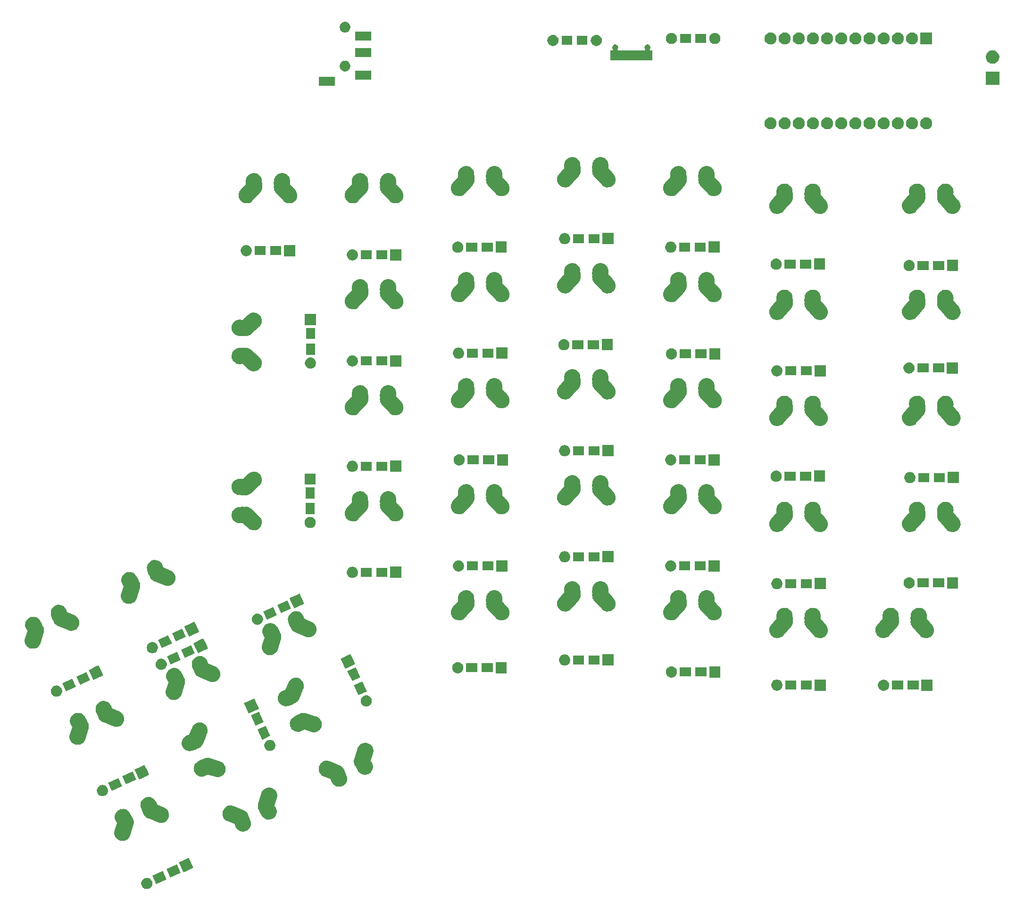
<source format=gts>
G04 #@! TF.GenerationSoftware,KiCad,Pcbnew,(5.0.2)-1*
G04 #@! TF.CreationDate,2019-03-28T21:35:29+05:30*
G04 #@! TF.ProjectId,ErgodoxBle,4572676f-646f-4784-926c-652e6b696361,rev?*
G04 #@! TF.SameCoordinates,Original*
G04 #@! TF.FileFunction,Soldermask,Top*
G04 #@! TF.FilePolarity,Negative*
%FSLAX46Y46*%
G04 Gerber Fmt 4.6, Leading zero omitted, Abs format (unit mm)*
G04 Created by KiCad (PCBNEW (5.0.2)-1) date 3/28/2019 9:35:29 PM*
%MOMM*%
%LPD*%
G01*
G04 APERTURE LIST*
%ADD10C,0.100000*%
G04 APERTURE END LIST*
D10*
G36*
X50831695Y-185213067D02*
X50928603Y-185232343D01*
X51004226Y-185263668D01*
X51111172Y-185307966D01*
X51275486Y-185417757D01*
X51415214Y-185557485D01*
X51525005Y-185721799D01*
X51600628Y-185904369D01*
X51639180Y-186098183D01*
X51639180Y-186295799D01*
X51600628Y-186489613D01*
X51525005Y-186672183D01*
X51415214Y-186836497D01*
X51275486Y-186976225D01*
X51111172Y-187086016D01*
X51004226Y-187130315D01*
X50928603Y-187161639D01*
X50831695Y-187180915D01*
X50734788Y-187200191D01*
X50537172Y-187200191D01*
X50440265Y-187180915D01*
X50343357Y-187161639D01*
X50267734Y-187130315D01*
X50160788Y-187086016D01*
X49996474Y-186976225D01*
X49856746Y-186836497D01*
X49746955Y-186672183D01*
X49671332Y-186489613D01*
X49632780Y-186295799D01*
X49632780Y-186098183D01*
X49671332Y-185904369D01*
X49746955Y-185721799D01*
X49856746Y-185557485D01*
X49996474Y-185417757D01*
X50160788Y-185307966D01*
X50267734Y-185263668D01*
X50343357Y-185232343D01*
X50440265Y-185213067D01*
X50537172Y-185193791D01*
X50734788Y-185193791D01*
X50831695Y-185213067D01*
X50831695Y-185213067D01*
G37*
G36*
X54150405Y-185444422D02*
X52331988Y-186292364D01*
X51653093Y-184836470D01*
X53471510Y-183988528D01*
X54150405Y-185444422D01*
X54150405Y-185444422D01*
G37*
G36*
X56688067Y-184261090D02*
X54869650Y-185109032D01*
X54190755Y-183653138D01*
X56009172Y-182805196D01*
X56688067Y-184261090D01*
X56688067Y-184261090D01*
G37*
G36*
X59038359Y-183385807D02*
X57798226Y-183964090D01*
X57219943Y-184233748D01*
X57219942Y-184233748D01*
X56372001Y-182415331D01*
X57612134Y-181837048D01*
X58190417Y-181567390D01*
X58190418Y-181567390D01*
X59038359Y-183385807D01*
X59038359Y-183385807D01*
G37*
G36*
X46684535Y-172853175D02*
X46754917Y-172866130D01*
X46823518Y-172893402D01*
X47020923Y-172971878D01*
X47261188Y-173127490D01*
X47350090Y-173213883D01*
X47466480Y-173326988D01*
X47588195Y-173503621D01*
X47938672Y-174137331D01*
X48023591Y-174334318D01*
X48033385Y-174380121D01*
X48040833Y-174403466D01*
X48051653Y-174423375D01*
X48131859Y-174543526D01*
X48241289Y-174808039D01*
X48297013Y-175088819D01*
X48296974Y-175177021D01*
X48296888Y-175375077D01*
X48254947Y-175585446D01*
X48254945Y-175585454D01*
X48254944Y-175585457D01*
X47643212Y-177598907D01*
X47643209Y-177598914D01*
X47561031Y-177797066D01*
X47508808Y-177875149D01*
X47401893Y-178035008D01*
X47199391Y-178237333D01*
X46961309Y-178396264D01*
X46696796Y-178505694D01*
X46416016Y-178561418D01*
X46130134Y-178561293D01*
X46129759Y-178561293D01*
X45849034Y-178505326D01*
X45584614Y-178395664D01*
X45346671Y-178236526D01*
X45144346Y-178034024D01*
X44985415Y-177795942D01*
X44875985Y-177531429D01*
X44820261Y-177250649D01*
X44820386Y-176964395D01*
X44820386Y-176964392D01*
X44862327Y-176754024D01*
X44890924Y-176659901D01*
X45273240Y-175401547D01*
X45278030Y-175377518D01*
X45278040Y-175353014D01*
X45273270Y-175328979D01*
X45263022Y-175304716D01*
X45044855Y-174910242D01*
X44959936Y-174713251D01*
X44957515Y-174701929D01*
X44900076Y-174433319D01*
X44896141Y-174158416D01*
X44895979Y-174147097D01*
X44895979Y-174147094D01*
X44938068Y-173918446D01*
X44947801Y-173865568D01*
X44977882Y-173789901D01*
X45053549Y-173599562D01*
X45209161Y-173359297D01*
X45337941Y-173226777D01*
X45408657Y-173154007D01*
X45644369Y-172991582D01*
X45907236Y-172878264D01*
X45985895Y-172861444D01*
X46187166Y-172818405D01*
X46462069Y-172814470D01*
X46473388Y-172814308D01*
X46473391Y-172814308D01*
X46684535Y-172853175D01*
X46684535Y-172853175D01*
G37*
G36*
X65922580Y-172224509D02*
X65984660Y-172231280D01*
X66184796Y-172294287D01*
X66189281Y-172295699D01*
X68123720Y-173120808D01*
X68124899Y-173121311D01*
X68313012Y-173224406D01*
X68424500Y-173317874D01*
X68532377Y-173408313D01*
X68711649Y-173631481D01*
X68843937Y-173885335D01*
X68884424Y-174024012D01*
X68893560Y-174046739D01*
X68905816Y-174065809D01*
X68934600Y-174102744D01*
X69030924Y-174294429D01*
X69291086Y-174970233D01*
X69348161Y-175177021D01*
X69366385Y-175426369D01*
X69369026Y-175462515D01*
X69333794Y-175746594D01*
X69243816Y-176018341D01*
X69102554Y-176267312D01*
X68915433Y-176483941D01*
X68915430Y-176483943D01*
X68689647Y-176659901D01*
X68433867Y-176788433D01*
X68234092Y-176843573D01*
X68157931Y-176864594D01*
X68110349Y-176868072D01*
X67872442Y-176885459D01*
X67872437Y-176885459D01*
X67588359Y-176850227D01*
X67316612Y-176760249D01*
X67305641Y-176754024D01*
X67298345Y-176749885D01*
X67067640Y-176618987D01*
X66851011Y-176431866D01*
X66693041Y-176229163D01*
X66675052Y-176206080D01*
X66578728Y-176014395D01*
X66416778Y-175593708D01*
X66405776Y-175571813D01*
X66390713Y-175552485D01*
X66372169Y-175536467D01*
X66349173Y-175523642D01*
X65128280Y-175002886D01*
X65048983Y-174969063D01*
X64860870Y-174865968D01*
X64698442Y-174729794D01*
X64641505Y-174682061D01*
X64462234Y-174458893D01*
X64329945Y-174205038D01*
X64249722Y-173930254D01*
X64224649Y-173645100D01*
X64255689Y-173360533D01*
X64256078Y-173359298D01*
X64288058Y-173257717D01*
X64341649Y-173087488D01*
X64367008Y-173041217D01*
X64479223Y-172836461D01*
X64606535Y-172684603D01*
X64663130Y-172617096D01*
X64886298Y-172437825D01*
X65140153Y-172305536D01*
X65414937Y-172225313D01*
X65700091Y-172200240D01*
X65922580Y-172224509D01*
X65922580Y-172224509D01*
G37*
G36*
X51276021Y-170697973D02*
X51547768Y-170787951D01*
X51796740Y-170929213D01*
X52013369Y-171116334D01*
X52069156Y-171187919D01*
X52189328Y-171342120D01*
X52285652Y-171533805D01*
X52447602Y-171954492D01*
X52458604Y-171976387D01*
X52473667Y-171995715D01*
X52492211Y-172011733D01*
X52515208Y-172024559D01*
X53815388Y-172579133D01*
X53815397Y-172579137D01*
X54003510Y-172682232D01*
X54121394Y-172781062D01*
X54222875Y-172866139D01*
X54402147Y-173089307D01*
X54534435Y-173343161D01*
X54614658Y-173617945D01*
X54639731Y-173903100D01*
X54615545Y-174124835D01*
X54608691Y-174187669D01*
X54522732Y-174460711D01*
X54385155Y-174711741D01*
X54292391Y-174822390D01*
X54201250Y-174931104D01*
X53978082Y-175110375D01*
X53724227Y-175242664D01*
X53449443Y-175322887D01*
X53164288Y-175347960D01*
X52934425Y-175322887D01*
X52879719Y-175316920D01*
X52725125Y-175268251D01*
X52675098Y-175252501D01*
X51089822Y-174576322D01*
X50739481Y-174426889D01*
X50551368Y-174323794D01*
X50388997Y-174187668D01*
X50332003Y-174139887D01*
X50152732Y-173916719D01*
X50020443Y-173662864D01*
X49979957Y-173524190D01*
X49970820Y-173501461D01*
X49958564Y-173482391D01*
X49929780Y-173445456D01*
X49833456Y-173253771D01*
X49573294Y-172577967D01*
X49516219Y-172371178D01*
X49512048Y-172314108D01*
X49495353Y-172085685D01*
X49530586Y-171801606D01*
X49620564Y-171529859D01*
X49761826Y-171280887D01*
X49948947Y-171064258D01*
X50134946Y-170919306D01*
X50174733Y-170888299D01*
X50430510Y-170759768D01*
X50706453Y-170683605D01*
X50849195Y-170673173D01*
X50991942Y-170662740D01*
X51276021Y-170697973D01*
X51276021Y-170697973D01*
G37*
G36*
X72734617Y-168986908D02*
X72804800Y-169000900D01*
X73015351Y-169042876D01*
X73278319Y-169151936D01*
X73279766Y-169152536D01*
X73517709Y-169311674D01*
X73720034Y-169514176D01*
X73878965Y-169752258D01*
X73988395Y-170016771D01*
X74044119Y-170297551D01*
X74044108Y-170321541D01*
X74043994Y-170583809D01*
X74002053Y-170794178D01*
X74002051Y-170794186D01*
X74002050Y-170794189D01*
X73591140Y-172146655D01*
X73586350Y-172170682D01*
X73586340Y-172195186D01*
X73591110Y-172219221D01*
X73601357Y-172243484D01*
X73819526Y-172637963D01*
X73904445Y-172834950D01*
X73916944Y-172893402D01*
X73964304Y-173114879D01*
X73967820Y-173360532D01*
X73968347Y-173397298D01*
X73968401Y-173401106D01*
X73916579Y-173682631D01*
X73810831Y-173948638D01*
X73770333Y-174011166D01*
X73655219Y-174188903D01*
X73455726Y-174394190D01*
X73220008Y-174556619D01*
X72957146Y-174669935D01*
X72957141Y-174669936D01*
X72677214Y-174729795D01*
X72390988Y-174733892D01*
X72109463Y-174682070D01*
X71843457Y-174576322D01*
X71603192Y-174420709D01*
X71397903Y-174221214D01*
X71397900Y-174221211D01*
X71276180Y-174044571D01*
X70925709Y-173410874D01*
X70840789Y-173213883D01*
X70830995Y-173168079D01*
X70823546Y-173144734D01*
X70812724Y-173124820D01*
X70732521Y-173004674D01*
X70623091Y-172740161D01*
X70567367Y-172459381D01*
X70567492Y-172173127D01*
X70567492Y-172173124D01*
X70609433Y-171962756D01*
X70611944Y-171954492D01*
X71221168Y-169949293D01*
X71221171Y-169949283D01*
X71303347Y-169751136D01*
X71404114Y-169600472D01*
X71462487Y-169513192D01*
X71664989Y-169310867D01*
X71903071Y-169151936D01*
X72167583Y-169042506D01*
X72448363Y-168986783D01*
X72734617Y-168986908D01*
X72734617Y-168986908D01*
G37*
G36*
X42868884Y-168517741D02*
X42965792Y-168537017D01*
X43041415Y-168568341D01*
X43148361Y-168612640D01*
X43312675Y-168722431D01*
X43452403Y-168862159D01*
X43562194Y-169026473D01*
X43568988Y-169042876D01*
X43637817Y-169209042D01*
X43676369Y-169402858D01*
X43676369Y-169600472D01*
X43646401Y-169751135D01*
X43637817Y-169794287D01*
X43562194Y-169976857D01*
X43452403Y-170141171D01*
X43312675Y-170280899D01*
X43148361Y-170390690D01*
X43041415Y-170434989D01*
X42965792Y-170466313D01*
X42868884Y-170485589D01*
X42771977Y-170504865D01*
X42574361Y-170504865D01*
X42477454Y-170485589D01*
X42380546Y-170466313D01*
X42304923Y-170434989D01*
X42197977Y-170390690D01*
X42033663Y-170280899D01*
X41893935Y-170141171D01*
X41784144Y-169976857D01*
X41708521Y-169794287D01*
X41699938Y-169751135D01*
X41669969Y-169600472D01*
X41669969Y-169402858D01*
X41708521Y-169209042D01*
X41777350Y-169042876D01*
X41784144Y-169026473D01*
X41893935Y-168862159D01*
X42033663Y-168722431D01*
X42197977Y-168612640D01*
X42304923Y-168568341D01*
X42380546Y-168537017D01*
X42477454Y-168517741D01*
X42574361Y-168498465D01*
X42771977Y-168498465D01*
X42868884Y-168517741D01*
X42868884Y-168517741D01*
G37*
G36*
X46187594Y-168749096D02*
X44369177Y-169597038D01*
X43690282Y-168141144D01*
X45508699Y-167293202D01*
X46187594Y-168749096D01*
X46187594Y-168749096D01*
G37*
G36*
X83189500Y-164175249D02*
X83251580Y-164182020D01*
X83456195Y-164246437D01*
X83456201Y-164246439D01*
X85391090Y-165071740D01*
X85391819Y-165072051D01*
X85579932Y-165175146D01*
X85697816Y-165273976D01*
X85799297Y-165359053D01*
X85978569Y-165582221D01*
X86110857Y-165836075D01*
X86151344Y-165974752D01*
X86160480Y-165997479D01*
X86172736Y-166016549D01*
X86201520Y-166053484D01*
X86297844Y-166245169D01*
X86558006Y-166920973D01*
X86615081Y-167127761D01*
X86628788Y-167315304D01*
X86635946Y-167413255D01*
X86600714Y-167697334D01*
X86510736Y-167969081D01*
X86369474Y-168218052D01*
X86182353Y-168434681D01*
X86182350Y-168434683D01*
X85956567Y-168610641D01*
X85700787Y-168739173D01*
X85501012Y-168794313D01*
X85424851Y-168815334D01*
X85377269Y-168818812D01*
X85139362Y-168836199D01*
X85139357Y-168836199D01*
X84855279Y-168800967D01*
X84583532Y-168710989D01*
X84334560Y-168569727D01*
X84117931Y-168382606D01*
X83989690Y-168218050D01*
X83941972Y-168156820D01*
X83845648Y-167965135D01*
X83683698Y-167544448D01*
X83672696Y-167522553D01*
X83657633Y-167503225D01*
X83639089Y-167487207D01*
X83616093Y-167474382D01*
X82553862Y-167021301D01*
X82315903Y-166919803D01*
X82127790Y-166816708D01*
X81977227Y-166690481D01*
X81908425Y-166632801D01*
X81729154Y-166409633D01*
X81596865Y-166155778D01*
X81516642Y-165880994D01*
X81491569Y-165595840D01*
X81522609Y-165311273D01*
X81608569Y-165038228D01*
X81665762Y-164933871D01*
X81746143Y-164787201D01*
X81901179Y-164602274D01*
X81930050Y-164567836D01*
X82153218Y-164388565D01*
X82407073Y-164256276D01*
X82681857Y-164176053D01*
X82967011Y-164150980D01*
X83189500Y-164175249D01*
X83189500Y-164175249D01*
G37*
G36*
X48725256Y-167565764D02*
X46906839Y-168413706D01*
X46227944Y-166957812D01*
X48046361Y-166109870D01*
X48725256Y-167565764D01*
X48725256Y-167565764D01*
G37*
G36*
X50757353Y-166008110D02*
X51072821Y-166684631D01*
X51075548Y-166690481D01*
X49858651Y-167257929D01*
X49257132Y-167538422D01*
X49257131Y-167538422D01*
X48652238Y-166241223D01*
X48409190Y-165720006D01*
X48409190Y-165720005D01*
X49698439Y-165118819D01*
X50227606Y-164872064D01*
X50227607Y-164872064D01*
X50757353Y-166008110D01*
X50757353Y-166008110D01*
G37*
G36*
X61613181Y-163620392D02*
X61613556Y-163620392D01*
X61823924Y-163662333D01*
X61823932Y-163662335D01*
X61823935Y-163662336D01*
X63392614Y-164138936D01*
X63837397Y-164274071D01*
X64035544Y-164356247D01*
X64154229Y-164435626D01*
X64273488Y-164515387D01*
X64475813Y-164717889D01*
X64634744Y-164955971D01*
X64744174Y-165220483D01*
X64799897Y-165501263D01*
X64799772Y-165787517D01*
X64791761Y-165827698D01*
X64743804Y-166068251D01*
X64658926Y-166272911D01*
X64634144Y-166332666D01*
X64475006Y-166570609D01*
X64272504Y-166772934D01*
X64034422Y-166931865D01*
X63769909Y-167041295D01*
X63489129Y-167097019D01*
X63346125Y-167096956D01*
X63202871Y-167096894D01*
X62992502Y-167054953D01*
X62992494Y-167054951D01*
X62992491Y-167054950D01*
X61640025Y-166644040D01*
X61615998Y-166639250D01*
X61591494Y-166639240D01*
X61567459Y-166644010D01*
X61543196Y-166654258D01*
X61148722Y-166872425D01*
X60951731Y-166957344D01*
X60951726Y-166957345D01*
X60671799Y-167017204D01*
X60396896Y-167021139D01*
X60385577Y-167021301D01*
X60385574Y-167021301D01*
X60174430Y-166982435D01*
X60104048Y-166969479D01*
X60009429Y-166931864D01*
X59838042Y-166863731D01*
X59597777Y-166708119D01*
X59392487Y-166508623D01*
X59230062Y-166272911D01*
X59116744Y-166010044D01*
X59096883Y-165917164D01*
X59056885Y-165730114D01*
X59052950Y-165455211D01*
X59052788Y-165443892D01*
X59052788Y-165443889D01*
X59098879Y-165193496D01*
X59104610Y-165162363D01*
X59140513Y-165072051D01*
X59210358Y-164896357D01*
X59365970Y-164656092D01*
X59474049Y-164544875D01*
X59565468Y-164450800D01*
X59742101Y-164329085D01*
X60375811Y-163978608D01*
X60572798Y-163893689D01*
X60618601Y-163883895D01*
X60641946Y-163876447D01*
X60661855Y-163865627D01*
X60782006Y-163785421D01*
X61046519Y-163675991D01*
X61327299Y-163620267D01*
X61613181Y-163620392D01*
X61613181Y-163620392D01*
G37*
G36*
X90001537Y-160937648D02*
X90071720Y-160951640D01*
X90282271Y-160993616D01*
X90476560Y-161074193D01*
X90546686Y-161103276D01*
X90784629Y-161262414D01*
X90986954Y-161464916D01*
X91145885Y-161702998D01*
X91255315Y-161967511D01*
X91311039Y-162248291D01*
X91310997Y-162343985D01*
X91310914Y-162534549D01*
X91268973Y-162744918D01*
X91268971Y-162744926D01*
X91268970Y-162744929D01*
X90858060Y-164097395D01*
X90853270Y-164121422D01*
X90853260Y-164145926D01*
X90858030Y-164169961D01*
X90868277Y-164194224D01*
X91086446Y-164588703D01*
X91171365Y-164785690D01*
X91182455Y-164837554D01*
X91231224Y-165065619D01*
X91234009Y-165260176D01*
X91235267Y-165348038D01*
X91235321Y-165351846D01*
X91183499Y-165633371D01*
X91077751Y-165899378D01*
X91041935Y-165954677D01*
X90922139Y-166139643D01*
X90722646Y-166344930D01*
X90486928Y-166507359D01*
X90224066Y-166620675D01*
X90224061Y-166620676D01*
X89944134Y-166680535D01*
X89657908Y-166684632D01*
X89376383Y-166632810D01*
X89110377Y-166527062D01*
X88870112Y-166371449D01*
X88664823Y-166171954D01*
X88664820Y-166171951D01*
X88543100Y-165995311D01*
X88192629Y-165361614D01*
X88107709Y-165164623D01*
X88097915Y-165118819D01*
X88090466Y-165095474D01*
X88079644Y-165075560D01*
X87999441Y-164955414D01*
X87890011Y-164690901D01*
X87834287Y-164410121D01*
X87834412Y-164123867D01*
X87834412Y-164123864D01*
X87876353Y-163913496D01*
X87882371Y-163893689D01*
X88488088Y-161900033D01*
X88488091Y-161900023D01*
X88570267Y-161701876D01*
X88691716Y-161520288D01*
X88729407Y-161463932D01*
X88931909Y-161261607D01*
X89169991Y-161102676D01*
X89434503Y-160993246D01*
X89715283Y-160937523D01*
X90001537Y-160937648D01*
X90001537Y-160937648D01*
G37*
G36*
X60371462Y-157302624D02*
X60426149Y-157308589D01*
X60699191Y-157394548D01*
X60950221Y-157532125D01*
X61047206Y-157613434D01*
X61169584Y-157716030D01*
X61319678Y-157902877D01*
X61348855Y-157939198D01*
X61425406Y-158086094D01*
X61481144Y-158193053D01*
X61561367Y-158467837D01*
X61586440Y-158752992D01*
X61563168Y-158966340D01*
X61555400Y-159037561D01*
X61539313Y-159088659D01*
X61490981Y-159242182D01*
X61002575Y-160387231D01*
X60665369Y-161177799D01*
X60562274Y-161365912D01*
X60458881Y-161489239D01*
X60378367Y-161585277D01*
X60155199Y-161764548D01*
X59901344Y-161896837D01*
X59762670Y-161937323D01*
X59739941Y-161946460D01*
X59720871Y-161958716D01*
X59683936Y-161987500D01*
X59492251Y-162083824D01*
X58816447Y-162343986D01*
X58609658Y-162401061D01*
X58324165Y-162421927D01*
X58040086Y-162386694D01*
X57768339Y-162296716D01*
X57519367Y-162155454D01*
X57302738Y-161968333D01*
X57143925Y-161764548D01*
X57126779Y-161742547D01*
X56998248Y-161486770D01*
X56922085Y-161210827D01*
X56911653Y-161068085D01*
X56901220Y-160925338D01*
X56936453Y-160641259D01*
X57026431Y-160369512D01*
X57167693Y-160120540D01*
X57354814Y-159903911D01*
X57556006Y-159747119D01*
X57580600Y-159727952D01*
X57772285Y-159631628D01*
X58192972Y-159469678D01*
X58214867Y-159458676D01*
X58234195Y-159443613D01*
X58250213Y-159425069D01*
X58263039Y-159402072D01*
X58817613Y-158101892D01*
X58817614Y-158101891D01*
X58817617Y-158101883D01*
X58920712Y-157913770D01*
X59069986Y-157735716D01*
X59104619Y-157694405D01*
X59327787Y-157515133D01*
X59581641Y-157382845D01*
X59856425Y-157302622D01*
X60141580Y-157277549D01*
X60371462Y-157302624D01*
X60371462Y-157302624D01*
G37*
G36*
X72902391Y-160402332D02*
X73020288Y-160425783D01*
X73095911Y-160457107D01*
X73202857Y-160501406D01*
X73367171Y-160611197D01*
X73506899Y-160750925D01*
X73616690Y-160915239D01*
X73649002Y-160993247D01*
X73692313Y-161097808D01*
X73730865Y-161291624D01*
X73730865Y-161489238D01*
X73692313Y-161683054D01*
X73665595Y-161747557D01*
X73616690Y-161865623D01*
X73506899Y-162029937D01*
X73367171Y-162169665D01*
X73202857Y-162279456D01*
X73095911Y-162323755D01*
X73020288Y-162355079D01*
X72923380Y-162374355D01*
X72826473Y-162393631D01*
X72628857Y-162393631D01*
X72531950Y-162374355D01*
X72435042Y-162355079D01*
X72359419Y-162323755D01*
X72252473Y-162279456D01*
X72088159Y-162169665D01*
X71948431Y-162029937D01*
X71838640Y-161865623D01*
X71789735Y-161747557D01*
X71763017Y-161683054D01*
X71724465Y-161489238D01*
X71724465Y-161291624D01*
X71763017Y-161097808D01*
X71806328Y-160993247D01*
X71838640Y-160915239D01*
X71948431Y-160750925D01*
X72088159Y-160611197D01*
X72252473Y-160501406D01*
X72359419Y-160457107D01*
X72435042Y-160425783D01*
X72552939Y-160402332D01*
X72628857Y-160387231D01*
X72826473Y-160387231D01*
X72902391Y-160402332D01*
X72902391Y-160402332D01*
G37*
G36*
X38632735Y-155586255D02*
X38703117Y-155599210D01*
X38765955Y-155624191D01*
X38969123Y-155704958D01*
X39209388Y-155860570D01*
X39286497Y-155935503D01*
X39414680Y-156060068D01*
X39536395Y-156236701D01*
X39886872Y-156870411D01*
X39971791Y-157067398D01*
X39981585Y-157113201D01*
X39989033Y-157136546D01*
X39999853Y-157156455D01*
X40080059Y-157276606D01*
X40189489Y-157541119D01*
X40245213Y-157821899D01*
X40245172Y-157915079D01*
X40245088Y-158108157D01*
X40203147Y-158318526D01*
X40203145Y-158318534D01*
X40203144Y-158318537D01*
X39591412Y-160331987D01*
X39591409Y-160331994D01*
X39509231Y-160530146D01*
X39457008Y-160608229D01*
X39350093Y-160768088D01*
X39147591Y-160970413D01*
X38909509Y-161129344D01*
X38644996Y-161238774D01*
X38364216Y-161294498D01*
X38078334Y-161294373D01*
X38077959Y-161294373D01*
X37797234Y-161238406D01*
X37532814Y-161128744D01*
X37294871Y-160969606D01*
X37092546Y-160767104D01*
X36933615Y-160529022D01*
X36824185Y-160264509D01*
X36768461Y-159983729D01*
X36768586Y-159697475D01*
X36768586Y-159697472D01*
X36810527Y-159487104D01*
X36823741Y-159443613D01*
X37221440Y-158134627D01*
X37226230Y-158110598D01*
X37226240Y-158086094D01*
X37221470Y-158062059D01*
X37211222Y-158037796D01*
X36993055Y-157643322D01*
X36908136Y-157446331D01*
X36897063Y-157394548D01*
X36848276Y-157166399D01*
X36844341Y-156891496D01*
X36844179Y-156880177D01*
X36844179Y-156880174D01*
X36886268Y-156651526D01*
X36896001Y-156598648D01*
X36930793Y-156511131D01*
X37001749Y-156332642D01*
X37157361Y-156092377D01*
X37290413Y-155955461D01*
X37356857Y-155887087D01*
X37592569Y-155724662D01*
X37855436Y-155611344D01*
X37934095Y-155594524D01*
X38135366Y-155551485D01*
X38410269Y-155547550D01*
X38421588Y-155547388D01*
X38421591Y-155547388D01*
X38632735Y-155586255D01*
X38632735Y-155586255D01*
G37*
G36*
X72823038Y-159694423D02*
X71367144Y-160373318D01*
X70519202Y-158554901D01*
X71975096Y-157876006D01*
X72823038Y-159694423D01*
X72823038Y-159694423D01*
G37*
G36*
X78877561Y-155568592D02*
X78877936Y-155568592D01*
X79088304Y-155610533D01*
X79088312Y-155610535D01*
X79088315Y-155610536D01*
X80899383Y-156160779D01*
X81101777Y-156222271D01*
X81299924Y-156304447D01*
X81379159Y-156357441D01*
X81537868Y-156463587D01*
X81740193Y-156666089D01*
X81899124Y-156904171D01*
X82008554Y-157168683D01*
X82063355Y-157444819D01*
X82064277Y-157449463D01*
X82064152Y-157735716D01*
X82008184Y-158016451D01*
X81923306Y-158221111D01*
X81898524Y-158280866D01*
X81739386Y-158518809D01*
X81536884Y-158721134D01*
X81298802Y-158880065D01*
X81034289Y-158989495D01*
X80753509Y-159045219D01*
X80610505Y-159045156D01*
X80467251Y-159045094D01*
X80256882Y-159003153D01*
X80256874Y-159003151D01*
X80256871Y-159003150D01*
X78904405Y-158592240D01*
X78880378Y-158587450D01*
X78855874Y-158587440D01*
X78831839Y-158592210D01*
X78807576Y-158602458D01*
X78413102Y-158820625D01*
X78216111Y-158905544D01*
X78216106Y-158905545D01*
X77936179Y-158965404D01*
X77661276Y-158969339D01*
X77649957Y-158969501D01*
X77649954Y-158969501D01*
X77438810Y-158930634D01*
X77368428Y-158917679D01*
X77273809Y-158880064D01*
X77102422Y-158811931D01*
X76862157Y-158656319D01*
X76736619Y-158534324D01*
X76656867Y-158456823D01*
X76494442Y-158221111D01*
X76381124Y-157958244D01*
X76357099Y-157845890D01*
X76321265Y-157678314D01*
X76317330Y-157403411D01*
X76317168Y-157392092D01*
X76317168Y-157392089D01*
X76360541Y-157156465D01*
X76368990Y-157110563D01*
X76424137Y-156971844D01*
X76474738Y-156844557D01*
X76630350Y-156604292D01*
X76733082Y-156498577D01*
X76829848Y-156399000D01*
X77006481Y-156277285D01*
X77640191Y-155926808D01*
X77837178Y-155841889D01*
X77882981Y-155832095D01*
X77906326Y-155824647D01*
X77926235Y-155813827D01*
X78046386Y-155733621D01*
X78310899Y-155624191D01*
X78591679Y-155568467D01*
X78877561Y-155568592D01*
X78877561Y-155568592D01*
G37*
G36*
X43224221Y-153431053D02*
X43495968Y-153521031D01*
X43744940Y-153662293D01*
X43961569Y-153849414D01*
X44060703Y-153976621D01*
X44137528Y-154075200D01*
X44233852Y-154266885D01*
X44395802Y-154687572D01*
X44406804Y-154709467D01*
X44421867Y-154728795D01*
X44440411Y-154744813D01*
X44463408Y-154757639D01*
X45763588Y-155312213D01*
X45763597Y-155312217D01*
X45951710Y-155415312D01*
X46069594Y-155514142D01*
X46171075Y-155599219D01*
X46350347Y-155822387D01*
X46482635Y-156076241D01*
X46562858Y-156351025D01*
X46587931Y-156636180D01*
X46565202Y-156844557D01*
X46556891Y-156920749D01*
X46470932Y-157193791D01*
X46333355Y-157444821D01*
X46252622Y-157541119D01*
X46149450Y-157664184D01*
X45935992Y-157835655D01*
X45926282Y-157843455D01*
X45706009Y-157958244D01*
X45672427Y-157975744D01*
X45397643Y-158055967D01*
X45112488Y-158081040D01*
X44882625Y-158055967D01*
X44827919Y-158050000D01*
X44669185Y-158000027D01*
X44623298Y-157985581D01*
X42963346Y-157277550D01*
X42687681Y-157159969D01*
X42499568Y-157056874D01*
X42337197Y-156920748D01*
X42280203Y-156872967D01*
X42100932Y-156649799D01*
X41968643Y-156395944D01*
X41928157Y-156257270D01*
X41919020Y-156234541D01*
X41906764Y-156215471D01*
X41877980Y-156178536D01*
X41781656Y-155986851D01*
X41521494Y-155311047D01*
X41464419Y-155104258D01*
X41458799Y-155027367D01*
X41443553Y-154818765D01*
X41478786Y-154534686D01*
X41568764Y-154262939D01*
X41710026Y-154013967D01*
X41897147Y-153797338D01*
X42089870Y-153647146D01*
X42122933Y-153621379D01*
X42378710Y-153492848D01*
X42654653Y-153416685D01*
X42797396Y-153406253D01*
X42940142Y-153395820D01*
X43224221Y-153431053D01*
X43224221Y-153431053D01*
G37*
G36*
X71639706Y-157156761D02*
X70183812Y-157835656D01*
X69335870Y-156017239D01*
X70791764Y-155338344D01*
X71639706Y-157156761D01*
X71639706Y-157156761D01*
G37*
G36*
X70419752Y-154067321D02*
X70735672Y-154744813D01*
X70764422Y-154806469D01*
X69679841Y-155312217D01*
X68946006Y-155654410D01*
X68946005Y-155654410D01*
X68310790Y-154292185D01*
X68098064Y-153835994D01*
X68098064Y-153835993D01*
X69549815Y-153159031D01*
X69916480Y-152988052D01*
X69916481Y-152988052D01*
X70419752Y-154067321D01*
X70419752Y-154067321D01*
G37*
G36*
X90235926Y-152410676D02*
X90332834Y-152429952D01*
X90388044Y-152452821D01*
X90515403Y-152505575D01*
X90679717Y-152615366D01*
X90819445Y-152755094D01*
X90929236Y-152919408D01*
X90957669Y-152988052D01*
X90984346Y-153052454D01*
X91004859Y-153101978D01*
X91043411Y-153295792D01*
X91043411Y-153493408D01*
X91004859Y-153687222D01*
X90929236Y-153869792D01*
X90819445Y-154034106D01*
X90679717Y-154173834D01*
X90515403Y-154283625D01*
X90408457Y-154327924D01*
X90332834Y-154359248D01*
X90278146Y-154370126D01*
X90139019Y-154397800D01*
X89941403Y-154397800D01*
X89802276Y-154370126D01*
X89747588Y-154359248D01*
X89671965Y-154327924D01*
X89565019Y-154283625D01*
X89400705Y-154173834D01*
X89260977Y-154034106D01*
X89151186Y-153869792D01*
X89075563Y-153687222D01*
X89037011Y-153493408D01*
X89037011Y-153295792D01*
X89075563Y-153101978D01*
X89096077Y-153052454D01*
X89122753Y-152988052D01*
X89151186Y-152919408D01*
X89260977Y-152755094D01*
X89400705Y-152615366D01*
X89565019Y-152505575D01*
X89692378Y-152452821D01*
X89747588Y-152429952D01*
X89844496Y-152410676D01*
X89941403Y-152391400D01*
X90139019Y-152391400D01*
X90235926Y-152410676D01*
X90235926Y-152410676D01*
G37*
G36*
X77635842Y-149250824D02*
X77690529Y-149256789D01*
X77963571Y-149342748D01*
X78214601Y-149480325D01*
X78314616Y-149564174D01*
X78433964Y-149664230D01*
X78613235Y-149887398D01*
X78745524Y-150141253D01*
X78825747Y-150416037D01*
X78850820Y-150701192D01*
X78832924Y-150865258D01*
X78819780Y-150985761D01*
X78778043Y-151118335D01*
X78755361Y-151190382D01*
X78194382Y-152505576D01*
X77929749Y-153125999D01*
X77826654Y-153314112D01*
X77725331Y-153434970D01*
X77642747Y-153533477D01*
X77419579Y-153712748D01*
X77165724Y-153845037D01*
X77027050Y-153885523D01*
X77004321Y-153894660D01*
X76985251Y-153906916D01*
X76948316Y-153935700D01*
X76756631Y-154032024D01*
X76080827Y-154292186D01*
X75926098Y-154334892D01*
X75874038Y-154349261D01*
X75588545Y-154370127D01*
X75304466Y-154334894D01*
X75032719Y-154244916D01*
X74783747Y-154103654D01*
X74567118Y-153916533D01*
X74397298Y-153698624D01*
X74391159Y-153690747D01*
X74262628Y-153434970D01*
X74186465Y-153159027D01*
X74171111Y-152948936D01*
X74165600Y-152873538D01*
X74200833Y-152589459D01*
X74290811Y-152317712D01*
X74432073Y-152068740D01*
X74619194Y-151852111D01*
X74820386Y-151695319D01*
X74844980Y-151676152D01*
X75036665Y-151579828D01*
X75457352Y-151417878D01*
X75479247Y-151406876D01*
X75498575Y-151391813D01*
X75514593Y-151373269D01*
X75527419Y-151350272D01*
X76081993Y-150050092D01*
X76081994Y-150050091D01*
X76081997Y-150050083D01*
X76185092Y-149861970D01*
X76296917Y-149728585D01*
X76368999Y-149642605D01*
X76592167Y-149463333D01*
X76846021Y-149331045D01*
X77120805Y-149250822D01*
X77405960Y-149225749D01*
X77635842Y-149250824D01*
X77635842Y-149250824D01*
G37*
G36*
X55899655Y-147536995D02*
X55970037Y-147549950D01*
X56045704Y-147580031D01*
X56236043Y-147655698D01*
X56476308Y-147811310D01*
X56539365Y-147872588D01*
X56681600Y-148010808D01*
X56803315Y-148187441D01*
X57153792Y-148821151D01*
X57238711Y-149018138D01*
X57248505Y-149063941D01*
X57255953Y-149087286D01*
X57266773Y-149107195D01*
X57346979Y-149227346D01*
X57456409Y-149491859D01*
X57512133Y-149772639D01*
X57512082Y-149887398D01*
X57512008Y-150058897D01*
X57470067Y-150269266D01*
X57470065Y-150269274D01*
X57470064Y-150269277D01*
X56858332Y-152282727D01*
X56858329Y-152282734D01*
X56776151Y-152480886D01*
X56747158Y-152524236D01*
X56617013Y-152718828D01*
X56414511Y-152921153D01*
X56176429Y-153080084D01*
X55911916Y-153189514D01*
X55631136Y-153245238D01*
X55345254Y-153245113D01*
X55344879Y-153245113D01*
X55064154Y-153189146D01*
X54799734Y-153079484D01*
X54561791Y-152920346D01*
X54359466Y-152717844D01*
X54200535Y-152479762D01*
X54091105Y-152215249D01*
X54035381Y-151934469D01*
X54035506Y-151648215D01*
X54035506Y-151648212D01*
X54077447Y-151437844D01*
X54081677Y-151423922D01*
X54488360Y-150085367D01*
X54493150Y-150061338D01*
X54493160Y-150036834D01*
X54488390Y-150012799D01*
X54478142Y-149988536D01*
X54259975Y-149594062D01*
X54175056Y-149397071D01*
X54172635Y-149385749D01*
X54115196Y-149117139D01*
X54111261Y-148842236D01*
X54111099Y-148830917D01*
X54111099Y-148830914D01*
X54153188Y-148602266D01*
X54162921Y-148549388D01*
X54197713Y-148461871D01*
X54268669Y-148283382D01*
X54424281Y-148043117D01*
X54541793Y-147922193D01*
X54623777Y-147837827D01*
X54859489Y-147675402D01*
X55122356Y-147562084D01*
X55201015Y-147545264D01*
X55402286Y-147502225D01*
X55677189Y-147498290D01*
X55688508Y-147498128D01*
X55688511Y-147498128D01*
X55899655Y-147536995D01*
X55899655Y-147536995D01*
G37*
G36*
X34634115Y-150651287D02*
X34731023Y-150670563D01*
X34772607Y-150687788D01*
X34913592Y-150746186D01*
X35077906Y-150855977D01*
X35217634Y-150995705D01*
X35327425Y-151160019D01*
X35345264Y-151203086D01*
X35403048Y-151342588D01*
X35418024Y-151417878D01*
X35441600Y-151536403D01*
X35441600Y-151734019D01*
X35437745Y-151753397D01*
X35403048Y-151927834D01*
X35383191Y-151975772D01*
X35327425Y-152110403D01*
X35217634Y-152274717D01*
X35077906Y-152414445D01*
X34913592Y-152524236D01*
X34829739Y-152558969D01*
X34731023Y-152599859D01*
X34686631Y-152608689D01*
X34537208Y-152638411D01*
X34339592Y-152638411D01*
X34190169Y-152608689D01*
X34145777Y-152599859D01*
X34047061Y-152558969D01*
X33963208Y-152524236D01*
X33798894Y-152414445D01*
X33659166Y-152274717D01*
X33549375Y-152110403D01*
X33493609Y-151975772D01*
X33473752Y-151927834D01*
X33439055Y-151753397D01*
X33435200Y-151734019D01*
X33435200Y-151536403D01*
X33458776Y-151417878D01*
X33473752Y-151342588D01*
X33531536Y-151203086D01*
X33549375Y-151160019D01*
X33659166Y-150995705D01*
X33798894Y-150855977D01*
X33963208Y-150746186D01*
X34104193Y-150687788D01*
X34145777Y-150670563D01*
X34242685Y-150651287D01*
X34339592Y-150632011D01*
X34537208Y-150632011D01*
X34634115Y-150651287D01*
X34634115Y-150651287D01*
G37*
G36*
X90135584Y-151698592D02*
X88679690Y-152377487D01*
X87831748Y-150559070D01*
X89287642Y-149880175D01*
X90135584Y-151698592D01*
X90135584Y-151698592D01*
G37*
G36*
X37952825Y-150882642D02*
X36134408Y-151730584D01*
X35455513Y-150274690D01*
X37273930Y-149426748D01*
X37952825Y-150882642D01*
X37952825Y-150882642D01*
G37*
G36*
X191687180Y-151592180D02*
X189680780Y-151592180D01*
X189680780Y-149585780D01*
X191687180Y-149585780D01*
X191687180Y-151592180D01*
X191687180Y-151592180D01*
G37*
G36*
X183079695Y-149605056D02*
X183176603Y-149624332D01*
X183209322Y-149637885D01*
X183359172Y-149699955D01*
X183523486Y-149809746D01*
X183663214Y-149949474D01*
X183773005Y-150113788D01*
X183848628Y-150296358D01*
X183882128Y-150464772D01*
X183887180Y-150490173D01*
X183887180Y-150687787D01*
X183848628Y-150881603D01*
X183835630Y-150912983D01*
X183773005Y-151064172D01*
X183663214Y-151228486D01*
X183523486Y-151368214D01*
X183359172Y-151478005D01*
X183252226Y-151522304D01*
X183176603Y-151553628D01*
X183079695Y-151572904D01*
X182982788Y-151592180D01*
X182785172Y-151592180D01*
X182688265Y-151572904D01*
X182591357Y-151553628D01*
X182515734Y-151522304D01*
X182408788Y-151478005D01*
X182244474Y-151368214D01*
X182104746Y-151228486D01*
X181994955Y-151064172D01*
X181932330Y-150912983D01*
X181919332Y-150881603D01*
X181880780Y-150687787D01*
X181880780Y-150490173D01*
X181885833Y-150464772D01*
X181919332Y-150296358D01*
X181994955Y-150113788D01*
X182104746Y-149949474D01*
X182244474Y-149809746D01*
X182408788Y-149699955D01*
X182558638Y-149637885D01*
X182591357Y-149624332D01*
X182688265Y-149605056D01*
X182785172Y-149585780D01*
X182982788Y-149585780D01*
X183079695Y-149605056D01*
X183079695Y-149605056D01*
G37*
G36*
X163935715Y-149579656D02*
X164032623Y-149598932D01*
X164082606Y-149619636D01*
X164215192Y-149674555D01*
X164379506Y-149784346D01*
X164519234Y-149924074D01*
X164629025Y-150088388D01*
X164673324Y-150195334D01*
X164704648Y-150270957D01*
X164717374Y-150334937D01*
X164743200Y-150464772D01*
X164743200Y-150662388D01*
X164735481Y-150701192D01*
X164704648Y-150856203D01*
X164673323Y-150931826D01*
X164629025Y-151038772D01*
X164519234Y-151203086D01*
X164379506Y-151342814D01*
X164215192Y-151452605D01*
X164108246Y-151496904D01*
X164032623Y-151528228D01*
X163950661Y-151544531D01*
X163838808Y-151566780D01*
X163641192Y-151566780D01*
X163529339Y-151544531D01*
X163447377Y-151528228D01*
X163371754Y-151496904D01*
X163264808Y-151452605D01*
X163100494Y-151342814D01*
X162960766Y-151203086D01*
X162850975Y-151038772D01*
X162806676Y-150931826D01*
X162775352Y-150856203D01*
X162744519Y-150701192D01*
X162736800Y-150662388D01*
X162736800Y-150464772D01*
X162762626Y-150334937D01*
X162775352Y-150270957D01*
X162806676Y-150195334D01*
X162850975Y-150088388D01*
X162960766Y-149924074D01*
X163100494Y-149784346D01*
X163264808Y-149674555D01*
X163397394Y-149619636D01*
X163447377Y-149598932D01*
X163544285Y-149579656D01*
X163641192Y-149560380D01*
X163838808Y-149560380D01*
X163935715Y-149579656D01*
X163935715Y-149579656D01*
G37*
G36*
X172543200Y-151566780D02*
X170536800Y-151566780D01*
X170536800Y-149560380D01*
X172543200Y-149560380D01*
X172543200Y-151566780D01*
X172543200Y-151566780D01*
G37*
G36*
X186387180Y-151392180D02*
X184380780Y-151392180D01*
X184380780Y-149785780D01*
X186387180Y-149785780D01*
X186387180Y-151392180D01*
X186387180Y-151392180D01*
G37*
G36*
X189187180Y-151392180D02*
X187180780Y-151392180D01*
X187180780Y-149785780D01*
X189187180Y-149785780D01*
X189187180Y-151392180D01*
X189187180Y-151392180D01*
G37*
G36*
X170043200Y-151366780D02*
X168036800Y-151366780D01*
X168036800Y-149760380D01*
X170043200Y-149760380D01*
X170043200Y-151366780D01*
X170043200Y-151366780D01*
G37*
G36*
X167243200Y-151366780D02*
X165236800Y-151366780D01*
X165236800Y-149760380D01*
X167243200Y-149760380D01*
X167243200Y-151366780D01*
X167243200Y-151366780D01*
G37*
G36*
X40490487Y-149699310D02*
X38672070Y-150547252D01*
X37993175Y-149091358D01*
X39811592Y-148243416D01*
X40490487Y-149699310D01*
X40490487Y-149699310D01*
G37*
G36*
X60491141Y-145381793D02*
X60762888Y-145471771D01*
X61011860Y-145613033D01*
X61228489Y-145800154D01*
X61346195Y-145951192D01*
X61404448Y-146025940D01*
X61500772Y-146217625D01*
X61662722Y-146638312D01*
X61673724Y-146660207D01*
X61688787Y-146679535D01*
X61707331Y-146695553D01*
X61730328Y-146708379D01*
X63030508Y-147262953D01*
X63030517Y-147262957D01*
X63218630Y-147366052D01*
X63336514Y-147464882D01*
X63437995Y-147549959D01*
X63617267Y-147773127D01*
X63749555Y-148026981D01*
X63829778Y-148301765D01*
X63854851Y-148586920D01*
X63830665Y-148808655D01*
X63823811Y-148871489D01*
X63737852Y-149144531D01*
X63600275Y-149395561D01*
X63527222Y-149482698D01*
X63416370Y-149614924D01*
X63193202Y-149794195D01*
X62939347Y-149926484D01*
X62664563Y-150006707D01*
X62379408Y-150031780D01*
X62149545Y-150006707D01*
X62094839Y-150000740D01*
X61931998Y-149949474D01*
X61890218Y-149936321D01*
X60283091Y-149250822D01*
X59954601Y-149110709D01*
X59766488Y-149007614D01*
X59604117Y-148871488D01*
X59547123Y-148823707D01*
X59367852Y-148600539D01*
X59235563Y-148346684D01*
X59195077Y-148208010D01*
X59185940Y-148185281D01*
X59173684Y-148166211D01*
X59144900Y-148129276D01*
X59048576Y-147937591D01*
X58788414Y-147261787D01*
X58731339Y-147054998D01*
X58722863Y-146939024D01*
X58710473Y-146769505D01*
X58745706Y-146485426D01*
X58835684Y-146213679D01*
X58976946Y-145964707D01*
X59164067Y-145748078D01*
X59386403Y-145574808D01*
X59389853Y-145572119D01*
X59645630Y-145443588D01*
X59921573Y-145367425D01*
X60064315Y-145356993D01*
X60207062Y-145346560D01*
X60491141Y-145381793D01*
X60491141Y-145381793D01*
G37*
G36*
X88952252Y-149160930D02*
X87496358Y-149839825D01*
X86648416Y-148021408D01*
X88104310Y-147342513D01*
X88952252Y-149160930D01*
X88952252Y-149160930D01*
G37*
G36*
X42553529Y-148208017D02*
X42840630Y-148823706D01*
X42840779Y-148824027D01*
X41912717Y-149256789D01*
X41022363Y-149671968D01*
X41022362Y-149671968D01*
X40348206Y-148226234D01*
X40174421Y-147853552D01*
X40174421Y-147853551D01*
X41667565Y-147157287D01*
X41992837Y-147005610D01*
X41992838Y-147005610D01*
X42553529Y-148208017D01*
X42553529Y-148208017D01*
G37*
G36*
X145012715Y-147225076D02*
X145109623Y-147244352D01*
X145185246Y-147275676D01*
X145292192Y-147319975D01*
X145456506Y-147429766D01*
X145596234Y-147569494D01*
X145706025Y-147733808D01*
X145750324Y-147840754D01*
X145781648Y-147916377D01*
X145790979Y-147963288D01*
X145820200Y-148110192D01*
X145820200Y-148307808D01*
X145807437Y-148371972D01*
X145781648Y-148501623D01*
X145774879Y-148517964D01*
X145706025Y-148684192D01*
X145596234Y-148848506D01*
X145456506Y-148988234D01*
X145292192Y-149098025D01*
X145187109Y-149141552D01*
X145109623Y-149173648D01*
X145012715Y-149192924D01*
X144915808Y-149212200D01*
X144718192Y-149212200D01*
X144621285Y-149192924D01*
X144524377Y-149173648D01*
X144446891Y-149141552D01*
X144341808Y-149098025D01*
X144177494Y-148988234D01*
X144037766Y-148848506D01*
X143927975Y-148684192D01*
X143859121Y-148517964D01*
X143852352Y-148501623D01*
X143826563Y-148371972D01*
X143813800Y-148307808D01*
X143813800Y-148110192D01*
X143843021Y-147963288D01*
X143852352Y-147916377D01*
X143883676Y-147840754D01*
X143927975Y-147733808D01*
X144037766Y-147569494D01*
X144177494Y-147429766D01*
X144341808Y-147319975D01*
X144448754Y-147275676D01*
X144524377Y-147244352D01*
X144621285Y-147225076D01*
X144718192Y-147205800D01*
X144915808Y-147205800D01*
X145012715Y-147225076D01*
X145012715Y-147225076D01*
G37*
G36*
X153620200Y-149212200D02*
X151613800Y-149212200D01*
X151613800Y-147205800D01*
X153620200Y-147205800D01*
X153620200Y-149212200D01*
X153620200Y-149212200D01*
G37*
G36*
X151120200Y-149012200D02*
X149113800Y-149012200D01*
X149113800Y-147405800D01*
X151120200Y-147405800D01*
X151120200Y-149012200D01*
X151120200Y-149012200D01*
G37*
G36*
X148320200Y-149012200D02*
X146313800Y-149012200D01*
X146313800Y-147405800D01*
X148320200Y-147405800D01*
X148320200Y-149012200D01*
X148320200Y-149012200D01*
G37*
G36*
X115266200Y-148450200D02*
X113259800Y-148450200D01*
X113259800Y-146443800D01*
X115266200Y-146443800D01*
X115266200Y-148450200D01*
X115266200Y-148450200D01*
G37*
G36*
X106578810Y-146447182D02*
X106755623Y-146482352D01*
X106831246Y-146513676D01*
X106938192Y-146557975D01*
X107102506Y-146667766D01*
X107242234Y-146807494D01*
X107352025Y-146971808D01*
X107354634Y-146978107D01*
X107427648Y-147154377D01*
X107442518Y-147229134D01*
X107466200Y-147348192D01*
X107466200Y-147545808D01*
X107448054Y-147637036D01*
X107427648Y-147739623D01*
X107423338Y-147750027D01*
X107352025Y-147922192D01*
X107242234Y-148086506D01*
X107102506Y-148226234D01*
X106938192Y-148336025D01*
X106851408Y-148371972D01*
X106755623Y-148411648D01*
X106658715Y-148430924D01*
X106561808Y-148450200D01*
X106364192Y-148450200D01*
X106267285Y-148430924D01*
X106170377Y-148411648D01*
X106074592Y-148371972D01*
X105987808Y-148336025D01*
X105823494Y-148226234D01*
X105683766Y-148086506D01*
X105573975Y-147922192D01*
X105502662Y-147750027D01*
X105498352Y-147739623D01*
X105477946Y-147637036D01*
X105459800Y-147545808D01*
X105459800Y-147348192D01*
X105483482Y-147229134D01*
X105498352Y-147154377D01*
X105571366Y-146978107D01*
X105573975Y-146971808D01*
X105683766Y-146807494D01*
X105823494Y-146667766D01*
X105987808Y-146557975D01*
X106094754Y-146513676D01*
X106170377Y-146482352D01*
X106347190Y-146447182D01*
X106364192Y-146443800D01*
X106561808Y-146443800D01*
X106578810Y-146447182D01*
X106578810Y-146447182D01*
G37*
G36*
X109966200Y-148250200D02*
X107959800Y-148250200D01*
X107959800Y-146643800D01*
X109966200Y-146643800D01*
X109966200Y-148250200D01*
X109966200Y-148250200D01*
G37*
G36*
X112766200Y-148250200D02*
X110759800Y-148250200D01*
X110759800Y-146643800D01*
X112766200Y-146643800D01*
X112766200Y-148250200D01*
X112766200Y-148250200D01*
G37*
G36*
X53430115Y-145825287D02*
X53527023Y-145844563D01*
X53592631Y-145871739D01*
X53709592Y-145920186D01*
X53873906Y-146029977D01*
X54013634Y-146169705D01*
X54123425Y-146334019D01*
X54156679Y-146414302D01*
X54199048Y-146516588D01*
X54207280Y-146557975D01*
X54237600Y-146710403D01*
X54237600Y-146908019D01*
X54224912Y-146971807D01*
X54199370Y-147100217D01*
X54199048Y-147101833D01*
X54123425Y-147284403D01*
X54013634Y-147448717D01*
X53873906Y-147588445D01*
X53709592Y-147698236D01*
X53609677Y-147739622D01*
X53527023Y-147773859D01*
X53462235Y-147786746D01*
X53333208Y-147812411D01*
X53135592Y-147812411D01*
X53006565Y-147786746D01*
X52941777Y-147773859D01*
X52859123Y-147739622D01*
X52759208Y-147698236D01*
X52594894Y-147588445D01*
X52455166Y-147448717D01*
X52345375Y-147284403D01*
X52269752Y-147101833D01*
X52269431Y-147100217D01*
X52243888Y-146971807D01*
X52231200Y-146908019D01*
X52231200Y-146710403D01*
X52261520Y-146557975D01*
X52269752Y-146516588D01*
X52312121Y-146414302D01*
X52345375Y-146334019D01*
X52455166Y-146169705D01*
X52594894Y-146029977D01*
X52759208Y-145920186D01*
X52876169Y-145871739D01*
X52941777Y-145844563D01*
X53038685Y-145825287D01*
X53135592Y-145806011D01*
X53333208Y-145806011D01*
X53430115Y-145825287D01*
X53430115Y-145825287D01*
G37*
G36*
X87712939Y-146029975D02*
X88075504Y-146807497D01*
X88076968Y-146810638D01*
X86885878Y-147366052D01*
X86258552Y-147658579D01*
X86258551Y-147658579D01*
X85644911Y-146342622D01*
X85410610Y-145840163D01*
X85410610Y-145840162D01*
X86797515Y-145193438D01*
X87229026Y-144992221D01*
X87229027Y-144992221D01*
X87712939Y-146029975D01*
X87712939Y-146029975D01*
G37*
G36*
X134443200Y-147053200D02*
X132436800Y-147053200D01*
X132436800Y-145046800D01*
X134443200Y-145046800D01*
X134443200Y-147053200D01*
X134443200Y-147053200D01*
G37*
G36*
X125835715Y-145066076D02*
X125932623Y-145085352D01*
X126008246Y-145116676D01*
X126115192Y-145160975D01*
X126279506Y-145270766D01*
X126419234Y-145410494D01*
X126529025Y-145574808D01*
X126544858Y-145613033D01*
X126600796Y-145748077D01*
X126604648Y-145757378D01*
X126643200Y-145951192D01*
X126643200Y-146148808D01*
X126630296Y-146213679D01*
X126604648Y-146342623D01*
X126592096Y-146372926D01*
X126529025Y-146525192D01*
X126419234Y-146689506D01*
X126279506Y-146829234D01*
X126115192Y-146939025D01*
X126036049Y-146971807D01*
X125932623Y-147014648D01*
X125835715Y-147033924D01*
X125738808Y-147053200D01*
X125541192Y-147053200D01*
X125444285Y-147033924D01*
X125347377Y-147014648D01*
X125243951Y-146971807D01*
X125164808Y-146939025D01*
X125000494Y-146829234D01*
X124860766Y-146689506D01*
X124750975Y-146525192D01*
X124687904Y-146372926D01*
X124675352Y-146342623D01*
X124649704Y-146213679D01*
X124636800Y-146148808D01*
X124636800Y-145951192D01*
X124675352Y-145757378D01*
X124679205Y-145748077D01*
X124735142Y-145613033D01*
X124750975Y-145574808D01*
X124860766Y-145410494D01*
X125000494Y-145270766D01*
X125164808Y-145160975D01*
X125271754Y-145116676D01*
X125347377Y-145085352D01*
X125444285Y-145066076D01*
X125541192Y-145046800D01*
X125738808Y-145046800D01*
X125835715Y-145066076D01*
X125835715Y-145066076D01*
G37*
G36*
X56748825Y-146056642D02*
X54930408Y-146904584D01*
X54251513Y-145448690D01*
X56069930Y-144600748D01*
X56748825Y-146056642D01*
X56748825Y-146056642D01*
G37*
G36*
X131943200Y-146853200D02*
X129936800Y-146853200D01*
X129936800Y-145246800D01*
X131943200Y-145246800D01*
X131943200Y-146853200D01*
X131943200Y-146853200D01*
G37*
G36*
X129143200Y-146853200D02*
X127136800Y-146853200D01*
X127136800Y-145246800D01*
X129143200Y-145246800D01*
X129143200Y-146853200D01*
X129143200Y-146853200D01*
G37*
G36*
X59286487Y-144873310D02*
X57468070Y-145721252D01*
X56789175Y-144265358D01*
X58607592Y-143417416D01*
X59286487Y-144873310D01*
X59286487Y-144873310D01*
G37*
G36*
X73135087Y-139479866D02*
X73234417Y-139498150D01*
X73310084Y-139528231D01*
X73500423Y-139603898D01*
X73740688Y-139759510D01*
X73803745Y-139820788D01*
X73945980Y-139959008D01*
X74067695Y-140135641D01*
X74418172Y-140769351D01*
X74503091Y-140966338D01*
X74512885Y-141012141D01*
X74520333Y-141035486D01*
X74531153Y-141055395D01*
X74611359Y-141175546D01*
X74720789Y-141440059D01*
X74776513Y-141720839D01*
X74776464Y-141831152D01*
X74776388Y-142007097D01*
X74734447Y-142217466D01*
X74734445Y-142217474D01*
X74734444Y-142217477D01*
X74122712Y-144230927D01*
X74122709Y-144230934D01*
X74040531Y-144429086D01*
X73988308Y-144507169D01*
X73881393Y-144667028D01*
X73678891Y-144869353D01*
X73440809Y-145028284D01*
X73176296Y-145137714D01*
X72895516Y-145193438D01*
X72609634Y-145193313D01*
X72609259Y-145193313D01*
X72328534Y-145137346D01*
X72064114Y-145027684D01*
X72011090Y-144992221D01*
X71826171Y-144868546D01*
X71623846Y-144666044D01*
X71464915Y-144427962D01*
X71355485Y-144163449D01*
X71299761Y-143882669D01*
X71299886Y-143596415D01*
X71299886Y-143596412D01*
X71341827Y-143386044D01*
X71353668Y-143347072D01*
X71752740Y-142033567D01*
X71757530Y-142009538D01*
X71757540Y-141985034D01*
X71752770Y-141960999D01*
X71742522Y-141936736D01*
X71524355Y-141542262D01*
X71439436Y-141345271D01*
X71428389Y-141293609D01*
X71379576Y-141065339D01*
X71375572Y-140785620D01*
X71375479Y-140779117D01*
X71375479Y-140779114D01*
X71417568Y-140550466D01*
X71427301Y-140497588D01*
X71463767Y-140405860D01*
X71533049Y-140231582D01*
X71688661Y-139991317D01*
X71809452Y-139867018D01*
X71888157Y-139786027D01*
X72123869Y-139623602D01*
X72386736Y-139510284D01*
X72465395Y-139493464D01*
X72666666Y-139450425D01*
X72941569Y-139446490D01*
X72952888Y-139446328D01*
X72952891Y-139446328D01*
X73135087Y-139479866D01*
X73135087Y-139479866D01*
G37*
G36*
X61256615Y-143182762D02*
X61625759Y-143974393D01*
X61636779Y-143998027D01*
X60544919Y-144507169D01*
X59818363Y-144845968D01*
X59818362Y-144845968D01*
X59192456Y-143503708D01*
X58970421Y-143027552D01*
X58970421Y-143027551D01*
X60487148Y-142320290D01*
X60788837Y-142179610D01*
X60788838Y-142179610D01*
X61256615Y-143182762D01*
X61256615Y-143182762D01*
G37*
G36*
X51835084Y-142838341D02*
X51931992Y-142857617D01*
X52007615Y-142888942D01*
X52114561Y-142933240D01*
X52278875Y-143043031D01*
X52418603Y-143182759D01*
X52528394Y-143347073D01*
X52544536Y-143386044D01*
X52596478Y-143511441D01*
X52604017Y-143529643D01*
X52642569Y-143723457D01*
X52642569Y-143921073D01*
X52604017Y-144114887D01*
X52528394Y-144297457D01*
X52418603Y-144461771D01*
X52278875Y-144601499D01*
X52114561Y-144711290D01*
X52007615Y-144755589D01*
X51931992Y-144786913D01*
X51835084Y-144806189D01*
X51738177Y-144825465D01*
X51540561Y-144825465D01*
X51443654Y-144806189D01*
X51346746Y-144786913D01*
X51271123Y-144755589D01*
X51164177Y-144711290D01*
X50999863Y-144601499D01*
X50860135Y-144461771D01*
X50750344Y-144297457D01*
X50674721Y-144114887D01*
X50636169Y-143921073D01*
X50636169Y-143723457D01*
X50674721Y-143529643D01*
X50682261Y-143511441D01*
X50734202Y-143386044D01*
X50750344Y-143347073D01*
X50860135Y-143182759D01*
X50999863Y-143043031D01*
X51164177Y-142933240D01*
X51271123Y-142888942D01*
X51346746Y-142857617D01*
X51443654Y-142838341D01*
X51540561Y-142819065D01*
X51738177Y-142819065D01*
X51835084Y-142838341D01*
X51835084Y-142838341D01*
G37*
G36*
X30579408Y-138321126D02*
X30653857Y-138334830D01*
X30723464Y-138362502D01*
X30919863Y-138440578D01*
X31160128Y-138596190D01*
X31240102Y-138673907D01*
X31365420Y-138795688D01*
X31487135Y-138972321D01*
X31837612Y-139606031D01*
X31922531Y-139803018D01*
X31932325Y-139848821D01*
X31939773Y-139872166D01*
X31950593Y-139892075D01*
X32030799Y-140012226D01*
X32140229Y-140276739D01*
X32195953Y-140557519D01*
X32195942Y-140581510D01*
X32195828Y-140843777D01*
X32153887Y-141054146D01*
X32153885Y-141054154D01*
X32153884Y-141054157D01*
X31542152Y-143067607D01*
X31542149Y-143067614D01*
X31459971Y-143265766D01*
X31407748Y-143343849D01*
X31300833Y-143503708D01*
X31098331Y-143706033D01*
X30860249Y-143864964D01*
X30595736Y-143974394D01*
X30314956Y-144030118D01*
X30029074Y-144029993D01*
X30028699Y-144029993D01*
X29747974Y-143974026D01*
X29483554Y-143864364D01*
X29475054Y-143858679D01*
X29245611Y-143705226D01*
X29043286Y-143502724D01*
X28884355Y-143264642D01*
X28774925Y-143000129D01*
X28719201Y-142719349D01*
X28719326Y-142433095D01*
X28719326Y-142433092D01*
X28761267Y-142222724D01*
X28763828Y-142214296D01*
X29172180Y-140870247D01*
X29176970Y-140846218D01*
X29176980Y-140821714D01*
X29172210Y-140797679D01*
X29161962Y-140773416D01*
X28943795Y-140378942D01*
X28858876Y-140181951D01*
X28856077Y-140168862D01*
X28799016Y-139902019D01*
X28795031Y-139623602D01*
X28794919Y-139615797D01*
X28794919Y-139615794D01*
X28837008Y-139387146D01*
X28846741Y-139334268D01*
X28881533Y-139246751D01*
X28952489Y-139068262D01*
X29108101Y-138827997D01*
X29228892Y-138703698D01*
X29307597Y-138622707D01*
X29543309Y-138460282D01*
X29806176Y-138346964D01*
X29899900Y-138326923D01*
X30086106Y-138287105D01*
X30361009Y-138283170D01*
X30372328Y-138283008D01*
X30372331Y-138283008D01*
X30579408Y-138321126D01*
X30579408Y-138321126D01*
G37*
G36*
X55153794Y-143069696D02*
X53335377Y-143917638D01*
X52656482Y-142461744D01*
X54474899Y-141613802D01*
X55153794Y-143069696D01*
X55153794Y-143069696D01*
G37*
G36*
X57691456Y-141886364D02*
X55873039Y-142734306D01*
X55194144Y-141278412D01*
X57012561Y-140430470D01*
X57691456Y-141886364D01*
X57691456Y-141886364D01*
G37*
G36*
X189612732Y-136713478D02*
X189826411Y-136794734D01*
X189880295Y-136815224D01*
X190122868Y-136967213D01*
X190331128Y-137163605D01*
X190497073Y-137396852D01*
X190604713Y-137636586D01*
X190614326Y-137657996D01*
X190678378Y-137936989D01*
X190684336Y-138140127D01*
X190684667Y-138151420D01*
X190653653Y-138601136D01*
X190653653Y-138601137D01*
X190654372Y-138625631D01*
X190659855Y-138649514D01*
X190669892Y-138671868D01*
X190685316Y-138693213D01*
X191148991Y-139209988D01*
X191629306Y-139745307D01*
X191756228Y-139918247D01*
X191790339Y-139991317D01*
X191877318Y-140177631D01*
X191945478Y-140455654D01*
X191958088Y-140741631D01*
X191914666Y-141024574D01*
X191914665Y-141024577D01*
X191816879Y-141293609D01*
X191668485Y-141538396D01*
X191475184Y-141749531D01*
X191244411Y-141918897D01*
X191154224Y-141960999D01*
X190985027Y-142039987D01*
X190707004Y-142108147D01*
X190421027Y-142120758D01*
X190421023Y-142120758D01*
X190138085Y-142077336D01*
X189944370Y-142006925D01*
X189869049Y-141979548D01*
X189769001Y-141918897D01*
X189624262Y-141831154D01*
X189466038Y-141686295D01*
X188060691Y-140120009D01*
X187933773Y-139947073D01*
X187812683Y-139687690D01*
X187812682Y-139687688D01*
X187744522Y-139409665D01*
X187731912Y-139123689D01*
X187753825Y-138980900D01*
X187755150Y-138956436D01*
X187752101Y-138933972D01*
X187741622Y-138888329D01*
X187735333Y-138673908D01*
X187735333Y-138673900D01*
X187785154Y-137951464D01*
X187785155Y-137951456D01*
X187785155Y-137951454D01*
X187820818Y-137739930D01*
X187820819Y-137739927D01*
X187820819Y-137739926D01*
X187922563Y-137472363D01*
X188074552Y-137229790D01*
X188270944Y-137021530D01*
X188270946Y-137021528D01*
X188389982Y-136936840D01*
X188504192Y-136855585D01*
X188765332Y-136738333D01*
X188765336Y-136738332D01*
X189044328Y-136674280D01*
X189315035Y-136666341D01*
X189330460Y-136665889D01*
X189330462Y-136665889D01*
X189612732Y-136713478D01*
X189612732Y-136713478D01*
G37*
G36*
X170562732Y-136713478D02*
X170776411Y-136794734D01*
X170830295Y-136815224D01*
X171072868Y-136967213D01*
X171281128Y-137163605D01*
X171447073Y-137396852D01*
X171554713Y-137636586D01*
X171564326Y-137657996D01*
X171628378Y-137936989D01*
X171634336Y-138140127D01*
X171634667Y-138151420D01*
X171603653Y-138601136D01*
X171603653Y-138601137D01*
X171604372Y-138625631D01*
X171609855Y-138649514D01*
X171619892Y-138671868D01*
X171635316Y-138693213D01*
X172098991Y-139209988D01*
X172579306Y-139745307D01*
X172706228Y-139918247D01*
X172740339Y-139991317D01*
X172827318Y-140177631D01*
X172895478Y-140455654D01*
X172908088Y-140741631D01*
X172864666Y-141024574D01*
X172864665Y-141024577D01*
X172766879Y-141293609D01*
X172618485Y-141538396D01*
X172425184Y-141749531D01*
X172194411Y-141918897D01*
X172104224Y-141960999D01*
X171935027Y-142039987D01*
X171657004Y-142108147D01*
X171371027Y-142120758D01*
X171371023Y-142120758D01*
X171088085Y-142077336D01*
X170894370Y-142006925D01*
X170819049Y-141979548D01*
X170719001Y-141918897D01*
X170574262Y-141831154D01*
X170416038Y-141686295D01*
X169010691Y-140120009D01*
X168883773Y-139947073D01*
X168762683Y-139687690D01*
X168762682Y-139687688D01*
X168694522Y-139409665D01*
X168681912Y-139123689D01*
X168703825Y-138980900D01*
X168705150Y-138956436D01*
X168702101Y-138933972D01*
X168691622Y-138888329D01*
X168685333Y-138673908D01*
X168685333Y-138673900D01*
X168735154Y-137951464D01*
X168735155Y-137951456D01*
X168735155Y-137951454D01*
X168770818Y-137739930D01*
X168770819Y-137739927D01*
X168770819Y-137739926D01*
X168872563Y-137472363D01*
X169024552Y-137229790D01*
X169220944Y-137021530D01*
X169220946Y-137021528D01*
X169339982Y-136936840D01*
X169454192Y-136855585D01*
X169715332Y-136738333D01*
X169715336Y-136738332D01*
X169994328Y-136674280D01*
X170265035Y-136666341D01*
X170280460Y-136665889D01*
X170280462Y-136665889D01*
X170562732Y-136713478D01*
X170562732Y-136713478D01*
G37*
G36*
X184057693Y-136666128D02*
X184335671Y-136674281D01*
X184526874Y-136718178D01*
X184614668Y-136738334D01*
X184875808Y-136855586D01*
X185109056Y-137021531D01*
X185305448Y-137229791D01*
X185457437Y-137472364D01*
X185559181Y-137739927D01*
X185559182Y-137739930D01*
X185594845Y-137951456D01*
X185594846Y-137951464D01*
X185644637Y-138673460D01*
X185644667Y-138673907D01*
X185638378Y-138888330D01*
X185627899Y-138933973D01*
X185624783Y-138958279D01*
X185626176Y-138980905D01*
X185648088Y-139123684D01*
X185648088Y-139123689D01*
X185635478Y-139409666D01*
X185567318Y-139687689D01*
X185513117Y-139803790D01*
X185446228Y-139947073D01*
X185319306Y-140120013D01*
X184692571Y-140818520D01*
X183960343Y-141634602D01*
X183913961Y-141686295D01*
X183755737Y-141831154D01*
X183510950Y-141979548D01*
X183241918Y-142077334D01*
X183241915Y-142077335D01*
X182958972Y-142120757D01*
X182672996Y-142108147D01*
X182394973Y-142039987D01*
X182135591Y-141918897D01*
X182088751Y-141884521D01*
X181904816Y-141749531D01*
X181711515Y-141538396D01*
X181563121Y-141293609D01*
X181465335Y-141024577D01*
X181465334Y-141024574D01*
X181421912Y-140741631D01*
X181434522Y-140455655D01*
X181502682Y-140177632D01*
X181522285Y-140135641D01*
X181623773Y-139918247D01*
X181750691Y-139745311D01*
X182694682Y-138693215D01*
X182709180Y-138673460D01*
X182719546Y-138651256D01*
X182725381Y-138627457D01*
X182726347Y-138601136D01*
X182695333Y-138151420D01*
X182695664Y-138140127D01*
X182701622Y-137936990D01*
X182756886Y-137696277D01*
X182765675Y-137657993D01*
X182882927Y-137396853D01*
X183048872Y-137163605D01*
X183257132Y-136967213D01*
X183499705Y-136815224D01*
X183767268Y-136713480D01*
X183767269Y-136713480D01*
X183767271Y-136713479D01*
X184049539Y-136665889D01*
X184049540Y-136665889D01*
X184057693Y-136666128D01*
X184057693Y-136666128D01*
G37*
G36*
X165007693Y-136666128D02*
X165285671Y-136674281D01*
X165476874Y-136718178D01*
X165564668Y-136738334D01*
X165825808Y-136855586D01*
X166059056Y-137021531D01*
X166255448Y-137229791D01*
X166407437Y-137472364D01*
X166509181Y-137739927D01*
X166509182Y-137739930D01*
X166544845Y-137951456D01*
X166544846Y-137951464D01*
X166594637Y-138673460D01*
X166594667Y-138673907D01*
X166588378Y-138888330D01*
X166577899Y-138933973D01*
X166574783Y-138958279D01*
X166576176Y-138980905D01*
X166598088Y-139123684D01*
X166598088Y-139123689D01*
X166585478Y-139409666D01*
X166517318Y-139687689D01*
X166463117Y-139803790D01*
X166396228Y-139947073D01*
X166269306Y-140120013D01*
X165642571Y-140818520D01*
X164910343Y-141634602D01*
X164863961Y-141686295D01*
X164705737Y-141831154D01*
X164460950Y-141979548D01*
X164191918Y-142077334D01*
X164191915Y-142077335D01*
X163908972Y-142120757D01*
X163622996Y-142108147D01*
X163344973Y-142039987D01*
X163085591Y-141918897D01*
X163038751Y-141884521D01*
X162854816Y-141749531D01*
X162661515Y-141538396D01*
X162513121Y-141293609D01*
X162415335Y-141024577D01*
X162415334Y-141024574D01*
X162371912Y-140741631D01*
X162384522Y-140455655D01*
X162452682Y-140177632D01*
X162472285Y-140135641D01*
X162573773Y-139918247D01*
X162700691Y-139745311D01*
X163644682Y-138693215D01*
X163659180Y-138673460D01*
X163669546Y-138651256D01*
X163675381Y-138627457D01*
X163676347Y-138601136D01*
X163645333Y-138151420D01*
X163645664Y-138140127D01*
X163651622Y-137936990D01*
X163706886Y-137696277D01*
X163715675Y-137657993D01*
X163832927Y-137396853D01*
X163998872Y-137163605D01*
X164207132Y-136967213D01*
X164449705Y-136815224D01*
X164717268Y-136713480D01*
X164717269Y-136713480D01*
X164717271Y-136713479D01*
X164999539Y-136665889D01*
X164999540Y-136665889D01*
X165007693Y-136666128D01*
X165007693Y-136666128D01*
G37*
G36*
X77755521Y-137329993D02*
X78027268Y-137419971D01*
X78276240Y-137561233D01*
X78492869Y-137748354D01*
X78599435Y-137885097D01*
X78668828Y-137974140D01*
X78765152Y-138165825D01*
X78927102Y-138586512D01*
X78938104Y-138608407D01*
X78953167Y-138627735D01*
X78971711Y-138643753D01*
X78994708Y-138656579D01*
X80294888Y-139211153D01*
X80294897Y-139211157D01*
X80483010Y-139314252D01*
X80596818Y-139409665D01*
X80702375Y-139498159D01*
X80881647Y-139721327D01*
X81013935Y-139975181D01*
X81094158Y-140249965D01*
X81119231Y-140535120D01*
X81096705Y-140741631D01*
X81088191Y-140819689D01*
X81002232Y-141092731D01*
X80864655Y-141343761D01*
X80783922Y-141440059D01*
X80680750Y-141563124D01*
X80474354Y-141728922D01*
X80457582Y-141742395D01*
X80233782Y-141859022D01*
X80203727Y-141874684D01*
X79928943Y-141954907D01*
X79643788Y-141979980D01*
X79413925Y-141954907D01*
X79359219Y-141948940D01*
X79204625Y-141900271D01*
X79154598Y-141884521D01*
X77506270Y-141181448D01*
X77218981Y-141058909D01*
X77030868Y-140955814D01*
X76867104Y-140818520D01*
X76811503Y-140771907D01*
X76632232Y-140548739D01*
X76499943Y-140294884D01*
X76459457Y-140156210D01*
X76450320Y-140133481D01*
X76438064Y-140114411D01*
X76409280Y-140077476D01*
X76312956Y-139885791D01*
X76052794Y-139209987D01*
X75995719Y-139003198D01*
X75994090Y-138980904D01*
X75974853Y-138717705D01*
X76010086Y-138433626D01*
X76100064Y-138161879D01*
X76241326Y-137912907D01*
X76428447Y-137696278D01*
X76594807Y-137566631D01*
X76654233Y-137520319D01*
X76910010Y-137391788D01*
X77185953Y-137315625D01*
X77328696Y-137305193D01*
X77471442Y-137294760D01*
X77755521Y-137329993D01*
X77755521Y-137329993D01*
G37*
G36*
X59733040Y-140349054D02*
X60020886Y-140966341D01*
X60041748Y-141011081D01*
X58902621Y-141542264D01*
X58223332Y-141859022D01*
X58223331Y-141859022D01*
X57585125Y-140490383D01*
X57375390Y-140040606D01*
X57375390Y-140040605D01*
X58688125Y-139428467D01*
X59193806Y-139192664D01*
X59193807Y-139192664D01*
X59733040Y-140349054D01*
X59733040Y-140349054D01*
G37*
G36*
X35174961Y-136166673D02*
X35446708Y-136256651D01*
X35695680Y-136397913D01*
X35912309Y-136585034D01*
X35989919Y-136684622D01*
X36088268Y-136810820D01*
X36184592Y-137002505D01*
X36346542Y-137423192D01*
X36357544Y-137445087D01*
X36372607Y-137464415D01*
X36391151Y-137480433D01*
X36414148Y-137493259D01*
X37714328Y-138047833D01*
X37714337Y-138047837D01*
X37902450Y-138150932D01*
X38010080Y-138241165D01*
X38121815Y-138334839D01*
X38301087Y-138558007D01*
X38433375Y-138811861D01*
X38513598Y-139086645D01*
X38538671Y-139371800D01*
X38515390Y-139585236D01*
X38507631Y-139656369D01*
X38421672Y-139929411D01*
X38284095Y-140180441D01*
X38203362Y-140276739D01*
X38100190Y-140399804D01*
X37881816Y-140575224D01*
X37877022Y-140579075D01*
X37632745Y-140706373D01*
X37623167Y-140711364D01*
X37348383Y-140791587D01*
X37063228Y-140816660D01*
X36833365Y-140791587D01*
X36778659Y-140785620D01*
X36615186Y-140734155D01*
X36574038Y-140721201D01*
X35033452Y-140064084D01*
X34638421Y-139895589D01*
X34450308Y-139792494D01*
X34287937Y-139656368D01*
X34230943Y-139608587D01*
X34051672Y-139385419D01*
X33919383Y-139131564D01*
X33878897Y-138992890D01*
X33869760Y-138970161D01*
X33857504Y-138951091D01*
X33828720Y-138914156D01*
X33732396Y-138722471D01*
X33472234Y-138046667D01*
X33415159Y-137839878D01*
X33409539Y-137762987D01*
X33394293Y-137554385D01*
X33429526Y-137270306D01*
X33519504Y-136998559D01*
X33660766Y-136749587D01*
X33847887Y-136532958D01*
X34033886Y-136388006D01*
X34073673Y-136356999D01*
X34329450Y-136228468D01*
X34605393Y-136152305D01*
X34748136Y-136141873D01*
X34890882Y-136131440D01*
X35174961Y-136166673D01*
X35174961Y-136166673D01*
G37*
G36*
X70698621Y-137739926D02*
X70799023Y-137759897D01*
X70874646Y-137791221D01*
X70981592Y-137835520D01*
X71145906Y-137945311D01*
X71285634Y-138085039D01*
X71395425Y-138249353D01*
X71427556Y-138326924D01*
X71471048Y-138431922D01*
X71486836Y-138511295D01*
X71509600Y-138625737D01*
X71509600Y-138823353D01*
X71493889Y-138902336D01*
X71471048Y-139017168D01*
X71449884Y-139068262D01*
X71395425Y-139199737D01*
X71285634Y-139364051D01*
X71145906Y-139503779D01*
X70981592Y-139613570D01*
X70878266Y-139656369D01*
X70799023Y-139689193D01*
X70702115Y-139708469D01*
X70605208Y-139727745D01*
X70407592Y-139727745D01*
X70310685Y-139708469D01*
X70213777Y-139689193D01*
X70134534Y-139656369D01*
X70031208Y-139613570D01*
X69866894Y-139503779D01*
X69727166Y-139364051D01*
X69617375Y-139199737D01*
X69562916Y-139068262D01*
X69541752Y-139017168D01*
X69518911Y-138902336D01*
X69503200Y-138823353D01*
X69503200Y-138625737D01*
X69525964Y-138511295D01*
X69541752Y-138431922D01*
X69585244Y-138326924D01*
X69617375Y-138249353D01*
X69727166Y-138085039D01*
X69866894Y-137945311D01*
X70031208Y-137835520D01*
X70138154Y-137791221D01*
X70213777Y-137759897D01*
X70314179Y-137739926D01*
X70407592Y-137721345D01*
X70605208Y-137721345D01*
X70698621Y-137739926D01*
X70698621Y-137739926D01*
G37*
G36*
X151512732Y-133538478D02*
X151737549Y-133623969D01*
X151780295Y-133640224D01*
X152022868Y-133792213D01*
X152231128Y-133988605D01*
X152397073Y-134221852D01*
X152504629Y-134461398D01*
X152514326Y-134482996D01*
X152578378Y-134761989D01*
X152584667Y-134976412D01*
X152584667Y-134976420D01*
X152553653Y-135426136D01*
X152553653Y-135426137D01*
X152554372Y-135450631D01*
X152559855Y-135474514D01*
X152569892Y-135496868D01*
X152585316Y-135518213D01*
X152939861Y-135913360D01*
X153529306Y-136570307D01*
X153656228Y-136743247D01*
X153694200Y-136824587D01*
X153777318Y-137002631D01*
X153845478Y-137280654D01*
X153858088Y-137566631D01*
X153814666Y-137849574D01*
X153814665Y-137849577D01*
X153716879Y-138118609D01*
X153568485Y-138363396D01*
X153375184Y-138574531D01*
X153144411Y-138743897D01*
X153043523Y-138790994D01*
X152885027Y-138864987D01*
X152607004Y-138933147D01*
X152321027Y-138945758D01*
X152321023Y-138945758D01*
X152038085Y-138902336D01*
X151866837Y-138840091D01*
X151769049Y-138804548D01*
X151669001Y-138743897D01*
X151524262Y-138656154D01*
X151366038Y-138511295D01*
X149960691Y-136945009D01*
X149833773Y-136772073D01*
X149714267Y-136516083D01*
X149712682Y-136512688D01*
X149644522Y-136234665D01*
X149631912Y-135948689D01*
X149653825Y-135805900D01*
X149655150Y-135781436D01*
X149652101Y-135758972D01*
X149641622Y-135713329D01*
X149635333Y-135498908D01*
X149635333Y-135498900D01*
X149685154Y-134776464D01*
X149685155Y-134776456D01*
X149685155Y-134776454D01*
X149720818Y-134564930D01*
X149720819Y-134564927D01*
X149720819Y-134564926D01*
X149822563Y-134297363D01*
X149974552Y-134054790D01*
X150170944Y-133846530D01*
X150170946Y-133846528D01*
X150264243Y-133780152D01*
X150404192Y-133680585D01*
X150665332Y-133563333D01*
X150665336Y-133563332D01*
X150944328Y-133499280D01*
X151215035Y-133491341D01*
X151230460Y-133490889D01*
X151230462Y-133490889D01*
X151512732Y-133538478D01*
X151512732Y-133538478D01*
G37*
G36*
X113412732Y-133538478D02*
X113637549Y-133623969D01*
X113680295Y-133640224D01*
X113922868Y-133792213D01*
X114131128Y-133988605D01*
X114297073Y-134221852D01*
X114404629Y-134461398D01*
X114414326Y-134482996D01*
X114478378Y-134761989D01*
X114484667Y-134976412D01*
X114484667Y-134976420D01*
X114453653Y-135426136D01*
X114453653Y-135426137D01*
X114454372Y-135450631D01*
X114459855Y-135474514D01*
X114469892Y-135496868D01*
X114485316Y-135518213D01*
X114839861Y-135913360D01*
X115429306Y-136570307D01*
X115556228Y-136743247D01*
X115594200Y-136824587D01*
X115677318Y-137002631D01*
X115745478Y-137280654D01*
X115758088Y-137566631D01*
X115714666Y-137849574D01*
X115714665Y-137849577D01*
X115616879Y-138118609D01*
X115468485Y-138363396D01*
X115275184Y-138574531D01*
X115044411Y-138743897D01*
X114943523Y-138790994D01*
X114785027Y-138864987D01*
X114507004Y-138933147D01*
X114221027Y-138945758D01*
X114221023Y-138945758D01*
X113938085Y-138902336D01*
X113766837Y-138840091D01*
X113669049Y-138804548D01*
X113569001Y-138743897D01*
X113424262Y-138656154D01*
X113266038Y-138511295D01*
X111860691Y-136945009D01*
X111733773Y-136772073D01*
X111614267Y-136516083D01*
X111612682Y-136512688D01*
X111544522Y-136234665D01*
X111531912Y-135948689D01*
X111553825Y-135805900D01*
X111555150Y-135781436D01*
X111552101Y-135758972D01*
X111541622Y-135713329D01*
X111535333Y-135498908D01*
X111535333Y-135498900D01*
X111585154Y-134776464D01*
X111585155Y-134776456D01*
X111585155Y-134776454D01*
X111620818Y-134564930D01*
X111620819Y-134564927D01*
X111620819Y-134564926D01*
X111722563Y-134297363D01*
X111874552Y-134054790D01*
X112070944Y-133846530D01*
X112070946Y-133846528D01*
X112164243Y-133780152D01*
X112304192Y-133680585D01*
X112565332Y-133563333D01*
X112565336Y-133563332D01*
X112844328Y-133499280D01*
X113115035Y-133491341D01*
X113130460Y-133490889D01*
X113130462Y-133490889D01*
X113412732Y-133538478D01*
X113412732Y-133538478D01*
G37*
G36*
X145957693Y-133491128D02*
X146235671Y-133499281D01*
X146426874Y-133543178D01*
X146514668Y-133563334D01*
X146775808Y-133680586D01*
X147009056Y-133846531D01*
X147205448Y-134054791D01*
X147357437Y-134297364D01*
X147459181Y-134564927D01*
X147459182Y-134564930D01*
X147494845Y-134776456D01*
X147494846Y-134776464D01*
X147544637Y-135498460D01*
X147544667Y-135498907D01*
X147538378Y-135713330D01*
X147527899Y-135758973D01*
X147524783Y-135783279D01*
X147526176Y-135805905D01*
X147548088Y-135948684D01*
X147548088Y-135948689D01*
X147535478Y-136234666D01*
X147467318Y-136512689D01*
X147413117Y-136628790D01*
X147346228Y-136772073D01*
X147219306Y-136945013D01*
X146672544Y-137554389D01*
X145837797Y-138484730D01*
X145813961Y-138511295D01*
X145655737Y-138656154D01*
X145410950Y-138804548D01*
X145146237Y-138900764D01*
X145141915Y-138902335D01*
X144858972Y-138945757D01*
X144572996Y-138933147D01*
X144294973Y-138864987D01*
X144035591Y-138743897D01*
X143804816Y-138574531D01*
X143611515Y-138363396D01*
X143463121Y-138118609D01*
X143365335Y-137849577D01*
X143365334Y-137849574D01*
X143321912Y-137566631D01*
X143334522Y-137280655D01*
X143402682Y-137002632D01*
X143471329Y-136855585D01*
X143523773Y-136743247D01*
X143650691Y-136570311D01*
X144594682Y-135518215D01*
X144609180Y-135498460D01*
X144619546Y-135476256D01*
X144625381Y-135452457D01*
X144626347Y-135426136D01*
X144595333Y-134976420D01*
X144595333Y-134976412D01*
X144601622Y-134761990D01*
X144650635Y-134548505D01*
X144665675Y-134482993D01*
X144782927Y-134221853D01*
X144948872Y-133988605D01*
X145157132Y-133792213D01*
X145399705Y-133640224D01*
X145667268Y-133538480D01*
X145667269Y-133538480D01*
X145667271Y-133538479D01*
X145949539Y-133490889D01*
X145949540Y-133490889D01*
X145957693Y-133491128D01*
X145957693Y-133491128D01*
G37*
G36*
X107857693Y-133491128D02*
X108135671Y-133499281D01*
X108326874Y-133543178D01*
X108414668Y-133563334D01*
X108675808Y-133680586D01*
X108909056Y-133846531D01*
X109105448Y-134054791D01*
X109257437Y-134297364D01*
X109359181Y-134564927D01*
X109359182Y-134564930D01*
X109394845Y-134776456D01*
X109394846Y-134776464D01*
X109444637Y-135498460D01*
X109444667Y-135498907D01*
X109438378Y-135713330D01*
X109427899Y-135758973D01*
X109424783Y-135783279D01*
X109426176Y-135805905D01*
X109448088Y-135948684D01*
X109448088Y-135948689D01*
X109435478Y-136234666D01*
X109367318Y-136512689D01*
X109313117Y-136628790D01*
X109246228Y-136772073D01*
X109119306Y-136945013D01*
X108572544Y-137554389D01*
X107737797Y-138484730D01*
X107713961Y-138511295D01*
X107555737Y-138656154D01*
X107310950Y-138804548D01*
X107046237Y-138900764D01*
X107041915Y-138902335D01*
X106758972Y-138945757D01*
X106472996Y-138933147D01*
X106194973Y-138864987D01*
X105935591Y-138743897D01*
X105704816Y-138574531D01*
X105511515Y-138363396D01*
X105363121Y-138118609D01*
X105265335Y-137849577D01*
X105265334Y-137849574D01*
X105221912Y-137566631D01*
X105234522Y-137280655D01*
X105302682Y-137002632D01*
X105371329Y-136855585D01*
X105423773Y-136743247D01*
X105550691Y-136570311D01*
X106494682Y-135518215D01*
X106509180Y-135498460D01*
X106519546Y-135476256D01*
X106525381Y-135452457D01*
X106526347Y-135426136D01*
X106495333Y-134976420D01*
X106495333Y-134976412D01*
X106501622Y-134761990D01*
X106550635Y-134548505D01*
X106565675Y-134482993D01*
X106682927Y-134221853D01*
X106848872Y-133988605D01*
X107057132Y-133792213D01*
X107299705Y-133640224D01*
X107567268Y-133538480D01*
X107567269Y-133538480D01*
X107567271Y-133538479D01*
X107849539Y-133490889D01*
X107849540Y-133490889D01*
X107857693Y-133491128D01*
X107857693Y-133491128D01*
G37*
G36*
X74020825Y-137971976D02*
X72202408Y-138819918D01*
X71523513Y-137364024D01*
X73341930Y-136516082D01*
X74020825Y-137971976D01*
X74020825Y-137971976D01*
G37*
G36*
X76558487Y-136788644D02*
X74740070Y-137636586D01*
X74061175Y-136180692D01*
X75879592Y-135332750D01*
X76558487Y-136788644D01*
X76558487Y-136788644D01*
G37*
G36*
X132462732Y-131940818D02*
X132687549Y-132026309D01*
X132730295Y-132042564D01*
X132972868Y-132194553D01*
X133181128Y-132390945D01*
X133347073Y-132624192D01*
X133464325Y-132885333D01*
X133464326Y-132885336D01*
X133528378Y-133164329D01*
X133534429Y-133370632D01*
X133534667Y-133378760D01*
X133503653Y-133828476D01*
X133503653Y-133828477D01*
X133504372Y-133852971D01*
X133509855Y-133876854D01*
X133519892Y-133899208D01*
X133535316Y-133920553D01*
X133897721Y-134324460D01*
X134479306Y-134972647D01*
X134606228Y-135145587D01*
X134639335Y-135216506D01*
X134727318Y-135404971D01*
X134795478Y-135682994D01*
X134808088Y-135968971D01*
X134764666Y-136251914D01*
X134764665Y-136251917D01*
X134666879Y-136520949D01*
X134518485Y-136765736D01*
X134325184Y-136976871D01*
X134094411Y-137146237D01*
X134012186Y-137184622D01*
X133835027Y-137267327D01*
X133557004Y-137335487D01*
X133271027Y-137348098D01*
X133271023Y-137348098D01*
X132988085Y-137304676D01*
X132782066Y-137229793D01*
X132719049Y-137206888D01*
X132603268Y-137136699D01*
X132474262Y-137058494D01*
X132316038Y-136913635D01*
X130910691Y-135347349D01*
X130783773Y-135174413D01*
X130662683Y-134915030D01*
X130662682Y-134915028D01*
X130594522Y-134637005D01*
X130581912Y-134351029D01*
X130603825Y-134208240D01*
X130605150Y-134183776D01*
X130602101Y-134161312D01*
X130591622Y-134115669D01*
X130585333Y-133901248D01*
X130585333Y-133901240D01*
X130635154Y-133178804D01*
X130635155Y-133178796D01*
X130635155Y-133178794D01*
X130670818Y-132967270D01*
X130670819Y-132967267D01*
X130670819Y-132967266D01*
X130772563Y-132699703D01*
X130924552Y-132457130D01*
X131120944Y-132248870D01*
X131120946Y-132248868D01*
X131264411Y-132146800D01*
X131354192Y-132082925D01*
X131615332Y-131965673D01*
X131627123Y-131962966D01*
X131894328Y-131901620D01*
X132165035Y-131893681D01*
X132180460Y-131893229D01*
X132180462Y-131893229D01*
X132462732Y-131940818D01*
X132462732Y-131940818D01*
G37*
G36*
X126907693Y-131893468D02*
X127185671Y-131901621D01*
X127376874Y-131945518D01*
X127464668Y-131965674D01*
X127725808Y-132082926D01*
X127959056Y-132248871D01*
X128155448Y-132457131D01*
X128307437Y-132699704D01*
X128409181Y-132967267D01*
X128409182Y-132967270D01*
X128444845Y-133178796D01*
X128444846Y-133178804D01*
X128494637Y-133900800D01*
X128494667Y-133901247D01*
X128488378Y-134115670D01*
X128477899Y-134161313D01*
X128474783Y-134185619D01*
X128476176Y-134208245D01*
X128498088Y-134351024D01*
X128498088Y-134351029D01*
X128485478Y-134637006D01*
X128417318Y-134915029D01*
X128363117Y-135031130D01*
X128296228Y-135174413D01*
X128169306Y-135347353D01*
X127629762Y-135948684D01*
X126816046Y-136855586D01*
X126763961Y-136913635D01*
X126605737Y-137058494D01*
X126360950Y-137206888D01*
X126091918Y-137304674D01*
X126091915Y-137304675D01*
X125808972Y-137348097D01*
X125522996Y-137335487D01*
X125244973Y-137267327D01*
X124985591Y-137146237D01*
X124913324Y-137093200D01*
X124754816Y-136976871D01*
X124561515Y-136765736D01*
X124413121Y-136520949D01*
X124315335Y-136251917D01*
X124315334Y-136251914D01*
X124271912Y-135968971D01*
X124284522Y-135682995D01*
X124352682Y-135404972D01*
X124420050Y-135260665D01*
X124473773Y-135145587D01*
X124600691Y-134972651D01*
X125544682Y-133920555D01*
X125559180Y-133900800D01*
X125569546Y-133878596D01*
X125575381Y-133854797D01*
X125576347Y-133828476D01*
X125545333Y-133378760D01*
X125545571Y-133370632D01*
X125551622Y-133164330D01*
X125614134Y-132892047D01*
X125615675Y-132885333D01*
X125732927Y-132624193D01*
X125898872Y-132390945D01*
X126107132Y-132194553D01*
X126349705Y-132042564D01*
X126617268Y-131940820D01*
X126617269Y-131940820D01*
X126617271Y-131940819D01*
X126899539Y-131893229D01*
X126899540Y-131893229D01*
X126907693Y-131893468D01*
X126907693Y-131893468D01*
G37*
G36*
X78481129Y-134996262D02*
X78907396Y-135910394D01*
X78908779Y-135913361D01*
X77819289Y-136421398D01*
X77090363Y-136761302D01*
X77090362Y-136761302D01*
X76482497Y-135457731D01*
X76242421Y-134942886D01*
X76242421Y-134942885D01*
X77593785Y-134312734D01*
X78060837Y-134094944D01*
X78060838Y-134094944D01*
X78481129Y-134996262D01*
X78481129Y-134996262D01*
G37*
G36*
X47847855Y-130272615D02*
X47918237Y-130285570D01*
X47993904Y-130315651D01*
X48184243Y-130391318D01*
X48424508Y-130546930D01*
X48487565Y-130608208D01*
X48629800Y-130746428D01*
X48751515Y-130923061D01*
X49101992Y-131556771D01*
X49186911Y-131753758D01*
X49196705Y-131799561D01*
X49204153Y-131822906D01*
X49214973Y-131842815D01*
X49295179Y-131962966D01*
X49404609Y-132227479D01*
X49460333Y-132508259D01*
X49460322Y-132532250D01*
X49460208Y-132794517D01*
X49418267Y-133004886D01*
X49418265Y-133004894D01*
X49418264Y-133004897D01*
X48806532Y-135018347D01*
X48806529Y-135018354D01*
X48724351Y-135216506D01*
X48672128Y-135294589D01*
X48565213Y-135454448D01*
X48362711Y-135656773D01*
X48124629Y-135815704D01*
X47860116Y-135925134D01*
X47579336Y-135980858D01*
X47293454Y-135980733D01*
X47293079Y-135980733D01*
X47012354Y-135924766D01*
X46747934Y-135815104D01*
X46734178Y-135805904D01*
X46509991Y-135655966D01*
X46307666Y-135453464D01*
X46148735Y-135215382D01*
X46039305Y-134950869D01*
X45983581Y-134670089D01*
X45983706Y-134383835D01*
X45983706Y-134383832D01*
X46025647Y-134173464D01*
X46029339Y-134161313D01*
X46436560Y-132820987D01*
X46441350Y-132796958D01*
X46441360Y-132772454D01*
X46436590Y-132748419D01*
X46426342Y-132724156D01*
X46208175Y-132329682D01*
X46123256Y-132132691D01*
X46120835Y-132121369D01*
X46063396Y-131852759D01*
X46059461Y-131577856D01*
X46059299Y-131566537D01*
X46059299Y-131566534D01*
X46101388Y-131337886D01*
X46111121Y-131285008D01*
X46148484Y-131191024D01*
X46216869Y-131019002D01*
X46372481Y-130778737D01*
X46493272Y-130654438D01*
X46571977Y-130573447D01*
X46807689Y-130411022D01*
X47070556Y-130297704D01*
X47149215Y-130280884D01*
X47350486Y-130237845D01*
X47625389Y-130233910D01*
X47636708Y-130233748D01*
X47636711Y-130233748D01*
X47847855Y-130272615D01*
X47847855Y-130272615D01*
G37*
G36*
X172543200Y-133337200D02*
X170536800Y-133337200D01*
X170536800Y-131330800D01*
X172543200Y-131330800D01*
X172543200Y-133337200D01*
X172543200Y-133337200D01*
G37*
G36*
X163935715Y-131350076D02*
X164032623Y-131369352D01*
X164108246Y-131400676D01*
X164215192Y-131444975D01*
X164379506Y-131554766D01*
X164519234Y-131694494D01*
X164629025Y-131858808D01*
X164672169Y-131962966D01*
X164704648Y-132041377D01*
X164743200Y-132235193D01*
X164743200Y-132432807D01*
X164704648Y-132626623D01*
X164681630Y-132682192D01*
X164629025Y-132809192D01*
X164519234Y-132973506D01*
X164379506Y-133113234D01*
X164215192Y-133223025D01*
X164122288Y-133261507D01*
X164032623Y-133298648D01*
X163960475Y-133312999D01*
X163838808Y-133337200D01*
X163641192Y-133337200D01*
X163519525Y-133312999D01*
X163447377Y-133298648D01*
X163357712Y-133261507D01*
X163264808Y-133223025D01*
X163100494Y-133113234D01*
X162960766Y-132973506D01*
X162850975Y-132809192D01*
X162798370Y-132682192D01*
X162775352Y-132626623D01*
X162736800Y-132432807D01*
X162736800Y-132235193D01*
X162775352Y-132041377D01*
X162807831Y-131962966D01*
X162850975Y-131858808D01*
X162960766Y-131694494D01*
X163100494Y-131554766D01*
X163264808Y-131444975D01*
X163371754Y-131400676D01*
X163447377Y-131369352D01*
X163544285Y-131350076D01*
X163641192Y-131330800D01*
X163838808Y-131330800D01*
X163935715Y-131350076D01*
X163935715Y-131350076D01*
G37*
G36*
X196292200Y-133210200D02*
X194285800Y-133210200D01*
X194285800Y-131203800D01*
X196292200Y-131203800D01*
X196292200Y-133210200D01*
X196292200Y-133210200D01*
G37*
G36*
X187684715Y-131223076D02*
X187781623Y-131242352D01*
X187840278Y-131266648D01*
X187964192Y-131317975D01*
X188128506Y-131427766D01*
X188268234Y-131567494D01*
X188378025Y-131731808D01*
X188387117Y-131753758D01*
X188453648Y-131914377D01*
X188472924Y-132011285D01*
X188492200Y-132108192D01*
X188492200Y-132305808D01*
X188489394Y-132319914D01*
X188453648Y-132499623D01*
X188422323Y-132575246D01*
X188378025Y-132682192D01*
X188268234Y-132846506D01*
X188128506Y-132986234D01*
X187964192Y-133096025D01*
X187876887Y-133132188D01*
X187781623Y-133171648D01*
X187684715Y-133190924D01*
X187587808Y-133210200D01*
X187390192Y-133210200D01*
X187293285Y-133190924D01*
X187196377Y-133171648D01*
X187101113Y-133132188D01*
X187013808Y-133096025D01*
X186849494Y-132986234D01*
X186709766Y-132846506D01*
X186599975Y-132682192D01*
X186555676Y-132575246D01*
X186524352Y-132499623D01*
X186488606Y-132319914D01*
X186485800Y-132305808D01*
X186485800Y-132108192D01*
X186505076Y-132011285D01*
X186524352Y-131914377D01*
X186590883Y-131753758D01*
X186599975Y-131731808D01*
X186709766Y-131567494D01*
X186849494Y-131427766D01*
X187013808Y-131317975D01*
X187137722Y-131266648D01*
X187196377Y-131242352D01*
X187293285Y-131223076D01*
X187390192Y-131203800D01*
X187587808Y-131203800D01*
X187684715Y-131223076D01*
X187684715Y-131223076D01*
G37*
G36*
X167243200Y-133137200D02*
X165236800Y-133137200D01*
X165236800Y-131530800D01*
X167243200Y-131530800D01*
X167243200Y-133137200D01*
X167243200Y-133137200D01*
G37*
G36*
X170043200Y-133137200D02*
X168036800Y-133137200D01*
X168036800Y-131530800D01*
X170043200Y-131530800D01*
X170043200Y-133137200D01*
X170043200Y-133137200D01*
G37*
G36*
X193792200Y-133010200D02*
X191785800Y-133010200D01*
X191785800Y-131403800D01*
X193792200Y-131403800D01*
X193792200Y-133010200D01*
X193792200Y-133010200D01*
G37*
G36*
X190992200Y-133010200D02*
X188985800Y-133010200D01*
X188985800Y-131403800D01*
X190992200Y-131403800D01*
X190992200Y-133010200D01*
X190992200Y-133010200D01*
G37*
G36*
X52439341Y-128117413D02*
X52711088Y-128207391D01*
X52960060Y-128348653D01*
X53176689Y-128535774D01*
X53232476Y-128607359D01*
X53352648Y-128761560D01*
X53448972Y-128953245D01*
X53610922Y-129373932D01*
X53621924Y-129395827D01*
X53636987Y-129415155D01*
X53655531Y-129431173D01*
X53678528Y-129443999D01*
X54978708Y-129998573D01*
X54978717Y-129998577D01*
X55166830Y-130101672D01*
X55284714Y-130200502D01*
X55386195Y-130285579D01*
X55565467Y-130508747D01*
X55697755Y-130762601D01*
X55777978Y-131037385D01*
X55803051Y-131322540D01*
X55780334Y-131530800D01*
X55772011Y-131607109D01*
X55686052Y-131880151D01*
X55548475Y-132131181D01*
X55467742Y-132227479D01*
X55364570Y-132350544D01*
X55141402Y-132529815D01*
X54887547Y-132662104D01*
X54612763Y-132742327D01*
X54327608Y-132767400D01*
X54097745Y-132742327D01*
X54043039Y-132736360D01*
X53870980Y-132682192D01*
X53838418Y-132671941D01*
X52182597Y-131965672D01*
X51902801Y-131846329D01*
X51714688Y-131743234D01*
X51552317Y-131607108D01*
X51495323Y-131559327D01*
X51316052Y-131336159D01*
X51183763Y-131082304D01*
X51143277Y-130943630D01*
X51134140Y-130920901D01*
X51121884Y-130901831D01*
X51093100Y-130864896D01*
X50996776Y-130673211D01*
X50736614Y-129997407D01*
X50679539Y-129790618D01*
X50670175Y-129662494D01*
X50658673Y-129505125D01*
X50693906Y-129221046D01*
X50783884Y-128949299D01*
X50925146Y-128700327D01*
X51112267Y-128483698D01*
X51298266Y-128338746D01*
X51338053Y-128307739D01*
X51593830Y-128179208D01*
X51869773Y-128103045D01*
X52012515Y-128092613D01*
X52155262Y-128082180D01*
X52439341Y-128117413D01*
X52439341Y-128117413D01*
G37*
G36*
X87720708Y-129315091D02*
X87832623Y-129337352D01*
X87908246Y-129368676D01*
X88015192Y-129412975D01*
X88179506Y-129522766D01*
X88319234Y-129662494D01*
X88429025Y-129826808D01*
X88456404Y-129892907D01*
X88500173Y-129998573D01*
X88504648Y-130009378D01*
X88543200Y-130203192D01*
X88543200Y-130400808D01*
X88541168Y-130411022D01*
X88504648Y-130594623D01*
X88479871Y-130654438D01*
X88429025Y-130777192D01*
X88319234Y-130941506D01*
X88179506Y-131081234D01*
X88015192Y-131191025D01*
X87908246Y-131235324D01*
X87832623Y-131266648D01*
X87776542Y-131277803D01*
X87638808Y-131305200D01*
X87441192Y-131305200D01*
X87303458Y-131277803D01*
X87247377Y-131266648D01*
X87171754Y-131235324D01*
X87064808Y-131191025D01*
X86900494Y-131081234D01*
X86760766Y-130941506D01*
X86650975Y-130777192D01*
X86600129Y-130654438D01*
X86575352Y-130594623D01*
X86538832Y-130411022D01*
X86536800Y-130400808D01*
X86536800Y-130203192D01*
X86575352Y-130009378D01*
X86579828Y-129998573D01*
X86623596Y-129892907D01*
X86650975Y-129826808D01*
X86760766Y-129662494D01*
X86900494Y-129522766D01*
X87064808Y-129412975D01*
X87171754Y-129368676D01*
X87247377Y-129337352D01*
X87359292Y-129315091D01*
X87441192Y-129298800D01*
X87638808Y-129298800D01*
X87720708Y-129315091D01*
X87720708Y-129315091D01*
G37*
G36*
X96343200Y-131305200D02*
X94336800Y-131305200D01*
X94336800Y-129298800D01*
X96343200Y-129298800D01*
X96343200Y-131305200D01*
X96343200Y-131305200D01*
G37*
G36*
X91043200Y-131105200D02*
X89036800Y-131105200D01*
X89036800Y-129498800D01*
X91043200Y-129498800D01*
X91043200Y-131105200D01*
X91043200Y-131105200D01*
G37*
G36*
X93843200Y-131105200D02*
X91836800Y-131105200D01*
X91836800Y-129498800D01*
X93843200Y-129498800D01*
X93843200Y-131105200D01*
X93843200Y-131105200D01*
G37*
G36*
X106785715Y-128175076D02*
X106882623Y-128194352D01*
X106958246Y-128225676D01*
X107065192Y-128269975D01*
X107229506Y-128379766D01*
X107369234Y-128519494D01*
X107479025Y-128683808D01*
X107511231Y-128761560D01*
X107554648Y-128866377D01*
X107593200Y-129060193D01*
X107593200Y-129257807D01*
X107554648Y-129451623D01*
X107536945Y-129494362D01*
X107479025Y-129634192D01*
X107369234Y-129798506D01*
X107229506Y-129938234D01*
X107065192Y-130048025D01*
X106958246Y-130092324D01*
X106882623Y-130123648D01*
X106785715Y-130142924D01*
X106688808Y-130162200D01*
X106491192Y-130162200D01*
X106394285Y-130142924D01*
X106297377Y-130123648D01*
X106221754Y-130092324D01*
X106114808Y-130048025D01*
X105950494Y-129938234D01*
X105810766Y-129798506D01*
X105700975Y-129634192D01*
X105643055Y-129494362D01*
X105625352Y-129451623D01*
X105586800Y-129257807D01*
X105586800Y-129060193D01*
X105625352Y-128866377D01*
X105668769Y-128761560D01*
X105700975Y-128683808D01*
X105810766Y-128519494D01*
X105950494Y-128379766D01*
X106114808Y-128269975D01*
X106221754Y-128225676D01*
X106297377Y-128194352D01*
X106394285Y-128175076D01*
X106491192Y-128155800D01*
X106688808Y-128155800D01*
X106785715Y-128175076D01*
X106785715Y-128175076D01*
G37*
G36*
X115393200Y-130162200D02*
X113386800Y-130162200D01*
X113386800Y-128155800D01*
X115393200Y-128155800D01*
X115393200Y-130162200D01*
X115393200Y-130162200D01*
G37*
G36*
X144885715Y-128175076D02*
X144982623Y-128194352D01*
X145058246Y-128225676D01*
X145165192Y-128269975D01*
X145329506Y-128379766D01*
X145469234Y-128519494D01*
X145579025Y-128683808D01*
X145611231Y-128761560D01*
X145654648Y-128866377D01*
X145693200Y-129060193D01*
X145693200Y-129257807D01*
X145654648Y-129451623D01*
X145636945Y-129494362D01*
X145579025Y-129634192D01*
X145469234Y-129798506D01*
X145329506Y-129938234D01*
X145165192Y-130048025D01*
X145058246Y-130092324D01*
X144982623Y-130123648D01*
X144885715Y-130142924D01*
X144788808Y-130162200D01*
X144591192Y-130162200D01*
X144494285Y-130142924D01*
X144397377Y-130123648D01*
X144321754Y-130092324D01*
X144214808Y-130048025D01*
X144050494Y-129938234D01*
X143910766Y-129798506D01*
X143800975Y-129634192D01*
X143743055Y-129494362D01*
X143725352Y-129451623D01*
X143686800Y-129257807D01*
X143686800Y-129060193D01*
X143725352Y-128866377D01*
X143768769Y-128761560D01*
X143800975Y-128683808D01*
X143910766Y-128519494D01*
X144050494Y-128379766D01*
X144214808Y-128269975D01*
X144321754Y-128225676D01*
X144397377Y-128194352D01*
X144494285Y-128175076D01*
X144591192Y-128155800D01*
X144788808Y-128155800D01*
X144885715Y-128175076D01*
X144885715Y-128175076D01*
G37*
G36*
X153493200Y-130162200D02*
X151486800Y-130162200D01*
X151486800Y-128155800D01*
X153493200Y-128155800D01*
X153493200Y-130162200D01*
X153493200Y-130162200D01*
G37*
G36*
X148193200Y-129962200D02*
X146186800Y-129962200D01*
X146186800Y-128355800D01*
X148193200Y-128355800D01*
X148193200Y-129962200D01*
X148193200Y-129962200D01*
G37*
G36*
X150993200Y-129962200D02*
X148986800Y-129962200D01*
X148986800Y-128355800D01*
X150993200Y-128355800D01*
X150993200Y-129962200D01*
X150993200Y-129962200D01*
G37*
G36*
X112893200Y-129962200D02*
X110886800Y-129962200D01*
X110886800Y-128355800D01*
X112893200Y-128355800D01*
X112893200Y-129962200D01*
X112893200Y-129962200D01*
G37*
G36*
X110093200Y-129962200D02*
X108086800Y-129962200D01*
X108086800Y-128355800D01*
X110093200Y-128355800D01*
X110093200Y-129962200D01*
X110093200Y-129962200D01*
G37*
G36*
X125835715Y-126524076D02*
X125932623Y-126543352D01*
X126008246Y-126574676D01*
X126115192Y-126618975D01*
X126279506Y-126728766D01*
X126419234Y-126868494D01*
X126529025Y-127032808D01*
X126604648Y-127215378D01*
X126643200Y-127409192D01*
X126643200Y-127606808D01*
X126604648Y-127800622D01*
X126529025Y-127983192D01*
X126419234Y-128147506D01*
X126279506Y-128287234D01*
X126115192Y-128397025D01*
X126008246Y-128441324D01*
X125932623Y-128472648D01*
X125877075Y-128483697D01*
X125738808Y-128511200D01*
X125541192Y-128511200D01*
X125402925Y-128483697D01*
X125347377Y-128472648D01*
X125271754Y-128441324D01*
X125164808Y-128397025D01*
X125000494Y-128287234D01*
X124860766Y-128147506D01*
X124750975Y-127983192D01*
X124675352Y-127800622D01*
X124636800Y-127606808D01*
X124636800Y-127409192D01*
X124675352Y-127215378D01*
X124750975Y-127032808D01*
X124860766Y-126868494D01*
X125000494Y-126728766D01*
X125164808Y-126618975D01*
X125271754Y-126574676D01*
X125347377Y-126543352D01*
X125444285Y-126524076D01*
X125541192Y-126504800D01*
X125738808Y-126504800D01*
X125835715Y-126524076D01*
X125835715Y-126524076D01*
G37*
G36*
X134443200Y-128511200D02*
X132436800Y-128511200D01*
X132436800Y-126504800D01*
X134443200Y-126504800D01*
X134443200Y-128511200D01*
X134443200Y-128511200D01*
G37*
G36*
X131943200Y-128311200D02*
X129936800Y-128311200D01*
X129936800Y-126704800D01*
X131943200Y-126704800D01*
X131943200Y-128311200D01*
X131943200Y-128311200D01*
G37*
G36*
X129143200Y-128311200D02*
X127136800Y-128311200D01*
X127136800Y-126704800D01*
X129143200Y-126704800D01*
X129143200Y-128311200D01*
X129143200Y-128311200D01*
G37*
G36*
X194375232Y-117663478D02*
X194588911Y-117744734D01*
X194642795Y-117765224D01*
X194885368Y-117917213D01*
X195093628Y-118113605D01*
X195259573Y-118346852D01*
X195376825Y-118607993D01*
X195376826Y-118607996D01*
X195440878Y-118886989D01*
X195446849Y-119090573D01*
X195447167Y-119101420D01*
X195416153Y-119551136D01*
X195416153Y-119551137D01*
X195416872Y-119575631D01*
X195422355Y-119599514D01*
X195432392Y-119621868D01*
X195447816Y-119643213D01*
X195830370Y-120069577D01*
X196391806Y-120695307D01*
X196518728Y-120868247D01*
X196561443Y-120959747D01*
X196639818Y-121127631D01*
X196707978Y-121405654D01*
X196720588Y-121691631D01*
X196677166Y-121974574D01*
X196677165Y-121974577D01*
X196579379Y-122243609D01*
X196430985Y-122488396D01*
X196237684Y-122699531D01*
X196006911Y-122868897D01*
X195906023Y-122915994D01*
X195747527Y-122989987D01*
X195469504Y-123058147D01*
X195183527Y-123070758D01*
X195183523Y-123070758D01*
X194900585Y-123027336D01*
X194729337Y-122965091D01*
X194631549Y-122929548D01*
X194531501Y-122868897D01*
X194386762Y-122781154D01*
X194228538Y-122636295D01*
X192823191Y-121070009D01*
X192696273Y-120897073D01*
X192575183Y-120637690D01*
X192575182Y-120637688D01*
X192507022Y-120359665D01*
X192494412Y-120073689D01*
X192516325Y-119930900D01*
X192517650Y-119906436D01*
X192514601Y-119883972D01*
X192504122Y-119838329D01*
X192497833Y-119623908D01*
X192497833Y-119623900D01*
X192547654Y-118901464D01*
X192547655Y-118901456D01*
X192547655Y-118901454D01*
X192583318Y-118689930D01*
X192583319Y-118689927D01*
X192583319Y-118689926D01*
X192685063Y-118422363D01*
X192837052Y-118179790D01*
X193033444Y-117971530D01*
X193033446Y-117971528D01*
X193176911Y-117869460D01*
X193266692Y-117805585D01*
X193527832Y-117688333D01*
X193527836Y-117688332D01*
X193806828Y-117624280D01*
X194077535Y-117616341D01*
X194092960Y-117615889D01*
X194092962Y-117615889D01*
X194375232Y-117663478D01*
X194375232Y-117663478D01*
G37*
G36*
X170562732Y-117663478D02*
X170776411Y-117744734D01*
X170830295Y-117765224D01*
X171072868Y-117917213D01*
X171281128Y-118113605D01*
X171447073Y-118346852D01*
X171564325Y-118607993D01*
X171564326Y-118607996D01*
X171628378Y-118886989D01*
X171634349Y-119090573D01*
X171634667Y-119101420D01*
X171603653Y-119551136D01*
X171603653Y-119551137D01*
X171604372Y-119575631D01*
X171609855Y-119599514D01*
X171619892Y-119621868D01*
X171635316Y-119643213D01*
X172017870Y-120069577D01*
X172579306Y-120695307D01*
X172706228Y-120868247D01*
X172748943Y-120959747D01*
X172827318Y-121127631D01*
X172895478Y-121405654D01*
X172908088Y-121691631D01*
X172864666Y-121974574D01*
X172864665Y-121974577D01*
X172766879Y-122243609D01*
X172618485Y-122488396D01*
X172425184Y-122699531D01*
X172194411Y-122868897D01*
X172093523Y-122915994D01*
X171935027Y-122989987D01*
X171657004Y-123058147D01*
X171371027Y-123070758D01*
X171371023Y-123070758D01*
X171088085Y-123027336D01*
X170916837Y-122965091D01*
X170819049Y-122929548D01*
X170719001Y-122868897D01*
X170574262Y-122781154D01*
X170416038Y-122636295D01*
X169010691Y-121070009D01*
X168883773Y-120897073D01*
X168762683Y-120637690D01*
X168762682Y-120637688D01*
X168694522Y-120359665D01*
X168681912Y-120073689D01*
X168703825Y-119930900D01*
X168705150Y-119906436D01*
X168702101Y-119883972D01*
X168691622Y-119838329D01*
X168685333Y-119623908D01*
X168685333Y-119623900D01*
X168735154Y-118901464D01*
X168735155Y-118901456D01*
X168735155Y-118901454D01*
X168770818Y-118689930D01*
X168770819Y-118689927D01*
X168770819Y-118689926D01*
X168872563Y-118422363D01*
X169024552Y-118179790D01*
X169220944Y-117971530D01*
X169220946Y-117971528D01*
X169364411Y-117869460D01*
X169454192Y-117805585D01*
X169715332Y-117688333D01*
X169715336Y-117688332D01*
X169994328Y-117624280D01*
X170265035Y-117616341D01*
X170280460Y-117615889D01*
X170280462Y-117615889D01*
X170562732Y-117663478D01*
X170562732Y-117663478D01*
G37*
G36*
X188820193Y-117616128D02*
X189098171Y-117624281D01*
X189289374Y-117668178D01*
X189377168Y-117688334D01*
X189638308Y-117805586D01*
X189871556Y-117971531D01*
X190067948Y-118179791D01*
X190219937Y-118422364D01*
X190321681Y-118689927D01*
X190321682Y-118689930D01*
X190357345Y-118901456D01*
X190357346Y-118901464D01*
X190407137Y-119623460D01*
X190407167Y-119623907D01*
X190400878Y-119838330D01*
X190390399Y-119883973D01*
X190387283Y-119908279D01*
X190388676Y-119930905D01*
X190410588Y-120073684D01*
X190410588Y-120073689D01*
X190397978Y-120359666D01*
X190329818Y-120637689D01*
X190275617Y-120753790D01*
X190208728Y-120897073D01*
X190081806Y-121070013D01*
X189714101Y-121479827D01*
X188756360Y-122547247D01*
X188676461Y-122636295D01*
X188518237Y-122781154D01*
X188273450Y-122929548D01*
X188004418Y-123027334D01*
X188004415Y-123027335D01*
X187721472Y-123070757D01*
X187435496Y-123058147D01*
X187157473Y-122989987D01*
X186898091Y-122868897D01*
X186825824Y-122815860D01*
X186667316Y-122699531D01*
X186474015Y-122488396D01*
X186325621Y-122243609D01*
X186227835Y-121974577D01*
X186227834Y-121974574D01*
X186184412Y-121691631D01*
X186197022Y-121405655D01*
X186265182Y-121127632D01*
X186341620Y-120963897D01*
X186386273Y-120868247D01*
X186513191Y-120695311D01*
X187457182Y-119643215D01*
X187471680Y-119623460D01*
X187482046Y-119601256D01*
X187487881Y-119577457D01*
X187488847Y-119551136D01*
X187457833Y-119101420D01*
X187457833Y-119101412D01*
X187464122Y-118886990D01*
X187520705Y-118640530D01*
X187528175Y-118607993D01*
X187645427Y-118346853D01*
X187811372Y-118113605D01*
X188019632Y-117917213D01*
X188262205Y-117765224D01*
X188529768Y-117663480D01*
X188529769Y-117663480D01*
X188529771Y-117663479D01*
X188812039Y-117615889D01*
X188812040Y-117615889D01*
X188820193Y-117616128D01*
X188820193Y-117616128D01*
G37*
G36*
X165007693Y-117616128D02*
X165285671Y-117624281D01*
X165476874Y-117668178D01*
X165564668Y-117688334D01*
X165825808Y-117805586D01*
X166059056Y-117971531D01*
X166255448Y-118179791D01*
X166407437Y-118422364D01*
X166509181Y-118689927D01*
X166509182Y-118689930D01*
X166544845Y-118901456D01*
X166544846Y-118901464D01*
X166594637Y-119623460D01*
X166594667Y-119623907D01*
X166588378Y-119838330D01*
X166577899Y-119883973D01*
X166574783Y-119908279D01*
X166576176Y-119930905D01*
X166598088Y-120073684D01*
X166598088Y-120073689D01*
X166585478Y-120359666D01*
X166517318Y-120637689D01*
X166463117Y-120753790D01*
X166396228Y-120897073D01*
X166269306Y-121070013D01*
X165901601Y-121479827D01*
X164943860Y-122547247D01*
X164863961Y-122636295D01*
X164705737Y-122781154D01*
X164460950Y-122929548D01*
X164191918Y-123027334D01*
X164191915Y-123027335D01*
X163908972Y-123070757D01*
X163622996Y-123058147D01*
X163344973Y-122989987D01*
X163085591Y-122868897D01*
X163013324Y-122815860D01*
X162854816Y-122699531D01*
X162661515Y-122488396D01*
X162513121Y-122243609D01*
X162415335Y-121974577D01*
X162415334Y-121974574D01*
X162371912Y-121691631D01*
X162384522Y-121405655D01*
X162452682Y-121127632D01*
X162529120Y-120963897D01*
X162573773Y-120868247D01*
X162700691Y-120695311D01*
X163644682Y-119643215D01*
X163659180Y-119623460D01*
X163669546Y-119601256D01*
X163675381Y-119577457D01*
X163676347Y-119551136D01*
X163645333Y-119101420D01*
X163645333Y-119101412D01*
X163651622Y-118886990D01*
X163708205Y-118640530D01*
X163715675Y-118607993D01*
X163832927Y-118346853D01*
X163998872Y-118113605D01*
X164207132Y-117917213D01*
X164449705Y-117765224D01*
X164717268Y-117663480D01*
X164717269Y-117663480D01*
X164717271Y-117663479D01*
X164999539Y-117615889D01*
X164999540Y-117615889D01*
X165007693Y-117616128D01*
X165007693Y-117616128D01*
G37*
G36*
X68597005Y-118539682D02*
X68875028Y-118607842D01*
X68875030Y-118607843D01*
X69134413Y-118728933D01*
X69307349Y-118855851D01*
X70873635Y-120261198D01*
X71018494Y-120419422D01*
X71094942Y-120545529D01*
X71166888Y-120664209D01*
X71189068Y-120725231D01*
X71264676Y-120933245D01*
X71308098Y-121216183D01*
X71308098Y-121216187D01*
X71295487Y-121502164D01*
X71227327Y-121780187D01*
X71187691Y-121865089D01*
X71106237Y-122039571D01*
X70936871Y-122270344D01*
X70725736Y-122463645D01*
X70668471Y-122498360D01*
X70480949Y-122612039D01*
X70211914Y-122709826D01*
X69928971Y-122753248D01*
X69642994Y-122740638D01*
X69364971Y-122672478D01*
X69206475Y-122598485D01*
X69105587Y-122551388D01*
X68932647Y-122424466D01*
X68431238Y-121974577D01*
X67880553Y-121480476D01*
X67860801Y-121465980D01*
X67838597Y-121455614D01*
X67814798Y-121449779D01*
X67788481Y-121448813D01*
X67338760Y-121479827D01*
X67338752Y-121479827D01*
X67124330Y-121473538D01*
X66933127Y-121429641D01*
X66845333Y-121409485D01*
X66610831Y-121304193D01*
X66584195Y-121292234D01*
X66584193Y-121292233D01*
X66350945Y-121126288D01*
X66154553Y-120918028D01*
X66002564Y-120675455D01*
X65900820Y-120407892D01*
X65895859Y-120378467D01*
X65853229Y-120125621D01*
X65861621Y-119839489D01*
X65906682Y-119643216D01*
X65925674Y-119560492D01*
X66042926Y-119299352D01*
X66208871Y-119066104D01*
X66417131Y-118869712D01*
X66659704Y-118717723D01*
X66927267Y-118615979D01*
X66927268Y-118615979D01*
X66927270Y-118615978D01*
X67138796Y-118580315D01*
X67138800Y-118580315D01*
X67138804Y-118580314D01*
X67861240Y-118530493D01*
X67861247Y-118530493D01*
X68075670Y-118536782D01*
X68121313Y-118547261D01*
X68145619Y-118550377D01*
X68168245Y-118548984D01*
X68311024Y-118527072D01*
X68311029Y-118527072D01*
X68597005Y-118539682D01*
X68597005Y-118539682D01*
G37*
G36*
X80129260Y-120360573D02*
X80251823Y-120384952D01*
X80307197Y-120407889D01*
X80434392Y-120460575D01*
X80598706Y-120570366D01*
X80738434Y-120710094D01*
X80848225Y-120874408D01*
X80892524Y-120981354D01*
X80923848Y-121056977D01*
X80929419Y-121084986D01*
X80962400Y-121250792D01*
X80962400Y-121448408D01*
X80923848Y-121642222D01*
X80848225Y-121824792D01*
X80738434Y-121989106D01*
X80598706Y-122128834D01*
X80434392Y-122238625D01*
X80327446Y-122282924D01*
X80251823Y-122314248D01*
X80154915Y-122333524D01*
X80058008Y-122352800D01*
X79860392Y-122352800D01*
X79763485Y-122333524D01*
X79666577Y-122314248D01*
X79590954Y-122282924D01*
X79484008Y-122238625D01*
X79319694Y-122128834D01*
X79179966Y-121989106D01*
X79070175Y-121824792D01*
X78994552Y-121642222D01*
X78956000Y-121448408D01*
X78956000Y-121250792D01*
X78988981Y-121084986D01*
X78994552Y-121056977D01*
X79025876Y-120981354D01*
X79070175Y-120874408D01*
X79179966Y-120710094D01*
X79319694Y-120570366D01*
X79484008Y-120460575D01*
X79611203Y-120407889D01*
X79666577Y-120384952D01*
X79789140Y-120360573D01*
X79860392Y-120346400D01*
X80058008Y-120346400D01*
X80129260Y-120360573D01*
X80129260Y-120360573D01*
G37*
G36*
X94362732Y-115758478D02*
X94587549Y-115843969D01*
X94630295Y-115860224D01*
X94872868Y-116012213D01*
X95081128Y-116208605D01*
X95247073Y-116441852D01*
X95346516Y-116663329D01*
X95364326Y-116702996D01*
X95428378Y-116981989D01*
X95434322Y-117184665D01*
X95434667Y-117196420D01*
X95404552Y-117633107D01*
X95403653Y-117646137D01*
X95404372Y-117670631D01*
X95409855Y-117694514D01*
X95419892Y-117716868D01*
X95435316Y-117738213D01*
X95926356Y-118285486D01*
X96379306Y-118790307D01*
X96506228Y-118963247D01*
X96530264Y-119014735D01*
X96627318Y-119222631D01*
X96695478Y-119500654D01*
X96708088Y-119786631D01*
X96664666Y-120069574D01*
X96664665Y-120069577D01*
X96566879Y-120338609D01*
X96418485Y-120583396D01*
X96225184Y-120794531D01*
X95994411Y-120963897D01*
X95893523Y-121010994D01*
X95735027Y-121084987D01*
X95457004Y-121153147D01*
X95171027Y-121165758D01*
X95171023Y-121165758D01*
X94888085Y-121122336D01*
X94653272Y-121036987D01*
X94619049Y-121024548D01*
X94512731Y-120960096D01*
X94374262Y-120876154D01*
X94216038Y-120731295D01*
X92810691Y-119165009D01*
X92683773Y-118992073D01*
X92562683Y-118732690D01*
X92562682Y-118732688D01*
X92494522Y-118454665D01*
X92481912Y-118168689D01*
X92503825Y-118025900D01*
X92505150Y-118001436D01*
X92502101Y-117978972D01*
X92491622Y-117933329D01*
X92485333Y-117718908D01*
X92485333Y-117718900D01*
X92535154Y-116996464D01*
X92535155Y-116996456D01*
X92535155Y-116996454D01*
X92570818Y-116784930D01*
X92570819Y-116784927D01*
X92570819Y-116784926D01*
X92672563Y-116517363D01*
X92824552Y-116274790D01*
X93020944Y-116066530D01*
X93020946Y-116066528D01*
X93140980Y-115981130D01*
X93254192Y-115900585D01*
X93515332Y-115783333D01*
X93533530Y-115779155D01*
X93794328Y-115719280D01*
X94065035Y-115711341D01*
X94080460Y-115710889D01*
X94080462Y-115710889D01*
X94362732Y-115758478D01*
X94362732Y-115758478D01*
G37*
G36*
X88807693Y-115711128D02*
X89085671Y-115719281D01*
X89276874Y-115763178D01*
X89364668Y-115783334D01*
X89625808Y-115900586D01*
X89859056Y-116066531D01*
X90055448Y-116274791D01*
X90207437Y-116517364D01*
X90309181Y-116784927D01*
X90309182Y-116784930D01*
X90344845Y-116996456D01*
X90344846Y-116996464D01*
X90394637Y-117718460D01*
X90394667Y-117718907D01*
X90388378Y-117933330D01*
X90377899Y-117978973D01*
X90374783Y-118003279D01*
X90376176Y-118025905D01*
X90398088Y-118168684D01*
X90398088Y-118168689D01*
X90385478Y-118454666D01*
X90317318Y-118732689D01*
X90245284Y-118886990D01*
X90196228Y-118992073D01*
X90069306Y-119165013D01*
X89673493Y-119606154D01*
X88671773Y-120722589D01*
X88663961Y-120731295D01*
X88505737Y-120876154D01*
X88260950Y-121024548D01*
X88050505Y-121101039D01*
X87991915Y-121122335D01*
X87708972Y-121165757D01*
X87422996Y-121153147D01*
X87144973Y-121084987D01*
X86885591Y-120963897D01*
X86825417Y-120919735D01*
X86654816Y-120794531D01*
X86461515Y-120583396D01*
X86313121Y-120338609D01*
X86215335Y-120069577D01*
X86215334Y-120069574D01*
X86171912Y-119786631D01*
X86184522Y-119500655D01*
X86252682Y-119222632D01*
X86314332Y-119090573D01*
X86373773Y-118963247D01*
X86500691Y-118790311D01*
X87444682Y-117738215D01*
X87459180Y-117718460D01*
X87469546Y-117696256D01*
X87475381Y-117672457D01*
X87476347Y-117646136D01*
X87475448Y-117633107D01*
X87445333Y-117196420D01*
X87445678Y-117184665D01*
X87451622Y-116981990D01*
X87496865Y-116784926D01*
X87515675Y-116702993D01*
X87632927Y-116441853D01*
X87798872Y-116208605D01*
X88007132Y-116012213D01*
X88249705Y-115860224D01*
X88517268Y-115758480D01*
X88517269Y-115758480D01*
X88517271Y-115758479D01*
X88799539Y-115710889D01*
X88799540Y-115710889D01*
X88807693Y-115711128D01*
X88807693Y-115711128D01*
G37*
G36*
X151512732Y-114488478D02*
X151737549Y-114573969D01*
X151780295Y-114590224D01*
X152022868Y-114742213D01*
X152231128Y-114938605D01*
X152397073Y-115171852D01*
X152503923Y-115409826D01*
X152514326Y-115432996D01*
X152578378Y-115711989D01*
X152584667Y-115926412D01*
X152584667Y-115926420D01*
X152554595Y-116362477D01*
X152553653Y-116376137D01*
X152554372Y-116400631D01*
X152559855Y-116424514D01*
X152569892Y-116446868D01*
X152585316Y-116468213D01*
X152946117Y-116870333D01*
X153529306Y-117520307D01*
X153656228Y-117693247D01*
X153680264Y-117744735D01*
X153777318Y-117952631D01*
X153845478Y-118230654D01*
X153858088Y-118516631D01*
X153814666Y-118799574D01*
X153814665Y-118799577D01*
X153716879Y-119068609D01*
X153568485Y-119313396D01*
X153375184Y-119524531D01*
X153144411Y-119693897D01*
X153043523Y-119740994D01*
X152885027Y-119814987D01*
X152607004Y-119883147D01*
X152321027Y-119895758D01*
X152321023Y-119895758D01*
X152038085Y-119852336D01*
X151834000Y-119778156D01*
X151769049Y-119754548D01*
X151636508Y-119674199D01*
X151524262Y-119606154D01*
X151366038Y-119461295D01*
X149960691Y-117895009D01*
X149833773Y-117722073D01*
X149712683Y-117462690D01*
X149712682Y-117462688D01*
X149644522Y-117184665D01*
X149631912Y-116898689D01*
X149653825Y-116755900D01*
X149655150Y-116731436D01*
X149652101Y-116708972D01*
X149641622Y-116663329D01*
X149635333Y-116448908D01*
X149635333Y-116448900D01*
X149685154Y-115726464D01*
X149685155Y-115726456D01*
X149685155Y-115726454D01*
X149720818Y-115514930D01*
X149720819Y-115514927D01*
X149720819Y-115514926D01*
X149822563Y-115247363D01*
X149974552Y-115004790D01*
X150170944Y-114796530D01*
X150170946Y-114796528D01*
X150293800Y-114709124D01*
X150404192Y-114630585D01*
X150665332Y-114513333D01*
X150665336Y-114513332D01*
X150944328Y-114449280D01*
X151215035Y-114441341D01*
X151230460Y-114440889D01*
X151230462Y-114440889D01*
X151512732Y-114488478D01*
X151512732Y-114488478D01*
G37*
G36*
X113412732Y-114488478D02*
X113637549Y-114573969D01*
X113680295Y-114590224D01*
X113922868Y-114742213D01*
X114131128Y-114938605D01*
X114297073Y-115171852D01*
X114403923Y-115409826D01*
X114414326Y-115432996D01*
X114478378Y-115711989D01*
X114484667Y-115926412D01*
X114484667Y-115926420D01*
X114454595Y-116362477D01*
X114453653Y-116376137D01*
X114454372Y-116400631D01*
X114459855Y-116424514D01*
X114469892Y-116446868D01*
X114485316Y-116468213D01*
X114846117Y-116870333D01*
X115429306Y-117520307D01*
X115556228Y-117693247D01*
X115580264Y-117744735D01*
X115677318Y-117952631D01*
X115745478Y-118230654D01*
X115758088Y-118516631D01*
X115714666Y-118799574D01*
X115714665Y-118799577D01*
X115616879Y-119068609D01*
X115468485Y-119313396D01*
X115275184Y-119524531D01*
X115044411Y-119693897D01*
X114943523Y-119740994D01*
X114785027Y-119814987D01*
X114507004Y-119883147D01*
X114221027Y-119895758D01*
X114221023Y-119895758D01*
X113938085Y-119852336D01*
X113734000Y-119778156D01*
X113669049Y-119754548D01*
X113536508Y-119674199D01*
X113424262Y-119606154D01*
X113266038Y-119461295D01*
X111860691Y-117895009D01*
X111733773Y-117722073D01*
X111612683Y-117462690D01*
X111612682Y-117462688D01*
X111544522Y-117184665D01*
X111531912Y-116898689D01*
X111553825Y-116755900D01*
X111555150Y-116731436D01*
X111552101Y-116708972D01*
X111541622Y-116663329D01*
X111535333Y-116448908D01*
X111535333Y-116448900D01*
X111585154Y-115726464D01*
X111585155Y-115726456D01*
X111585155Y-115726454D01*
X111620818Y-115514930D01*
X111620819Y-115514927D01*
X111620819Y-115514926D01*
X111722563Y-115247363D01*
X111874552Y-115004790D01*
X112070944Y-114796530D01*
X112070946Y-114796528D01*
X112193800Y-114709124D01*
X112304192Y-114630585D01*
X112565332Y-114513333D01*
X112565336Y-114513332D01*
X112844328Y-114449280D01*
X113115035Y-114441341D01*
X113130460Y-114440889D01*
X113130462Y-114440889D01*
X113412732Y-114488478D01*
X113412732Y-114488478D01*
G37*
G36*
X145957693Y-114441128D02*
X146235671Y-114449281D01*
X146426874Y-114493178D01*
X146514668Y-114513334D01*
X146775808Y-114630586D01*
X147009056Y-114796531D01*
X147205448Y-115004791D01*
X147357437Y-115247364D01*
X147459181Y-115514927D01*
X147459182Y-115514930D01*
X147494845Y-115726456D01*
X147494846Y-115726464D01*
X147544637Y-116448460D01*
X147544667Y-116448907D01*
X147538378Y-116663330D01*
X147527899Y-116708973D01*
X147524783Y-116733279D01*
X147526176Y-116755905D01*
X147548088Y-116898684D01*
X147548088Y-116898689D01*
X147535478Y-117184666D01*
X147467318Y-117462689D01*
X147413117Y-117578790D01*
X147346228Y-117722073D01*
X147219306Y-117895013D01*
X146857639Y-118298097D01*
X145893860Y-119372247D01*
X145813961Y-119461295D01*
X145655737Y-119606154D01*
X145410950Y-119754548D01*
X145141918Y-119852334D01*
X145141915Y-119852335D01*
X144858972Y-119895757D01*
X144572996Y-119883147D01*
X144294973Y-119814987D01*
X144035591Y-119693897D01*
X143954248Y-119634199D01*
X143804816Y-119524531D01*
X143611515Y-119313396D01*
X143463121Y-119068609D01*
X143365335Y-118799577D01*
X143365334Y-118799574D01*
X143321912Y-118516631D01*
X143334522Y-118230655D01*
X143402682Y-117952632D01*
X143471329Y-117805585D01*
X143523773Y-117693247D01*
X143650691Y-117520311D01*
X144594682Y-116468215D01*
X144609180Y-116448460D01*
X144619546Y-116426256D01*
X144625381Y-116402457D01*
X144626347Y-116376136D01*
X144625405Y-116362477D01*
X144595333Y-115926420D01*
X144595333Y-115926412D01*
X144601622Y-115711990D01*
X144657136Y-115470187D01*
X144665675Y-115432993D01*
X144782927Y-115171853D01*
X144948872Y-114938605D01*
X145157132Y-114742213D01*
X145399705Y-114590224D01*
X145667268Y-114488480D01*
X145667269Y-114488480D01*
X145667271Y-114488479D01*
X145949539Y-114440889D01*
X145949540Y-114440889D01*
X145957693Y-114441128D01*
X145957693Y-114441128D01*
G37*
G36*
X107857693Y-114441128D02*
X108135671Y-114449281D01*
X108326874Y-114493178D01*
X108414668Y-114513334D01*
X108675808Y-114630586D01*
X108909056Y-114796531D01*
X109105448Y-115004791D01*
X109257437Y-115247364D01*
X109359181Y-115514927D01*
X109359182Y-115514930D01*
X109394845Y-115726456D01*
X109394846Y-115726464D01*
X109444637Y-116448460D01*
X109444667Y-116448907D01*
X109438378Y-116663330D01*
X109427899Y-116708973D01*
X109424783Y-116733279D01*
X109426176Y-116755905D01*
X109448088Y-116898684D01*
X109448088Y-116898689D01*
X109435478Y-117184666D01*
X109367318Y-117462689D01*
X109313117Y-117578790D01*
X109246228Y-117722073D01*
X109119306Y-117895013D01*
X108757639Y-118298097D01*
X107793860Y-119372247D01*
X107713961Y-119461295D01*
X107555737Y-119606154D01*
X107310950Y-119754548D01*
X107041918Y-119852334D01*
X107041915Y-119852335D01*
X106758972Y-119895757D01*
X106472996Y-119883147D01*
X106194973Y-119814987D01*
X105935591Y-119693897D01*
X105854248Y-119634199D01*
X105704816Y-119524531D01*
X105511515Y-119313396D01*
X105363121Y-119068609D01*
X105265335Y-118799577D01*
X105265334Y-118799574D01*
X105221912Y-118516631D01*
X105234522Y-118230655D01*
X105302682Y-117952632D01*
X105371329Y-117805585D01*
X105423773Y-117693247D01*
X105550691Y-117520311D01*
X106494682Y-116468215D01*
X106509180Y-116448460D01*
X106519546Y-116426256D01*
X106525381Y-116402457D01*
X106526347Y-116376136D01*
X106525405Y-116362477D01*
X106495333Y-115926420D01*
X106495333Y-115926412D01*
X106501622Y-115711990D01*
X106557136Y-115470187D01*
X106565675Y-115432993D01*
X106682927Y-115171853D01*
X106848872Y-114938605D01*
X107057132Y-114742213D01*
X107299705Y-114590224D01*
X107567268Y-114488480D01*
X107567269Y-114488480D01*
X107567271Y-114488479D01*
X107849539Y-114440889D01*
X107849540Y-114440889D01*
X107857693Y-114441128D01*
X107857693Y-114441128D01*
G37*
G36*
X80762400Y-119852800D02*
X79156000Y-119852800D01*
X79156000Y-117846400D01*
X80762400Y-117846400D01*
X80762400Y-119852800D01*
X80762400Y-119852800D01*
G37*
G36*
X132462732Y-112890818D02*
X132687549Y-112976309D01*
X132730295Y-112992564D01*
X132972868Y-113144553D01*
X133181128Y-113340945D01*
X133347073Y-113574192D01*
X133452607Y-113809236D01*
X133464326Y-113835336D01*
X133528378Y-114114329D01*
X133534667Y-114328752D01*
X133534667Y-114328760D01*
X133503653Y-114778476D01*
X133503653Y-114778477D01*
X133504372Y-114802971D01*
X133509855Y-114826854D01*
X133519892Y-114849208D01*
X133535316Y-114870553D01*
X134020588Y-115411398D01*
X134479306Y-115922647D01*
X134606228Y-116095587D01*
X134630264Y-116147075D01*
X134727318Y-116354971D01*
X134795478Y-116632994D01*
X134808088Y-116918971D01*
X134764666Y-117201914D01*
X134764665Y-117201917D01*
X134666879Y-117470949D01*
X134518485Y-117715736D01*
X134325184Y-117926871D01*
X134094411Y-118096237D01*
X134023897Y-118129155D01*
X133835027Y-118217327D01*
X133557004Y-118285487D01*
X133271027Y-118298098D01*
X133271023Y-118298098D01*
X132988085Y-118254676D01*
X132782066Y-118179793D01*
X132719049Y-118156888D01*
X132603268Y-118086699D01*
X132474262Y-118008494D01*
X132316038Y-117863635D01*
X130910691Y-116297349D01*
X130783773Y-116124413D01*
X130662683Y-115865030D01*
X130662682Y-115865028D01*
X130594522Y-115587005D01*
X130581912Y-115301029D01*
X130603825Y-115158240D01*
X130605150Y-115133776D01*
X130602101Y-115111312D01*
X130591622Y-115065669D01*
X130585333Y-114851248D01*
X130585333Y-114851240D01*
X130635154Y-114128804D01*
X130635155Y-114128796D01*
X130635155Y-114128794D01*
X130670818Y-113917270D01*
X130670819Y-113917267D01*
X130670819Y-113917266D01*
X130772563Y-113649703D01*
X130924552Y-113407130D01*
X131120944Y-113198870D01*
X131120946Y-113198868D01*
X131264411Y-113096800D01*
X131354192Y-113032925D01*
X131615332Y-112915673D01*
X131615336Y-112915672D01*
X131894328Y-112851620D01*
X132165035Y-112843681D01*
X132180460Y-112843229D01*
X132180462Y-112843229D01*
X132462732Y-112890818D01*
X132462732Y-112890818D01*
G37*
G36*
X126907693Y-112843468D02*
X127185671Y-112851621D01*
X127376874Y-112895518D01*
X127464668Y-112915674D01*
X127725808Y-113032926D01*
X127959056Y-113198871D01*
X128155448Y-113407131D01*
X128307437Y-113649704D01*
X128409181Y-113917267D01*
X128409182Y-113917270D01*
X128444845Y-114128796D01*
X128444846Y-114128804D01*
X128494637Y-114850800D01*
X128494667Y-114851247D01*
X128488378Y-115065670D01*
X128477899Y-115111313D01*
X128474783Y-115135619D01*
X128476176Y-115158245D01*
X128498088Y-115301024D01*
X128498088Y-115301029D01*
X128485478Y-115587006D01*
X128417318Y-115865029D01*
X128346762Y-116016165D01*
X128296228Y-116124413D01*
X128169306Y-116297353D01*
X127542029Y-116996464D01*
X126816046Y-117805586D01*
X126763961Y-117863635D01*
X126605737Y-118008494D01*
X126360950Y-118156888D01*
X126091918Y-118254674D01*
X126091915Y-118254675D01*
X125808972Y-118298097D01*
X125522996Y-118285487D01*
X125244973Y-118217327D01*
X124985591Y-118096237D01*
X124889757Y-118025904D01*
X124754816Y-117926871D01*
X124561515Y-117715736D01*
X124413121Y-117470949D01*
X124315335Y-117201917D01*
X124315334Y-117201914D01*
X124271912Y-116918971D01*
X124284522Y-116632995D01*
X124352682Y-116354972D01*
X124402331Y-116248621D01*
X124473773Y-116095587D01*
X124600691Y-115922651D01*
X125544682Y-114870555D01*
X125559180Y-114850800D01*
X125569546Y-114828596D01*
X125575381Y-114804797D01*
X125576347Y-114778476D01*
X125545333Y-114328760D01*
X125545333Y-114328752D01*
X125551622Y-114114330D01*
X125596865Y-113917266D01*
X125615675Y-113835333D01*
X125732927Y-113574193D01*
X125898872Y-113340945D01*
X126107132Y-113144553D01*
X126349705Y-112992564D01*
X126617268Y-112890820D01*
X126617269Y-112890820D01*
X126617271Y-112890819D01*
X126899539Y-112843229D01*
X126899540Y-112843229D01*
X126907693Y-112843468D01*
X126907693Y-112843468D01*
G37*
G36*
X80762400Y-117052800D02*
X79156000Y-117052800D01*
X79156000Y-115046400D01*
X80762400Y-115046400D01*
X80762400Y-117052800D01*
X80762400Y-117052800D01*
G37*
G36*
X70211914Y-112260494D02*
X70211917Y-112260495D01*
X70480949Y-112358281D01*
X70725736Y-112506675D01*
X70936871Y-112699976D01*
X71106237Y-112930749D01*
X71135094Y-112992564D01*
X71227327Y-113190133D01*
X71295487Y-113468156D01*
X71306727Y-113723038D01*
X71308098Y-113754137D01*
X71264676Y-114037075D01*
X71215262Y-114173024D01*
X71166888Y-114306111D01*
X71137729Y-114354210D01*
X71018494Y-114550898D01*
X70873635Y-114709122D01*
X69307349Y-116114469D01*
X69134413Y-116241387D01*
X68948072Y-116328378D01*
X68875028Y-116362478D01*
X68597005Y-116430638D01*
X68311029Y-116443248D01*
X68311024Y-116443248D01*
X68168245Y-116421336D01*
X68143777Y-116420010D01*
X68121313Y-116423059D01*
X68075670Y-116433538D01*
X67861247Y-116439827D01*
X67861240Y-116439827D01*
X67138804Y-116390006D01*
X67138800Y-116390005D01*
X67138796Y-116390005D01*
X66927270Y-116354342D01*
X66907202Y-116346711D01*
X66659704Y-116252597D01*
X66417131Y-116100608D01*
X66208871Y-115904216D01*
X66042926Y-115670968D01*
X65925674Y-115409828D01*
X65891904Y-115262733D01*
X65861621Y-115130831D01*
X65853229Y-114844699D01*
X65900819Y-114562431D01*
X65904481Y-114552800D01*
X66002564Y-114294865D01*
X66154553Y-114052292D01*
X66350945Y-113844032D01*
X66584193Y-113678087D01*
X66585004Y-113677723D01*
X66647411Y-113649702D01*
X66845333Y-113560835D01*
X66934718Y-113540314D01*
X67124330Y-113496782D01*
X67338752Y-113490493D01*
X67338760Y-113490493D01*
X67788481Y-113521507D01*
X67812971Y-113520788D01*
X67836854Y-113515305D01*
X67859208Y-113505268D01*
X67880553Y-113489844D01*
X68591864Y-112851621D01*
X68932647Y-112545854D01*
X69105587Y-112418932D01*
X69206475Y-112371835D01*
X69364971Y-112297842D01*
X69642994Y-112229682D01*
X69928971Y-112217072D01*
X70211914Y-112260494D01*
X70211914Y-112260494D01*
G37*
G36*
X80962400Y-114552800D02*
X78956000Y-114552800D01*
X78956000Y-112546400D01*
X80962400Y-112546400D01*
X80962400Y-114552800D01*
X80962400Y-114552800D01*
G37*
G36*
X187800484Y-112297842D02*
X187908623Y-112319352D01*
X187984246Y-112350676D01*
X188091192Y-112394975D01*
X188255506Y-112504766D01*
X188395234Y-112644494D01*
X188505025Y-112808808D01*
X188522759Y-112851622D01*
X188580648Y-112991377D01*
X188588913Y-113032928D01*
X188607985Y-113128808D01*
X188619200Y-113185193D01*
X188619200Y-113382807D01*
X188581132Y-113574192D01*
X188580648Y-113576622D01*
X188505025Y-113759192D01*
X188395234Y-113923506D01*
X188255506Y-114063234D01*
X188091192Y-114173025D01*
X187998288Y-114211507D01*
X187908623Y-114248648D01*
X187811715Y-114267924D01*
X187714808Y-114287200D01*
X187517192Y-114287200D01*
X187420285Y-114267924D01*
X187323377Y-114248648D01*
X187233712Y-114211507D01*
X187140808Y-114173025D01*
X186976494Y-114063234D01*
X186836766Y-113923506D01*
X186726975Y-113759192D01*
X186651352Y-113576622D01*
X186650869Y-113574192D01*
X186612800Y-113382807D01*
X186612800Y-113185193D01*
X186624016Y-113128808D01*
X186643087Y-113032928D01*
X186651352Y-112991377D01*
X186709241Y-112851622D01*
X186726975Y-112808808D01*
X186836766Y-112644494D01*
X186976494Y-112504766D01*
X187140808Y-112394975D01*
X187247754Y-112350676D01*
X187323377Y-112319352D01*
X187431516Y-112297842D01*
X187517192Y-112280800D01*
X187714808Y-112280800D01*
X187800484Y-112297842D01*
X187800484Y-112297842D01*
G37*
G36*
X196419200Y-114287200D02*
X194412800Y-114287200D01*
X194412800Y-112280800D01*
X196419200Y-112280800D01*
X196419200Y-114287200D01*
X196419200Y-114287200D01*
G37*
G36*
X191119200Y-114087200D02*
X189112800Y-114087200D01*
X189112800Y-112480800D01*
X191119200Y-112480800D01*
X191119200Y-114087200D01*
X191119200Y-114087200D01*
G37*
G36*
X193919200Y-114087200D02*
X191912800Y-114087200D01*
X191912800Y-112480800D01*
X193919200Y-112480800D01*
X193919200Y-114087200D01*
X193919200Y-114087200D01*
G37*
G36*
X163734109Y-112031236D02*
X163905623Y-112065352D01*
X163981246Y-112096676D01*
X164088192Y-112140975D01*
X164252506Y-112250766D01*
X164392234Y-112390494D01*
X164502025Y-112554808D01*
X164577648Y-112737378D01*
X164616200Y-112931192D01*
X164616200Y-113128808D01*
X164602264Y-113198868D01*
X164577648Y-113322623D01*
X164552719Y-113382807D01*
X164502025Y-113505192D01*
X164392234Y-113669506D01*
X164252506Y-113809234D01*
X164088192Y-113919025D01*
X164010524Y-113951196D01*
X163905623Y-113994648D01*
X163865278Y-114002673D01*
X163711808Y-114033200D01*
X163514192Y-114033200D01*
X163360722Y-114002673D01*
X163320377Y-113994648D01*
X163215476Y-113951196D01*
X163137808Y-113919025D01*
X162973494Y-113809234D01*
X162833766Y-113669506D01*
X162723975Y-113505192D01*
X162673281Y-113382807D01*
X162648352Y-113322623D01*
X162623736Y-113198868D01*
X162609800Y-113128808D01*
X162609800Y-112931192D01*
X162648352Y-112737378D01*
X162723975Y-112554808D01*
X162833766Y-112390494D01*
X162973494Y-112250766D01*
X163137808Y-112140975D01*
X163244754Y-112096676D01*
X163320377Y-112065352D01*
X163491891Y-112031236D01*
X163514192Y-112026800D01*
X163711808Y-112026800D01*
X163734109Y-112031236D01*
X163734109Y-112031236D01*
G37*
G36*
X172416200Y-114033200D02*
X170409800Y-114033200D01*
X170409800Y-112026800D01*
X172416200Y-112026800D01*
X172416200Y-114033200D01*
X172416200Y-114033200D01*
G37*
G36*
X169916200Y-113833200D02*
X167909800Y-113833200D01*
X167909800Y-112226800D01*
X169916200Y-112226800D01*
X169916200Y-113833200D01*
X169916200Y-113833200D01*
G37*
G36*
X167116200Y-113833200D02*
X165109800Y-113833200D01*
X165109800Y-112226800D01*
X167116200Y-112226800D01*
X167116200Y-113833200D01*
X167116200Y-113833200D01*
G37*
G36*
X96343200Y-112255200D02*
X94336800Y-112255200D01*
X94336800Y-110248800D01*
X96343200Y-110248800D01*
X96343200Y-112255200D01*
X96343200Y-112255200D01*
G37*
G36*
X87735715Y-110268076D02*
X87832623Y-110287352D01*
X87908246Y-110318676D01*
X88015192Y-110362975D01*
X88179506Y-110472766D01*
X88319234Y-110612494D01*
X88429025Y-110776808D01*
X88504648Y-110959378D01*
X88543200Y-111153192D01*
X88543200Y-111350808D01*
X88504648Y-111544622D01*
X88429025Y-111727192D01*
X88319234Y-111891506D01*
X88179506Y-112031234D01*
X88015192Y-112141025D01*
X87908246Y-112185324D01*
X87832623Y-112216648D01*
X87767096Y-112229682D01*
X87638808Y-112255200D01*
X87441192Y-112255200D01*
X87312904Y-112229682D01*
X87247377Y-112216648D01*
X87171754Y-112185324D01*
X87064808Y-112141025D01*
X86900494Y-112031234D01*
X86760766Y-111891506D01*
X86650975Y-111727192D01*
X86575352Y-111544622D01*
X86536800Y-111350808D01*
X86536800Y-111153192D01*
X86575352Y-110959378D01*
X86650975Y-110776808D01*
X86760766Y-110612494D01*
X86900494Y-110472766D01*
X87064808Y-110362975D01*
X87171754Y-110318676D01*
X87247377Y-110287352D01*
X87344285Y-110268076D01*
X87441192Y-110248800D01*
X87638808Y-110248800D01*
X87735715Y-110268076D01*
X87735715Y-110268076D01*
G37*
G36*
X91043200Y-112055200D02*
X89036800Y-112055200D01*
X89036800Y-110448800D01*
X91043200Y-110448800D01*
X91043200Y-112055200D01*
X91043200Y-112055200D01*
G37*
G36*
X93843200Y-112055200D02*
X91836800Y-112055200D01*
X91836800Y-110448800D01*
X93843200Y-110448800D01*
X93843200Y-112055200D01*
X93843200Y-112055200D01*
G37*
G36*
X144885715Y-109125076D02*
X144982623Y-109144352D01*
X145058246Y-109175676D01*
X145165192Y-109219975D01*
X145329506Y-109329766D01*
X145469234Y-109469494D01*
X145579025Y-109633808D01*
X145654648Y-109816378D01*
X145693200Y-110010192D01*
X145693200Y-110207808D01*
X145654648Y-110401622D01*
X145579025Y-110584192D01*
X145469234Y-110748506D01*
X145329506Y-110888234D01*
X145165192Y-110998025D01*
X145058246Y-111042324D01*
X144982623Y-111073648D01*
X144885715Y-111092924D01*
X144788808Y-111112200D01*
X144591192Y-111112200D01*
X144494285Y-111092924D01*
X144397377Y-111073648D01*
X144321754Y-111042324D01*
X144214808Y-110998025D01*
X144050494Y-110888234D01*
X143910766Y-110748506D01*
X143800975Y-110584192D01*
X143725352Y-110401622D01*
X143686800Y-110207808D01*
X143686800Y-110010192D01*
X143725352Y-109816378D01*
X143800975Y-109633808D01*
X143910766Y-109469494D01*
X144050494Y-109329766D01*
X144214808Y-109219975D01*
X144321754Y-109175676D01*
X144397377Y-109144352D01*
X144494285Y-109125076D01*
X144591192Y-109105800D01*
X144788808Y-109105800D01*
X144885715Y-109125076D01*
X144885715Y-109125076D01*
G37*
G36*
X115520200Y-111112200D02*
X113513800Y-111112200D01*
X113513800Y-109105800D01*
X115520200Y-109105800D01*
X115520200Y-111112200D01*
X115520200Y-111112200D01*
G37*
G36*
X106912715Y-109125076D02*
X107009623Y-109144352D01*
X107085246Y-109175676D01*
X107192192Y-109219975D01*
X107356506Y-109329766D01*
X107496234Y-109469494D01*
X107606025Y-109633808D01*
X107681648Y-109816378D01*
X107720200Y-110010192D01*
X107720200Y-110207808D01*
X107681648Y-110401622D01*
X107606025Y-110584192D01*
X107496234Y-110748506D01*
X107356506Y-110888234D01*
X107192192Y-110998025D01*
X107085246Y-111042324D01*
X107009623Y-111073648D01*
X106912715Y-111092924D01*
X106815808Y-111112200D01*
X106618192Y-111112200D01*
X106521285Y-111092924D01*
X106424377Y-111073648D01*
X106348754Y-111042324D01*
X106241808Y-110998025D01*
X106077494Y-110888234D01*
X105937766Y-110748506D01*
X105827975Y-110584192D01*
X105752352Y-110401622D01*
X105713800Y-110207808D01*
X105713800Y-110010192D01*
X105752352Y-109816378D01*
X105827975Y-109633808D01*
X105937766Y-109469494D01*
X106077494Y-109329766D01*
X106241808Y-109219975D01*
X106348754Y-109175676D01*
X106424377Y-109144352D01*
X106521285Y-109125076D01*
X106618192Y-109105800D01*
X106815808Y-109105800D01*
X106912715Y-109125076D01*
X106912715Y-109125076D01*
G37*
G36*
X153493200Y-111112200D02*
X151486800Y-111112200D01*
X151486800Y-109105800D01*
X153493200Y-109105800D01*
X153493200Y-111112200D01*
X153493200Y-111112200D01*
G37*
G36*
X113020200Y-110912200D02*
X111013800Y-110912200D01*
X111013800Y-109305800D01*
X113020200Y-109305800D01*
X113020200Y-110912200D01*
X113020200Y-110912200D01*
G37*
G36*
X150993200Y-110912200D02*
X148986800Y-110912200D01*
X148986800Y-109305800D01*
X150993200Y-109305800D01*
X150993200Y-110912200D01*
X150993200Y-110912200D01*
G37*
G36*
X110220200Y-110912200D02*
X108213800Y-110912200D01*
X108213800Y-109305800D01*
X110220200Y-109305800D01*
X110220200Y-110912200D01*
X110220200Y-110912200D01*
G37*
G36*
X148193200Y-110912200D02*
X146186800Y-110912200D01*
X146186800Y-109305800D01*
X148193200Y-109305800D01*
X148193200Y-110912200D01*
X148193200Y-110912200D01*
G37*
G36*
X134443200Y-109461200D02*
X132436800Y-109461200D01*
X132436800Y-107454800D01*
X134443200Y-107454800D01*
X134443200Y-109461200D01*
X134443200Y-109461200D01*
G37*
G36*
X125835715Y-107474076D02*
X125932623Y-107493352D01*
X126008246Y-107524676D01*
X126115192Y-107568975D01*
X126279506Y-107678766D01*
X126419234Y-107818494D01*
X126529025Y-107982808D01*
X126604648Y-108165378D01*
X126643200Y-108359192D01*
X126643200Y-108556808D01*
X126604648Y-108750622D01*
X126529025Y-108933192D01*
X126419234Y-109097506D01*
X126279506Y-109237234D01*
X126115192Y-109347025D01*
X126008246Y-109391324D01*
X125932623Y-109422648D01*
X125835715Y-109441924D01*
X125738808Y-109461200D01*
X125541192Y-109461200D01*
X125444285Y-109441924D01*
X125347377Y-109422648D01*
X125271754Y-109391324D01*
X125164808Y-109347025D01*
X125000494Y-109237234D01*
X124860766Y-109097506D01*
X124750975Y-108933192D01*
X124675352Y-108750622D01*
X124636800Y-108556808D01*
X124636800Y-108359192D01*
X124675352Y-108165378D01*
X124750975Y-107982808D01*
X124860766Y-107818494D01*
X125000494Y-107678766D01*
X125164808Y-107568975D01*
X125271754Y-107524676D01*
X125347377Y-107493352D01*
X125444285Y-107474076D01*
X125541192Y-107454800D01*
X125738808Y-107454800D01*
X125835715Y-107474076D01*
X125835715Y-107474076D01*
G37*
G36*
X129143200Y-109261200D02*
X127136800Y-109261200D01*
X127136800Y-107654800D01*
X129143200Y-107654800D01*
X129143200Y-109261200D01*
X129143200Y-109261200D01*
G37*
G36*
X131943200Y-109261200D02*
X129936800Y-109261200D01*
X129936800Y-107654800D01*
X131943200Y-107654800D01*
X131943200Y-109261200D01*
X131943200Y-109261200D01*
G37*
G36*
X194375232Y-98613478D02*
X194588911Y-98694734D01*
X194642795Y-98715224D01*
X194885368Y-98867213D01*
X195093628Y-99063605D01*
X195259573Y-99296852D01*
X195353554Y-99506165D01*
X195376826Y-99557996D01*
X195440878Y-99836989D01*
X195447167Y-100051412D01*
X195447167Y-100051420D01*
X195416153Y-100501136D01*
X195416153Y-100501137D01*
X195416872Y-100525631D01*
X195422355Y-100549514D01*
X195432392Y-100571868D01*
X195447816Y-100593213D01*
X195830370Y-101019577D01*
X196391806Y-101645307D01*
X196518728Y-101818247D01*
X196542764Y-101869735D01*
X196639818Y-102077631D01*
X196707978Y-102355654D01*
X196720588Y-102641631D01*
X196677166Y-102924574D01*
X196677165Y-102924577D01*
X196579379Y-103193609D01*
X196430985Y-103438396D01*
X196237684Y-103649531D01*
X196006911Y-103818897D01*
X195906023Y-103865994D01*
X195747527Y-103939987D01*
X195469504Y-104008147D01*
X195183527Y-104020758D01*
X195183523Y-104020758D01*
X194900585Y-103977336D01*
X194729337Y-103915091D01*
X194631549Y-103879548D01*
X194531501Y-103818897D01*
X194386762Y-103731154D01*
X194228538Y-103586295D01*
X192823191Y-102020009D01*
X192696273Y-101847073D01*
X192575183Y-101587690D01*
X192575182Y-101587688D01*
X192507022Y-101309665D01*
X192494412Y-101023689D01*
X192516325Y-100880900D01*
X192517650Y-100856436D01*
X192514601Y-100833972D01*
X192504122Y-100788329D01*
X192497833Y-100573908D01*
X192497833Y-100573900D01*
X192547654Y-99851464D01*
X192547655Y-99851456D01*
X192547655Y-99851454D01*
X192583318Y-99639930D01*
X192583319Y-99639927D01*
X192583319Y-99639926D01*
X192685063Y-99372363D01*
X192837052Y-99129790D01*
X193033444Y-98921530D01*
X193033446Y-98921528D01*
X193176911Y-98819460D01*
X193266692Y-98755585D01*
X193527832Y-98638333D01*
X193527836Y-98638332D01*
X193806828Y-98574280D01*
X194077535Y-98566341D01*
X194092960Y-98565889D01*
X194092962Y-98565889D01*
X194375232Y-98613478D01*
X194375232Y-98613478D01*
G37*
G36*
X170562732Y-98613478D02*
X170776411Y-98694734D01*
X170830295Y-98715224D01*
X171072868Y-98867213D01*
X171281128Y-99063605D01*
X171447073Y-99296852D01*
X171541054Y-99506165D01*
X171564326Y-99557996D01*
X171628378Y-99836989D01*
X171634667Y-100051412D01*
X171634667Y-100051420D01*
X171603653Y-100501136D01*
X171603653Y-100501137D01*
X171604372Y-100525631D01*
X171609855Y-100549514D01*
X171619892Y-100571868D01*
X171635316Y-100593213D01*
X172017870Y-101019577D01*
X172579306Y-101645307D01*
X172706228Y-101818247D01*
X172730264Y-101869735D01*
X172827318Y-102077631D01*
X172895478Y-102355654D01*
X172908088Y-102641631D01*
X172864666Y-102924574D01*
X172864665Y-102924577D01*
X172766879Y-103193609D01*
X172618485Y-103438396D01*
X172425184Y-103649531D01*
X172194411Y-103818897D01*
X172093523Y-103865994D01*
X171935027Y-103939987D01*
X171657004Y-104008147D01*
X171371027Y-104020758D01*
X171371023Y-104020758D01*
X171088085Y-103977336D01*
X170916837Y-103915091D01*
X170819049Y-103879548D01*
X170719001Y-103818897D01*
X170574262Y-103731154D01*
X170416038Y-103586295D01*
X169010691Y-102020009D01*
X168883773Y-101847073D01*
X168762683Y-101587690D01*
X168762682Y-101587688D01*
X168694522Y-101309665D01*
X168681912Y-101023689D01*
X168703825Y-100880900D01*
X168705150Y-100856436D01*
X168702101Y-100833972D01*
X168691622Y-100788329D01*
X168685333Y-100573908D01*
X168685333Y-100573900D01*
X168735154Y-99851464D01*
X168735155Y-99851456D01*
X168735155Y-99851454D01*
X168770818Y-99639930D01*
X168770819Y-99639927D01*
X168770819Y-99639926D01*
X168872563Y-99372363D01*
X169024552Y-99129790D01*
X169220944Y-98921530D01*
X169220946Y-98921528D01*
X169364411Y-98819460D01*
X169454192Y-98755585D01*
X169715332Y-98638333D01*
X169715336Y-98638332D01*
X169994328Y-98574280D01*
X170265035Y-98566341D01*
X170280460Y-98565889D01*
X170280462Y-98565889D01*
X170562732Y-98613478D01*
X170562732Y-98613478D01*
G37*
G36*
X165007693Y-98566128D02*
X165285671Y-98574281D01*
X165476874Y-98618178D01*
X165564668Y-98638334D01*
X165825808Y-98755586D01*
X166059056Y-98921531D01*
X166255448Y-99129791D01*
X166407437Y-99372364D01*
X166509181Y-99639927D01*
X166509182Y-99639930D01*
X166544845Y-99851456D01*
X166544846Y-99851464D01*
X166594637Y-100573460D01*
X166594667Y-100573907D01*
X166588378Y-100788330D01*
X166577899Y-100833973D01*
X166574783Y-100858279D01*
X166576176Y-100880905D01*
X166598088Y-101023684D01*
X166598088Y-101023689D01*
X166585478Y-101309666D01*
X166517318Y-101587689D01*
X166463117Y-101703790D01*
X166396228Y-101847073D01*
X166269306Y-102020013D01*
X165888745Y-102444155D01*
X164943860Y-103497247D01*
X164863961Y-103586295D01*
X164705737Y-103731154D01*
X164460950Y-103879548D01*
X164191918Y-103977334D01*
X164191915Y-103977335D01*
X163908972Y-104020757D01*
X163622996Y-104008147D01*
X163344973Y-103939987D01*
X163085591Y-103818897D01*
X163013324Y-103765860D01*
X162854816Y-103649531D01*
X162661515Y-103438396D01*
X162513121Y-103193609D01*
X162415335Y-102924577D01*
X162415334Y-102924574D01*
X162371912Y-102641631D01*
X162384522Y-102355655D01*
X162452682Y-102077632D01*
X162529120Y-101913897D01*
X162573773Y-101818247D01*
X162700691Y-101645311D01*
X163644682Y-100593215D01*
X163659180Y-100573460D01*
X163669546Y-100551256D01*
X163675381Y-100527457D01*
X163676347Y-100501136D01*
X163645333Y-100051420D01*
X163645333Y-100051412D01*
X163651622Y-99836990D01*
X163708205Y-99590530D01*
X163715675Y-99557993D01*
X163832927Y-99296853D01*
X163998872Y-99063605D01*
X164207132Y-98867213D01*
X164449705Y-98715224D01*
X164717268Y-98613480D01*
X164717269Y-98613480D01*
X164717271Y-98613479D01*
X164999539Y-98565889D01*
X164999540Y-98565889D01*
X165007693Y-98566128D01*
X165007693Y-98566128D01*
G37*
G36*
X188820193Y-98566128D02*
X189098171Y-98574281D01*
X189289374Y-98618178D01*
X189377168Y-98638334D01*
X189638308Y-98755586D01*
X189871556Y-98921531D01*
X190067948Y-99129791D01*
X190219937Y-99372364D01*
X190321681Y-99639927D01*
X190321682Y-99639930D01*
X190357345Y-99851456D01*
X190357346Y-99851464D01*
X190407137Y-100573460D01*
X190407167Y-100573907D01*
X190400878Y-100788330D01*
X190390399Y-100833973D01*
X190387283Y-100858279D01*
X190388676Y-100880905D01*
X190410588Y-101023684D01*
X190410588Y-101023689D01*
X190397978Y-101309666D01*
X190329818Y-101587689D01*
X190275617Y-101703790D01*
X190208728Y-101847073D01*
X190081806Y-102020013D01*
X189701245Y-102444155D01*
X188756360Y-103497247D01*
X188676461Y-103586295D01*
X188518237Y-103731154D01*
X188273450Y-103879548D01*
X188004418Y-103977334D01*
X188004415Y-103977335D01*
X187721472Y-104020757D01*
X187435496Y-104008147D01*
X187157473Y-103939987D01*
X186898091Y-103818897D01*
X186825824Y-103765860D01*
X186667316Y-103649531D01*
X186474015Y-103438396D01*
X186325621Y-103193609D01*
X186227835Y-102924577D01*
X186227834Y-102924574D01*
X186184412Y-102641631D01*
X186197022Y-102355655D01*
X186265182Y-102077632D01*
X186341620Y-101913897D01*
X186386273Y-101818247D01*
X186513191Y-101645311D01*
X187457182Y-100593215D01*
X187471680Y-100573460D01*
X187482046Y-100551256D01*
X187487881Y-100527457D01*
X187488847Y-100501136D01*
X187457833Y-100051420D01*
X187457833Y-100051412D01*
X187464122Y-99836990D01*
X187520705Y-99590530D01*
X187528175Y-99557993D01*
X187645427Y-99296853D01*
X187811372Y-99063605D01*
X188019632Y-98867213D01*
X188262205Y-98715224D01*
X188529768Y-98613480D01*
X188529769Y-98613480D01*
X188529771Y-98613479D01*
X188812039Y-98565889D01*
X188812040Y-98565889D01*
X188820193Y-98566128D01*
X188820193Y-98566128D01*
G37*
G36*
X94362732Y-96708478D02*
X94587549Y-96793969D01*
X94630295Y-96810224D01*
X94872868Y-96962213D01*
X95081128Y-97158605D01*
X95247073Y-97391852D01*
X95346516Y-97613329D01*
X95364326Y-97652996D01*
X95428378Y-97931989D01*
X95434322Y-98134665D01*
X95434667Y-98146420D01*
X95404552Y-98583107D01*
X95403653Y-98596137D01*
X95404372Y-98620631D01*
X95409855Y-98644514D01*
X95419892Y-98666868D01*
X95435316Y-98688213D01*
X95926356Y-99235486D01*
X96379306Y-99740307D01*
X96506228Y-99913247D01*
X96530264Y-99964735D01*
X96627318Y-100172631D01*
X96695478Y-100450654D01*
X96708088Y-100736631D01*
X96664666Y-101019574D01*
X96664665Y-101019577D01*
X96566879Y-101288609D01*
X96418485Y-101533396D01*
X96225184Y-101744531D01*
X95994411Y-101913897D01*
X95893523Y-101960994D01*
X95735027Y-102034987D01*
X95457004Y-102103147D01*
X95171027Y-102115758D01*
X95171023Y-102115758D01*
X94888085Y-102072336D01*
X94653272Y-101986987D01*
X94619049Y-101974548D01*
X94512731Y-101910096D01*
X94374262Y-101826154D01*
X94216038Y-101681295D01*
X92810691Y-100115009D01*
X92683773Y-99942073D01*
X92562683Y-99682690D01*
X92562682Y-99682688D01*
X92494522Y-99404665D01*
X92481912Y-99118689D01*
X92503825Y-98975900D01*
X92505150Y-98951436D01*
X92502101Y-98928972D01*
X92491622Y-98883329D01*
X92485333Y-98668908D01*
X92485333Y-98668900D01*
X92535154Y-97946464D01*
X92535155Y-97946456D01*
X92535155Y-97946454D01*
X92570818Y-97734930D01*
X92570819Y-97734927D01*
X92570819Y-97734926D01*
X92672563Y-97467363D01*
X92824552Y-97224790D01*
X93020944Y-97016530D01*
X93020946Y-97016528D01*
X93140980Y-96931130D01*
X93254192Y-96850585D01*
X93515332Y-96733333D01*
X93533530Y-96729155D01*
X93794328Y-96669280D01*
X94065035Y-96661341D01*
X94080460Y-96660889D01*
X94080462Y-96660889D01*
X94362732Y-96708478D01*
X94362732Y-96708478D01*
G37*
G36*
X88807693Y-96661128D02*
X89085671Y-96669281D01*
X89276874Y-96713178D01*
X89364668Y-96733334D01*
X89625808Y-96850586D01*
X89859056Y-97016531D01*
X90055448Y-97224791D01*
X90207437Y-97467364D01*
X90309181Y-97734927D01*
X90309182Y-97734930D01*
X90344845Y-97946456D01*
X90344846Y-97946464D01*
X90394637Y-98668460D01*
X90394667Y-98668907D01*
X90388378Y-98883330D01*
X90377899Y-98928973D01*
X90374783Y-98953279D01*
X90376176Y-98975905D01*
X90398088Y-99118684D01*
X90398088Y-99118689D01*
X90385478Y-99404666D01*
X90317318Y-99682689D01*
X90245284Y-99836990D01*
X90196228Y-99942073D01*
X90069306Y-100115013D01*
X89673493Y-100556154D01*
X88671773Y-101672589D01*
X88663961Y-101681295D01*
X88505737Y-101826154D01*
X88260950Y-101974548D01*
X88050505Y-102051039D01*
X87991915Y-102072335D01*
X87708972Y-102115757D01*
X87422996Y-102103147D01*
X87144973Y-102034987D01*
X86885591Y-101913897D01*
X86825417Y-101869735D01*
X86654816Y-101744531D01*
X86461515Y-101533396D01*
X86313121Y-101288609D01*
X86215335Y-101019577D01*
X86215334Y-101019574D01*
X86171912Y-100736631D01*
X86184522Y-100450655D01*
X86252682Y-100172632D01*
X86309272Y-100051412D01*
X86373773Y-99913247D01*
X86500691Y-99740311D01*
X87444682Y-98688215D01*
X87459180Y-98668460D01*
X87469546Y-98646256D01*
X87475381Y-98622457D01*
X87476347Y-98596136D01*
X87475448Y-98583107D01*
X87445333Y-98146420D01*
X87445678Y-98134665D01*
X87451622Y-97931990D01*
X87496865Y-97734926D01*
X87515675Y-97652993D01*
X87632927Y-97391853D01*
X87798872Y-97158605D01*
X88007132Y-96962213D01*
X88249705Y-96810224D01*
X88517268Y-96708480D01*
X88517269Y-96708480D01*
X88517271Y-96708479D01*
X88799539Y-96660889D01*
X88799540Y-96660889D01*
X88807693Y-96661128D01*
X88807693Y-96661128D01*
G37*
G36*
X151512732Y-95438478D02*
X151737549Y-95523969D01*
X151780295Y-95540224D01*
X152022868Y-95692213D01*
X152231128Y-95888605D01*
X152397073Y-96121852D01*
X152504629Y-96361398D01*
X152514326Y-96382996D01*
X152578378Y-96661989D01*
X152584667Y-96876412D01*
X152584667Y-96876420D01*
X152553653Y-97326136D01*
X152553653Y-97326137D01*
X152554372Y-97350631D01*
X152559855Y-97374514D01*
X152569892Y-97396868D01*
X152585316Y-97418213D01*
X152946117Y-97820333D01*
X153529306Y-98470307D01*
X153656228Y-98643247D01*
X153680264Y-98694735D01*
X153777318Y-98902631D01*
X153845478Y-99180654D01*
X153858088Y-99466631D01*
X153814666Y-99749574D01*
X153814665Y-99749577D01*
X153716879Y-100018609D01*
X153568485Y-100263396D01*
X153375184Y-100474531D01*
X153144411Y-100643897D01*
X153043523Y-100690994D01*
X152885027Y-100764987D01*
X152607004Y-100833147D01*
X152321027Y-100845758D01*
X152321023Y-100845758D01*
X152038085Y-100802336D01*
X151857317Y-100736631D01*
X151769049Y-100704548D01*
X151669001Y-100643897D01*
X151524262Y-100556154D01*
X151366038Y-100411295D01*
X149960691Y-98845009D01*
X149833773Y-98672073D01*
X149712683Y-98412690D01*
X149712682Y-98412688D01*
X149644522Y-98134665D01*
X149631912Y-97848689D01*
X149653825Y-97705900D01*
X149655150Y-97681436D01*
X149652101Y-97658972D01*
X149641622Y-97613329D01*
X149635333Y-97398908D01*
X149635333Y-97398900D01*
X149685154Y-96676464D01*
X149685155Y-96676456D01*
X149685155Y-96676454D01*
X149720818Y-96464930D01*
X149720819Y-96464927D01*
X149720819Y-96464926D01*
X149822563Y-96197363D01*
X149974552Y-95954790D01*
X150170944Y-95746530D01*
X150170946Y-95746528D01*
X150314411Y-95644460D01*
X150404192Y-95580585D01*
X150665332Y-95463333D01*
X150665336Y-95463332D01*
X150944328Y-95399280D01*
X151215035Y-95391341D01*
X151230460Y-95390889D01*
X151230462Y-95390889D01*
X151512732Y-95438478D01*
X151512732Y-95438478D01*
G37*
G36*
X113412732Y-95438478D02*
X113637549Y-95523969D01*
X113680295Y-95540224D01*
X113922868Y-95692213D01*
X114131128Y-95888605D01*
X114297073Y-96121852D01*
X114404629Y-96361398D01*
X114414326Y-96382996D01*
X114478378Y-96661989D01*
X114484667Y-96876412D01*
X114484667Y-96876420D01*
X114453653Y-97326136D01*
X114453653Y-97326137D01*
X114454372Y-97350631D01*
X114459855Y-97374514D01*
X114469892Y-97396868D01*
X114485316Y-97418213D01*
X114846117Y-97820333D01*
X115429306Y-98470307D01*
X115556228Y-98643247D01*
X115580264Y-98694735D01*
X115677318Y-98902631D01*
X115745478Y-99180654D01*
X115758088Y-99466631D01*
X115714666Y-99749574D01*
X115714665Y-99749577D01*
X115616879Y-100018609D01*
X115468485Y-100263396D01*
X115275184Y-100474531D01*
X115044411Y-100643897D01*
X114943523Y-100690994D01*
X114785027Y-100764987D01*
X114507004Y-100833147D01*
X114221027Y-100845758D01*
X114221023Y-100845758D01*
X113938085Y-100802336D01*
X113757317Y-100736631D01*
X113669049Y-100704548D01*
X113569001Y-100643897D01*
X113424262Y-100556154D01*
X113266038Y-100411295D01*
X111860691Y-98845009D01*
X111733773Y-98672073D01*
X111612683Y-98412690D01*
X111612682Y-98412688D01*
X111544522Y-98134665D01*
X111531912Y-97848689D01*
X111553825Y-97705900D01*
X111555150Y-97681436D01*
X111552101Y-97658972D01*
X111541622Y-97613329D01*
X111535333Y-97398908D01*
X111535333Y-97398900D01*
X111585154Y-96676464D01*
X111585155Y-96676456D01*
X111585155Y-96676454D01*
X111620818Y-96464930D01*
X111620819Y-96464927D01*
X111620819Y-96464926D01*
X111722563Y-96197363D01*
X111874552Y-95954790D01*
X112070944Y-95746530D01*
X112070946Y-95746528D01*
X112214411Y-95644460D01*
X112304192Y-95580585D01*
X112565332Y-95463333D01*
X112565336Y-95463332D01*
X112844328Y-95399280D01*
X113115035Y-95391341D01*
X113130460Y-95390889D01*
X113130462Y-95390889D01*
X113412732Y-95438478D01*
X113412732Y-95438478D01*
G37*
G36*
X145957693Y-95391128D02*
X146235671Y-95399281D01*
X146426874Y-95443178D01*
X146514668Y-95463334D01*
X146775808Y-95580586D01*
X147009056Y-95746531D01*
X147205448Y-95954791D01*
X147357437Y-96197364D01*
X147459181Y-96464927D01*
X147459182Y-96464930D01*
X147494845Y-96676456D01*
X147494846Y-96676464D01*
X147544637Y-97398460D01*
X147544667Y-97398907D01*
X147538378Y-97613330D01*
X147527899Y-97658973D01*
X147524783Y-97683279D01*
X147526176Y-97705905D01*
X147548088Y-97848684D01*
X147548088Y-97848689D01*
X147535478Y-98134666D01*
X147467318Y-98412689D01*
X147413117Y-98528790D01*
X147346228Y-98672073D01*
X147219306Y-98845013D01*
X146857639Y-99248097D01*
X145893860Y-100322247D01*
X145813961Y-100411295D01*
X145655737Y-100556154D01*
X145410950Y-100704548D01*
X145141918Y-100802334D01*
X145141915Y-100802335D01*
X144858972Y-100845757D01*
X144572996Y-100833147D01*
X144294973Y-100764987D01*
X144035591Y-100643897D01*
X143963324Y-100590860D01*
X143804816Y-100474531D01*
X143611515Y-100263396D01*
X143463121Y-100018609D01*
X143365335Y-99749577D01*
X143365334Y-99749574D01*
X143321912Y-99466631D01*
X143334522Y-99180655D01*
X143402682Y-98902632D01*
X143471329Y-98755585D01*
X143523773Y-98643247D01*
X143650691Y-98470311D01*
X144594682Y-97418215D01*
X144609180Y-97398460D01*
X144619546Y-97376256D01*
X144625381Y-97352457D01*
X144626347Y-97326136D01*
X144595333Y-96876420D01*
X144595333Y-96876412D01*
X144601622Y-96661990D01*
X144650635Y-96448505D01*
X144665675Y-96382993D01*
X144782927Y-96121853D01*
X144948872Y-95888605D01*
X145157132Y-95692213D01*
X145399705Y-95540224D01*
X145667268Y-95438480D01*
X145667269Y-95438480D01*
X145667271Y-95438479D01*
X145949539Y-95390889D01*
X145949540Y-95390889D01*
X145957693Y-95391128D01*
X145957693Y-95391128D01*
G37*
G36*
X107857693Y-95391128D02*
X108135671Y-95399281D01*
X108326874Y-95443178D01*
X108414668Y-95463334D01*
X108675808Y-95580586D01*
X108909056Y-95746531D01*
X109105448Y-95954791D01*
X109257437Y-96197364D01*
X109359181Y-96464927D01*
X109359182Y-96464930D01*
X109394845Y-96676456D01*
X109394846Y-96676464D01*
X109444637Y-97398460D01*
X109444667Y-97398907D01*
X109438378Y-97613330D01*
X109427899Y-97658973D01*
X109424783Y-97683279D01*
X109426176Y-97705905D01*
X109448088Y-97848684D01*
X109448088Y-97848689D01*
X109435478Y-98134666D01*
X109367318Y-98412689D01*
X109313117Y-98528790D01*
X109246228Y-98672073D01*
X109119306Y-98845013D01*
X108757639Y-99248097D01*
X107793860Y-100322247D01*
X107713961Y-100411295D01*
X107555737Y-100556154D01*
X107310950Y-100704548D01*
X107041918Y-100802334D01*
X107041915Y-100802335D01*
X106758972Y-100845757D01*
X106472996Y-100833147D01*
X106194973Y-100764987D01*
X105935591Y-100643897D01*
X105863324Y-100590860D01*
X105704816Y-100474531D01*
X105511515Y-100263396D01*
X105363121Y-100018609D01*
X105265335Y-99749577D01*
X105265334Y-99749574D01*
X105221912Y-99466631D01*
X105234522Y-99180655D01*
X105302682Y-98902632D01*
X105371329Y-98755585D01*
X105423773Y-98643247D01*
X105550691Y-98470311D01*
X106494682Y-97418215D01*
X106509180Y-97398460D01*
X106519546Y-97376256D01*
X106525381Y-97352457D01*
X106526347Y-97326136D01*
X106495333Y-96876420D01*
X106495333Y-96876412D01*
X106501622Y-96661990D01*
X106550635Y-96448505D01*
X106565675Y-96382993D01*
X106682927Y-96121853D01*
X106848872Y-95888605D01*
X107057132Y-95692213D01*
X107299705Y-95540224D01*
X107567268Y-95438480D01*
X107567269Y-95438480D01*
X107567271Y-95438479D01*
X107849539Y-95390889D01*
X107849540Y-95390889D01*
X107857693Y-95391128D01*
X107857693Y-95391128D01*
G37*
G36*
X132462732Y-93840818D02*
X132679793Y-93923360D01*
X132730295Y-93942564D01*
X132972868Y-94094553D01*
X133181128Y-94290945D01*
X133347073Y-94524192D01*
X133454629Y-94763738D01*
X133464326Y-94785336D01*
X133528378Y-95064329D01*
X133534667Y-95278752D01*
X133534667Y-95278760D01*
X133503653Y-95728476D01*
X133503653Y-95728477D01*
X133504372Y-95752971D01*
X133509855Y-95776854D01*
X133519892Y-95799208D01*
X133535316Y-95820553D01*
X133897721Y-96224460D01*
X134479306Y-96872647D01*
X134606228Y-97045587D01*
X134630264Y-97097075D01*
X134727318Y-97304971D01*
X134795478Y-97582994D01*
X134808088Y-97868971D01*
X134764666Y-98151914D01*
X134764665Y-98151917D01*
X134666879Y-98420949D01*
X134518485Y-98665736D01*
X134325184Y-98876871D01*
X134094411Y-99046237D01*
X134023897Y-99079155D01*
X133835027Y-99167327D01*
X133557004Y-99235487D01*
X133271027Y-99248098D01*
X133271023Y-99248098D01*
X132988085Y-99204676D01*
X132782066Y-99129793D01*
X132719049Y-99106888D01*
X132603268Y-99036699D01*
X132474262Y-98958494D01*
X132316038Y-98813635D01*
X130910691Y-97247349D01*
X130783773Y-97074413D01*
X130662683Y-96815030D01*
X130662682Y-96815028D01*
X130594522Y-96537005D01*
X130581912Y-96251029D01*
X130603825Y-96108240D01*
X130605150Y-96083776D01*
X130602101Y-96061312D01*
X130591622Y-96015669D01*
X130585333Y-95801248D01*
X130585333Y-95801240D01*
X130635154Y-95078804D01*
X130635155Y-95078796D01*
X130635155Y-95078794D01*
X130670818Y-94867270D01*
X130670819Y-94867267D01*
X130670819Y-94867266D01*
X130772563Y-94599703D01*
X130924552Y-94357130D01*
X131120944Y-94148870D01*
X131120946Y-94148868D01*
X131225908Y-94074193D01*
X131354192Y-93982925D01*
X131615332Y-93865673D01*
X131615336Y-93865672D01*
X131894328Y-93801620D01*
X132165035Y-93793681D01*
X132180460Y-93793229D01*
X132180462Y-93793229D01*
X132462732Y-93840818D01*
X132462732Y-93840818D01*
G37*
G36*
X126907693Y-93793468D02*
X127185671Y-93801621D01*
X127376874Y-93845518D01*
X127464668Y-93865674D01*
X127725808Y-93982926D01*
X127959056Y-94148871D01*
X128155448Y-94357131D01*
X128307437Y-94599704D01*
X128409181Y-94867267D01*
X128409182Y-94867270D01*
X128444845Y-95078796D01*
X128444846Y-95078804D01*
X128494637Y-95800800D01*
X128494667Y-95801247D01*
X128488378Y-96015670D01*
X128477899Y-96061313D01*
X128474783Y-96085619D01*
X128476176Y-96108245D01*
X128498088Y-96251024D01*
X128498088Y-96251029D01*
X128485478Y-96537006D01*
X128417318Y-96815029D01*
X128346762Y-96966165D01*
X128296228Y-97074413D01*
X128169306Y-97247353D01*
X127542029Y-97946464D01*
X126816046Y-98755586D01*
X126763961Y-98813635D01*
X126605737Y-98958494D01*
X126360950Y-99106888D01*
X126091918Y-99204674D01*
X126091915Y-99204675D01*
X125808972Y-99248097D01*
X125522996Y-99235487D01*
X125244973Y-99167327D01*
X124985591Y-99046237D01*
X124889757Y-98975904D01*
X124754816Y-98876871D01*
X124561515Y-98665736D01*
X124413121Y-98420949D01*
X124315335Y-98151917D01*
X124315334Y-98151914D01*
X124271912Y-97868971D01*
X124284522Y-97582995D01*
X124352682Y-97304972D01*
X124421012Y-97158605D01*
X124473773Y-97045587D01*
X124600691Y-96872651D01*
X125544682Y-95820555D01*
X125559180Y-95800800D01*
X125569546Y-95778596D01*
X125575381Y-95754797D01*
X125576347Y-95728476D01*
X125545333Y-95278760D01*
X125545333Y-95278752D01*
X125551622Y-95064330D01*
X125596865Y-94867266D01*
X125615675Y-94785333D01*
X125732927Y-94524193D01*
X125898872Y-94290945D01*
X126107132Y-94094553D01*
X126349705Y-93942564D01*
X126617268Y-93840820D01*
X126617269Y-93840820D01*
X126617271Y-93840819D01*
X126899539Y-93793229D01*
X126899540Y-93793229D01*
X126907693Y-93793468D01*
X126907693Y-93793468D01*
G37*
G36*
X172543200Y-95110200D02*
X170536800Y-95110200D01*
X170536800Y-93103800D01*
X172543200Y-93103800D01*
X172543200Y-95110200D01*
X172543200Y-95110200D01*
G37*
G36*
X163861109Y-93108236D02*
X164032623Y-93142352D01*
X164108042Y-93173592D01*
X164215192Y-93217975D01*
X164379506Y-93327766D01*
X164519234Y-93467494D01*
X164629025Y-93631808D01*
X164656363Y-93697808D01*
X164704648Y-93814377D01*
X164717129Y-93877122D01*
X164743200Y-94008192D01*
X164743200Y-94205808D01*
X164736696Y-94238506D01*
X164704648Y-94399623D01*
X164673324Y-94475246D01*
X164629025Y-94582192D01*
X164519234Y-94746506D01*
X164379506Y-94886234D01*
X164215192Y-94996025D01*
X164108246Y-95040324D01*
X164032623Y-95071648D01*
X163935715Y-95090924D01*
X163838808Y-95110200D01*
X163641192Y-95110200D01*
X163544285Y-95090924D01*
X163447377Y-95071648D01*
X163371754Y-95040324D01*
X163264808Y-94996025D01*
X163100494Y-94886234D01*
X162960766Y-94746506D01*
X162850975Y-94582192D01*
X162806676Y-94475246D01*
X162775352Y-94399623D01*
X162743304Y-94238506D01*
X162736800Y-94205808D01*
X162736800Y-94008192D01*
X162762871Y-93877122D01*
X162775352Y-93814377D01*
X162823637Y-93697808D01*
X162850975Y-93631808D01*
X162960766Y-93467494D01*
X163100494Y-93327766D01*
X163264808Y-93217975D01*
X163371958Y-93173592D01*
X163447377Y-93142352D01*
X163618891Y-93108236D01*
X163641192Y-93103800D01*
X163838808Y-93103800D01*
X163861109Y-93108236D01*
X163861109Y-93108236D01*
G37*
G36*
X170043200Y-94910200D02*
X168036800Y-94910200D01*
X168036800Y-93303800D01*
X170043200Y-93303800D01*
X170043200Y-94910200D01*
X170043200Y-94910200D01*
G37*
G36*
X167243200Y-94910200D02*
X165236800Y-94910200D01*
X165236800Y-93303800D01*
X167243200Y-93303800D01*
X167243200Y-94910200D01*
X167243200Y-94910200D01*
G37*
G36*
X187650688Y-92613360D02*
X187756223Y-92634352D01*
X187831846Y-92665676D01*
X187938792Y-92709975D01*
X188103106Y-92819766D01*
X188242834Y-92959494D01*
X188352625Y-93123808D01*
X188391651Y-93218025D01*
X188427181Y-93303800D01*
X188428248Y-93306378D01*
X188460297Y-93467497D01*
X188466800Y-93500193D01*
X188466800Y-93697807D01*
X188428841Y-93888644D01*
X188428248Y-93891622D01*
X188352625Y-94074192D01*
X188242834Y-94238506D01*
X188103106Y-94378234D01*
X187938792Y-94488025D01*
X187851470Y-94524195D01*
X187756223Y-94563648D01*
X187662995Y-94582192D01*
X187562408Y-94602200D01*
X187364792Y-94602200D01*
X187264205Y-94582192D01*
X187170977Y-94563648D01*
X187075730Y-94524195D01*
X186988408Y-94488025D01*
X186824094Y-94378234D01*
X186684366Y-94238506D01*
X186574575Y-94074192D01*
X186498952Y-93891622D01*
X186498360Y-93888644D01*
X186460400Y-93697807D01*
X186460400Y-93500193D01*
X186466904Y-93467497D01*
X186498952Y-93306378D01*
X186500020Y-93303800D01*
X186535549Y-93218025D01*
X186574575Y-93123808D01*
X186684366Y-92959494D01*
X186824094Y-92819766D01*
X186988408Y-92709975D01*
X187095354Y-92665676D01*
X187170977Y-92634352D01*
X187276512Y-92613360D01*
X187364792Y-92595800D01*
X187562408Y-92595800D01*
X187650688Y-92613360D01*
X187650688Y-92613360D01*
G37*
G36*
X196266800Y-94602200D02*
X194260400Y-94602200D01*
X194260400Y-92595800D01*
X196266800Y-92595800D01*
X196266800Y-94602200D01*
X196266800Y-94602200D01*
G37*
G36*
X193766800Y-94402200D02*
X191760400Y-94402200D01*
X191760400Y-92795800D01*
X193766800Y-92795800D01*
X193766800Y-94402200D01*
X193766800Y-94402200D01*
G37*
G36*
X190966800Y-94402200D02*
X188960400Y-94402200D01*
X188960400Y-92795800D01*
X190966800Y-92795800D01*
X190966800Y-94402200D01*
X190966800Y-94402200D01*
G37*
G36*
X68597005Y-89964682D02*
X68875028Y-90032842D01*
X68875030Y-90032843D01*
X69134413Y-90153933D01*
X69307349Y-90280851D01*
X70873635Y-91686198D01*
X71018494Y-91844422D01*
X71100737Y-91980089D01*
X71166888Y-92089209D01*
X71189068Y-92150231D01*
X71264676Y-92358245D01*
X71308098Y-92641183D01*
X71308098Y-92641187D01*
X71295487Y-92927164D01*
X71227327Y-93205187D01*
X71170103Y-93327764D01*
X71106237Y-93464571D01*
X70936871Y-93695344D01*
X70725736Y-93888645D01*
X70480949Y-94037039D01*
X70322715Y-94094553D01*
X70211914Y-94134826D01*
X69928971Y-94178248D01*
X69642994Y-94165638D01*
X69364971Y-94097478D01*
X69173717Y-94008193D01*
X69105587Y-93976388D01*
X68932647Y-93849466D01*
X68503673Y-93464569D01*
X67880553Y-92905476D01*
X67860801Y-92890980D01*
X67838597Y-92880614D01*
X67814798Y-92874779D01*
X67788481Y-92873813D01*
X67338760Y-92904827D01*
X67338752Y-92904827D01*
X67124330Y-92898538D01*
X66933127Y-92854641D01*
X66845333Y-92834485D01*
X66610831Y-92729193D01*
X66584195Y-92717234D01*
X66584193Y-92717233D01*
X66350945Y-92551288D01*
X66154553Y-92343028D01*
X66002564Y-92100455D01*
X65900820Y-91832892D01*
X65880309Y-91711236D01*
X65853229Y-91550621D01*
X65861621Y-91264489D01*
X65908752Y-91059199D01*
X65925674Y-90985492D01*
X66042926Y-90724352D01*
X66208871Y-90491104D01*
X66417131Y-90294712D01*
X66659704Y-90142723D01*
X66927267Y-90040979D01*
X66927268Y-90040979D01*
X66927270Y-90040978D01*
X67138796Y-90005315D01*
X67138800Y-90005315D01*
X67138804Y-90005314D01*
X67861240Y-89955493D01*
X67861247Y-89955493D01*
X68075670Y-89961782D01*
X68121313Y-89972261D01*
X68145619Y-89975377D01*
X68168245Y-89973984D01*
X68311024Y-89952072D01*
X68311029Y-89952072D01*
X68597005Y-89964682D01*
X68597005Y-89964682D01*
G37*
G36*
X80125428Y-91698506D02*
X80302623Y-91733752D01*
X80368697Y-91761121D01*
X80485192Y-91809375D01*
X80649506Y-91919166D01*
X80789234Y-92058894D01*
X80899025Y-92223208D01*
X80943324Y-92330154D01*
X80974648Y-92405777D01*
X80988700Y-92476422D01*
X81013200Y-92599592D01*
X81013200Y-92797208D01*
X80974648Y-92991022D01*
X80899025Y-93173592D01*
X80789234Y-93337906D01*
X80649506Y-93477634D01*
X80485192Y-93587425D01*
X80378246Y-93631724D01*
X80302623Y-93663048D01*
X80205715Y-93682324D01*
X80108808Y-93701600D01*
X79911192Y-93701600D01*
X79814285Y-93682324D01*
X79717377Y-93663048D01*
X79641754Y-93631724D01*
X79534808Y-93587425D01*
X79370494Y-93477634D01*
X79230766Y-93337906D01*
X79120975Y-93173592D01*
X79045352Y-92991022D01*
X79006800Y-92797208D01*
X79006800Y-92599592D01*
X79031300Y-92476422D01*
X79045352Y-92405777D01*
X79076676Y-92330154D01*
X79120975Y-92223208D01*
X79230766Y-92058894D01*
X79370494Y-91919166D01*
X79534808Y-91809375D01*
X79651303Y-91761121D01*
X79717377Y-91733752D01*
X79894572Y-91698506D01*
X79911192Y-91695200D01*
X80108808Y-91695200D01*
X80125428Y-91698506D01*
X80125428Y-91698506D01*
G37*
G36*
X87735715Y-91345076D02*
X87832623Y-91364352D01*
X87908246Y-91395676D01*
X88015192Y-91439975D01*
X88179506Y-91549766D01*
X88319234Y-91689494D01*
X88429025Y-91853808D01*
X88504648Y-92036378D01*
X88543200Y-92230192D01*
X88543200Y-92427808D01*
X88533530Y-92476422D01*
X88506292Y-92613360D01*
X88504648Y-92621622D01*
X88429025Y-92804192D01*
X88319234Y-92968506D01*
X88179506Y-93108234D01*
X88015192Y-93218025D01*
X87908246Y-93262324D01*
X87832623Y-93293648D01*
X87768629Y-93306377D01*
X87638808Y-93332200D01*
X87441192Y-93332200D01*
X87311371Y-93306377D01*
X87247377Y-93293648D01*
X87171754Y-93262324D01*
X87064808Y-93218025D01*
X86900494Y-93108234D01*
X86760766Y-92968506D01*
X86650975Y-92804192D01*
X86575352Y-92621622D01*
X86573709Y-92613360D01*
X86546470Y-92476422D01*
X86536800Y-92427808D01*
X86536800Y-92230192D01*
X86575352Y-92036378D01*
X86650975Y-91853808D01*
X86760766Y-91689494D01*
X86900494Y-91549766D01*
X87064808Y-91439975D01*
X87171754Y-91395676D01*
X87247377Y-91364352D01*
X87344285Y-91345076D01*
X87441192Y-91325800D01*
X87638808Y-91325800D01*
X87735715Y-91345076D01*
X87735715Y-91345076D01*
G37*
G36*
X96343200Y-93332200D02*
X94336800Y-93332200D01*
X94336800Y-91325800D01*
X96343200Y-91325800D01*
X96343200Y-93332200D01*
X96343200Y-93332200D01*
G37*
G36*
X93843200Y-93132200D02*
X91836800Y-93132200D01*
X91836800Y-91525800D01*
X93843200Y-91525800D01*
X93843200Y-93132200D01*
X93843200Y-93132200D01*
G37*
G36*
X91043200Y-93132200D02*
X89036800Y-93132200D01*
X89036800Y-91525800D01*
X91043200Y-91525800D01*
X91043200Y-93132200D01*
X91043200Y-93132200D01*
G37*
G36*
X145012715Y-90075076D02*
X145109623Y-90094352D01*
X145185246Y-90125676D01*
X145292192Y-90169975D01*
X145456506Y-90279766D01*
X145596234Y-90419494D01*
X145706025Y-90583808D01*
X145729042Y-90639377D01*
X145778951Y-90759865D01*
X145781648Y-90766378D01*
X145820200Y-90960192D01*
X145820200Y-91157808D01*
X145781648Y-91351622D01*
X145706025Y-91534192D01*
X145596234Y-91698506D01*
X145456506Y-91838234D01*
X145292192Y-91948025D01*
X145185246Y-91992324D01*
X145109623Y-92023648D01*
X145045629Y-92036377D01*
X144915808Y-92062200D01*
X144718192Y-92062200D01*
X144588371Y-92036377D01*
X144524377Y-92023648D01*
X144448754Y-91992324D01*
X144341808Y-91948025D01*
X144177494Y-91838234D01*
X144037766Y-91698506D01*
X143927975Y-91534192D01*
X143852352Y-91351622D01*
X143813800Y-91157808D01*
X143813800Y-90960192D01*
X143852352Y-90766378D01*
X143855050Y-90759865D01*
X143904958Y-90639377D01*
X143927975Y-90583808D01*
X144037766Y-90419494D01*
X144177494Y-90279766D01*
X144341808Y-90169975D01*
X144448754Y-90125676D01*
X144524377Y-90094352D01*
X144621285Y-90075076D01*
X144718192Y-90055800D01*
X144915808Y-90055800D01*
X145012715Y-90075076D01*
X145012715Y-90075076D01*
G37*
G36*
X153620200Y-92062200D02*
X151613800Y-92062200D01*
X151613800Y-90055800D01*
X153620200Y-90055800D01*
X153620200Y-92062200D01*
X153620200Y-92062200D01*
G37*
G36*
X106785715Y-89948076D02*
X106882623Y-89967352D01*
X106950563Y-89995494D01*
X107065192Y-90042975D01*
X107229506Y-90152766D01*
X107369234Y-90292494D01*
X107479025Y-90456808D01*
X107503366Y-90515573D01*
X107554648Y-90639377D01*
X107593200Y-90833193D01*
X107593200Y-91030807D01*
X107559228Y-91201600D01*
X107554648Y-91224622D01*
X107479025Y-91407192D01*
X107369234Y-91571506D01*
X107229506Y-91711234D01*
X107065192Y-91821025D01*
X106986049Y-91853807D01*
X106882623Y-91896648D01*
X106785715Y-91915924D01*
X106688808Y-91935200D01*
X106491192Y-91935200D01*
X106394285Y-91915924D01*
X106297377Y-91896648D01*
X106193951Y-91853807D01*
X106114808Y-91821025D01*
X105950494Y-91711234D01*
X105810766Y-91571506D01*
X105700975Y-91407192D01*
X105625352Y-91224622D01*
X105620773Y-91201600D01*
X105586800Y-91030807D01*
X105586800Y-90833193D01*
X105625352Y-90639377D01*
X105676634Y-90515573D01*
X105700975Y-90456808D01*
X105810766Y-90292494D01*
X105950494Y-90152766D01*
X106114808Y-90042975D01*
X106229437Y-89995494D01*
X106297377Y-89967352D01*
X106394285Y-89948076D01*
X106491192Y-89928800D01*
X106688808Y-89928800D01*
X106785715Y-89948076D01*
X106785715Y-89948076D01*
G37*
G36*
X115393200Y-91935200D02*
X113386800Y-91935200D01*
X113386800Y-89928800D01*
X115393200Y-89928800D01*
X115393200Y-91935200D01*
X115393200Y-91935200D01*
G37*
G36*
X148320200Y-91862200D02*
X146313800Y-91862200D01*
X146313800Y-90255800D01*
X148320200Y-90255800D01*
X148320200Y-91862200D01*
X148320200Y-91862200D01*
G37*
G36*
X151120200Y-91862200D02*
X149113800Y-91862200D01*
X149113800Y-90255800D01*
X151120200Y-90255800D01*
X151120200Y-91862200D01*
X151120200Y-91862200D01*
G37*
G36*
X110093200Y-91735200D02*
X108086800Y-91735200D01*
X108086800Y-90128800D01*
X110093200Y-90128800D01*
X110093200Y-91735200D01*
X110093200Y-91735200D01*
G37*
G36*
X112893200Y-91735200D02*
X110886800Y-91735200D01*
X110886800Y-90128800D01*
X112893200Y-90128800D01*
X112893200Y-91735200D01*
X112893200Y-91735200D01*
G37*
G36*
X80813200Y-91201600D02*
X79206800Y-91201600D01*
X79206800Y-89195200D01*
X80813200Y-89195200D01*
X80813200Y-91201600D01*
X80813200Y-91201600D01*
G37*
G36*
X134316200Y-90411200D02*
X132309800Y-90411200D01*
X132309800Y-88404800D01*
X134316200Y-88404800D01*
X134316200Y-90411200D01*
X134316200Y-90411200D01*
G37*
G36*
X125708715Y-88424076D02*
X125805623Y-88443352D01*
X125881246Y-88474676D01*
X125988192Y-88518975D01*
X126152506Y-88628766D01*
X126292234Y-88768494D01*
X126402025Y-88932808D01*
X126477648Y-89115378D01*
X126516200Y-89309192D01*
X126516200Y-89506808D01*
X126477648Y-89700622D01*
X126402025Y-89883192D01*
X126292234Y-90047506D01*
X126152506Y-90187234D01*
X125988192Y-90297025D01*
X125881246Y-90341324D01*
X125805623Y-90372648D01*
X125708715Y-90391924D01*
X125611808Y-90411200D01*
X125414192Y-90411200D01*
X125317285Y-90391924D01*
X125220377Y-90372648D01*
X125144754Y-90341324D01*
X125037808Y-90297025D01*
X124873494Y-90187234D01*
X124733766Y-90047506D01*
X124623975Y-89883192D01*
X124548352Y-89700622D01*
X124509800Y-89506808D01*
X124509800Y-89309192D01*
X124548352Y-89115378D01*
X124623975Y-88932808D01*
X124733766Y-88768494D01*
X124873494Y-88628766D01*
X125037808Y-88518975D01*
X125144754Y-88474676D01*
X125220377Y-88443352D01*
X125317285Y-88424076D01*
X125414192Y-88404800D01*
X125611808Y-88404800D01*
X125708715Y-88424076D01*
X125708715Y-88424076D01*
G37*
G36*
X131816200Y-90211200D02*
X129809800Y-90211200D01*
X129809800Y-88604800D01*
X131816200Y-88604800D01*
X131816200Y-90211200D01*
X131816200Y-90211200D01*
G37*
G36*
X129016200Y-90211200D02*
X127009800Y-90211200D01*
X127009800Y-88604800D01*
X129016200Y-88604800D01*
X129016200Y-90211200D01*
X129016200Y-90211200D01*
G37*
G36*
X80813200Y-88401600D02*
X79206800Y-88401600D01*
X79206800Y-86395200D01*
X80813200Y-86395200D01*
X80813200Y-88401600D01*
X80813200Y-88401600D01*
G37*
G36*
X70211914Y-83685494D02*
X70211917Y-83685495D01*
X70480949Y-83783281D01*
X70725736Y-83931675D01*
X70936871Y-84124976D01*
X71106237Y-84355749D01*
X71148951Y-84447247D01*
X71227327Y-84615133D01*
X71295487Y-84893156D01*
X71307561Y-85166960D01*
X71308098Y-85179137D01*
X71264676Y-85462075D01*
X71259144Y-85477294D01*
X71166888Y-85731111D01*
X71137729Y-85779210D01*
X71018494Y-85975898D01*
X70873635Y-86134122D01*
X69307349Y-87539469D01*
X69134413Y-87666387D01*
X69110400Y-87677597D01*
X68875028Y-87787478D01*
X68597005Y-87855638D01*
X68311029Y-87868248D01*
X68311024Y-87868248D01*
X68168245Y-87846336D01*
X68143777Y-87845010D01*
X68121313Y-87848059D01*
X68075670Y-87858538D01*
X67861247Y-87864827D01*
X67861240Y-87864827D01*
X67138804Y-87815006D01*
X67138800Y-87815005D01*
X67138796Y-87815005D01*
X66927270Y-87779342D01*
X66927267Y-87779341D01*
X66659704Y-87677597D01*
X66417131Y-87525608D01*
X66208871Y-87329216D01*
X66042926Y-87095968D01*
X65925674Y-86834828D01*
X65899569Y-86721121D01*
X65861621Y-86555831D01*
X65853229Y-86269699D01*
X65900819Y-85987431D01*
X65900820Y-85987428D01*
X66002564Y-85719865D01*
X66154553Y-85477292D01*
X66350945Y-85269032D01*
X66584193Y-85103087D01*
X66585004Y-85102723D01*
X66610831Y-85091127D01*
X66845333Y-84985835D01*
X66934718Y-84965314D01*
X67124330Y-84921782D01*
X67338752Y-84915493D01*
X67338760Y-84915493D01*
X67788481Y-84946507D01*
X67812971Y-84945788D01*
X67836854Y-84940305D01*
X67859208Y-84930268D01*
X67880553Y-84914844D01*
X68740109Y-84143609D01*
X68932647Y-83970854D01*
X69105587Y-83843932D01*
X69206475Y-83796835D01*
X69364971Y-83722842D01*
X69642994Y-83654682D01*
X69928971Y-83642072D01*
X70211914Y-83685494D01*
X70211914Y-83685494D01*
G37*
G36*
X81013200Y-85901600D02*
X79006800Y-85901600D01*
X79006800Y-83895200D01*
X81013200Y-83895200D01*
X81013200Y-85901600D01*
X81013200Y-85901600D01*
G37*
G36*
X170562732Y-79563478D02*
X170776411Y-79644734D01*
X170830295Y-79665224D01*
X171072868Y-79817213D01*
X171281128Y-80013605D01*
X171447073Y-80246852D01*
X171541054Y-80456165D01*
X171564326Y-80507996D01*
X171628378Y-80786989D01*
X171634667Y-81001412D01*
X171634667Y-81001420D01*
X171603653Y-81451136D01*
X171603653Y-81451137D01*
X171604372Y-81475631D01*
X171609855Y-81499514D01*
X171619892Y-81521868D01*
X171635316Y-81543213D01*
X172017870Y-81969577D01*
X172579306Y-82595307D01*
X172706228Y-82768247D01*
X172730264Y-82819735D01*
X172827318Y-83027631D01*
X172895478Y-83305654D01*
X172908088Y-83591631D01*
X172864666Y-83874574D01*
X172864665Y-83874577D01*
X172766879Y-84143609D01*
X172618485Y-84388396D01*
X172425184Y-84599531D01*
X172194411Y-84768897D01*
X172093523Y-84815994D01*
X171935027Y-84889987D01*
X171657004Y-84958147D01*
X171371027Y-84970758D01*
X171371023Y-84970758D01*
X171088085Y-84927336D01*
X170916837Y-84865091D01*
X170819049Y-84829548D01*
X170686508Y-84749199D01*
X170574262Y-84681154D01*
X170416038Y-84536295D01*
X169010691Y-82970009D01*
X168883773Y-82797073D01*
X168762683Y-82537690D01*
X168762682Y-82537688D01*
X168694522Y-82259665D01*
X168681912Y-81973689D01*
X168703825Y-81830900D01*
X168705150Y-81806436D01*
X168702101Y-81783972D01*
X168691622Y-81738329D01*
X168685333Y-81523908D01*
X168685333Y-81523900D01*
X168735154Y-80801464D01*
X168735155Y-80801456D01*
X168735155Y-80801454D01*
X168770818Y-80589930D01*
X168770819Y-80589927D01*
X168770819Y-80589926D01*
X168872563Y-80322363D01*
X169024552Y-80079790D01*
X169220944Y-79871530D01*
X169220946Y-79871528D01*
X169364411Y-79769460D01*
X169454192Y-79705585D01*
X169715332Y-79588333D01*
X169715336Y-79588332D01*
X169994328Y-79524280D01*
X170265035Y-79516341D01*
X170280460Y-79515889D01*
X170280462Y-79515889D01*
X170562732Y-79563478D01*
X170562732Y-79563478D01*
G37*
G36*
X194375232Y-79563478D02*
X194588911Y-79644734D01*
X194642795Y-79665224D01*
X194885368Y-79817213D01*
X195093628Y-80013605D01*
X195259573Y-80246852D01*
X195353554Y-80456165D01*
X195376826Y-80507996D01*
X195440878Y-80786989D01*
X195447167Y-81001412D01*
X195447167Y-81001420D01*
X195416153Y-81451136D01*
X195416153Y-81451137D01*
X195416872Y-81475631D01*
X195422355Y-81499514D01*
X195432392Y-81521868D01*
X195447816Y-81543213D01*
X195830370Y-81969577D01*
X196391806Y-82595307D01*
X196518728Y-82768247D01*
X196542764Y-82819735D01*
X196639818Y-83027631D01*
X196707978Y-83305654D01*
X196720588Y-83591631D01*
X196677166Y-83874574D01*
X196677165Y-83874577D01*
X196579379Y-84143609D01*
X196430985Y-84388396D01*
X196237684Y-84599531D01*
X196006911Y-84768897D01*
X195906023Y-84815994D01*
X195747527Y-84889987D01*
X195469504Y-84958147D01*
X195183527Y-84970758D01*
X195183523Y-84970758D01*
X194900585Y-84927336D01*
X194729337Y-84865091D01*
X194631549Y-84829548D01*
X194499008Y-84749199D01*
X194386762Y-84681154D01*
X194228538Y-84536295D01*
X192823191Y-82970009D01*
X192696273Y-82797073D01*
X192575183Y-82537690D01*
X192575182Y-82537688D01*
X192507022Y-82259665D01*
X192494412Y-81973689D01*
X192516325Y-81830900D01*
X192517650Y-81806436D01*
X192514601Y-81783972D01*
X192504122Y-81738329D01*
X192497833Y-81523908D01*
X192497833Y-81523900D01*
X192547654Y-80801464D01*
X192547655Y-80801456D01*
X192547655Y-80801454D01*
X192583318Y-80589930D01*
X192583319Y-80589927D01*
X192583319Y-80589926D01*
X192685063Y-80322363D01*
X192837052Y-80079790D01*
X193033444Y-79871530D01*
X193033446Y-79871528D01*
X193176911Y-79769460D01*
X193266692Y-79705585D01*
X193527832Y-79588333D01*
X193527836Y-79588332D01*
X193806828Y-79524280D01*
X194077535Y-79516341D01*
X194092960Y-79515889D01*
X194092962Y-79515889D01*
X194375232Y-79563478D01*
X194375232Y-79563478D01*
G37*
G36*
X188820193Y-79516128D02*
X189098171Y-79524281D01*
X189289374Y-79568178D01*
X189377168Y-79588334D01*
X189638308Y-79705586D01*
X189871556Y-79871531D01*
X190067948Y-80079791D01*
X190219937Y-80322364D01*
X190321681Y-80589927D01*
X190321682Y-80589930D01*
X190357345Y-80801456D01*
X190357346Y-80801464D01*
X190407137Y-81523460D01*
X190407167Y-81523907D01*
X190400878Y-81738330D01*
X190390399Y-81783973D01*
X190387283Y-81808279D01*
X190388676Y-81830905D01*
X190410588Y-81973684D01*
X190410588Y-81973689D01*
X190397978Y-82259666D01*
X190329818Y-82537689D01*
X190275617Y-82653790D01*
X190208728Y-82797073D01*
X190081806Y-82970013D01*
X189439841Y-83685494D01*
X188756360Y-84447247D01*
X188676461Y-84536295D01*
X188518237Y-84681154D01*
X188273450Y-84829548D01*
X188019690Y-84921783D01*
X188004415Y-84927335D01*
X187721472Y-84970757D01*
X187435496Y-84958147D01*
X187157473Y-84889987D01*
X186898091Y-84768897D01*
X186825824Y-84715860D01*
X186667316Y-84599531D01*
X186474015Y-84388396D01*
X186325621Y-84143609D01*
X186227835Y-83874577D01*
X186227834Y-83874574D01*
X186184412Y-83591631D01*
X186197022Y-83305655D01*
X186265182Y-83027632D01*
X186341620Y-82863897D01*
X186386273Y-82768247D01*
X186513191Y-82595311D01*
X187457182Y-81543215D01*
X187471680Y-81523460D01*
X187482046Y-81501256D01*
X187487881Y-81477457D01*
X187488847Y-81451136D01*
X187457833Y-81001420D01*
X187457833Y-81001412D01*
X187464122Y-80786990D01*
X187520705Y-80540530D01*
X187528175Y-80507993D01*
X187645427Y-80246853D01*
X187811372Y-80013605D01*
X188019632Y-79817213D01*
X188262205Y-79665224D01*
X188529768Y-79563480D01*
X188529769Y-79563480D01*
X188529771Y-79563479D01*
X188812039Y-79515889D01*
X188812040Y-79515889D01*
X188820193Y-79516128D01*
X188820193Y-79516128D01*
G37*
G36*
X165007693Y-79516128D02*
X165285671Y-79524281D01*
X165476874Y-79568178D01*
X165564668Y-79588334D01*
X165825808Y-79705586D01*
X166059056Y-79871531D01*
X166255448Y-80079791D01*
X166407437Y-80322364D01*
X166509181Y-80589927D01*
X166509182Y-80589930D01*
X166544845Y-80801456D01*
X166544846Y-80801464D01*
X166594637Y-81523460D01*
X166594667Y-81523907D01*
X166588378Y-81738330D01*
X166577899Y-81783973D01*
X166574783Y-81808279D01*
X166576176Y-81830905D01*
X166598088Y-81973684D01*
X166598088Y-81973689D01*
X166585478Y-82259666D01*
X166517318Y-82537689D01*
X166463117Y-82653790D01*
X166396228Y-82797073D01*
X166269306Y-82970013D01*
X165627341Y-83685494D01*
X164943860Y-84447247D01*
X164863961Y-84536295D01*
X164705737Y-84681154D01*
X164460950Y-84829548D01*
X164207190Y-84921783D01*
X164191915Y-84927335D01*
X163908972Y-84970757D01*
X163622996Y-84958147D01*
X163344973Y-84889987D01*
X163085591Y-84768897D01*
X163013324Y-84715860D01*
X162854816Y-84599531D01*
X162661515Y-84388396D01*
X162513121Y-84143609D01*
X162415335Y-83874577D01*
X162415334Y-83874574D01*
X162371912Y-83591631D01*
X162384522Y-83305655D01*
X162452682Y-83027632D01*
X162529120Y-82863897D01*
X162573773Y-82768247D01*
X162700691Y-82595311D01*
X163644682Y-81543215D01*
X163659180Y-81523460D01*
X163669546Y-81501256D01*
X163675381Y-81477457D01*
X163676347Y-81451136D01*
X163645333Y-81001420D01*
X163645333Y-81001412D01*
X163651622Y-80786990D01*
X163708205Y-80540530D01*
X163715675Y-80507993D01*
X163832927Y-80246853D01*
X163998872Y-80013605D01*
X164207132Y-79817213D01*
X164449705Y-79665224D01*
X164717268Y-79563480D01*
X164717269Y-79563480D01*
X164717271Y-79563479D01*
X164999539Y-79515889D01*
X164999540Y-79515889D01*
X165007693Y-79516128D01*
X165007693Y-79516128D01*
G37*
G36*
X94362732Y-77658478D02*
X94587549Y-77743969D01*
X94630295Y-77760224D01*
X94872868Y-77912213D01*
X95081128Y-78108605D01*
X95247073Y-78341852D01*
X95346516Y-78563329D01*
X95364326Y-78602996D01*
X95428378Y-78881989D01*
X95434322Y-79084665D01*
X95434667Y-79096420D01*
X95404552Y-79533107D01*
X95403653Y-79546137D01*
X95404372Y-79570631D01*
X95409855Y-79594514D01*
X95419892Y-79616868D01*
X95435316Y-79638213D01*
X95926356Y-80185486D01*
X96379306Y-80690307D01*
X96506228Y-80863247D01*
X96530264Y-80914735D01*
X96627318Y-81122631D01*
X96695478Y-81400654D01*
X96708088Y-81686631D01*
X96664666Y-81969574D01*
X96664665Y-81969577D01*
X96566879Y-82238609D01*
X96418485Y-82483396D01*
X96225184Y-82694531D01*
X95994411Y-82863897D01*
X95893523Y-82910994D01*
X95735027Y-82984987D01*
X95457004Y-83053147D01*
X95171027Y-83065758D01*
X95171023Y-83065758D01*
X94888085Y-83022336D01*
X94653272Y-82936987D01*
X94619049Y-82924548D01*
X94512731Y-82860096D01*
X94374262Y-82776154D01*
X94216038Y-82631295D01*
X92810691Y-81065009D01*
X92683773Y-80892073D01*
X92562683Y-80632690D01*
X92562682Y-80632688D01*
X92494522Y-80354665D01*
X92481912Y-80068689D01*
X92503825Y-79925900D01*
X92505150Y-79901436D01*
X92502101Y-79878972D01*
X92491622Y-79833329D01*
X92485333Y-79618908D01*
X92485333Y-79618900D01*
X92535154Y-78896464D01*
X92535155Y-78896456D01*
X92535155Y-78896454D01*
X92570818Y-78684930D01*
X92570819Y-78684927D01*
X92570819Y-78684926D01*
X92672563Y-78417363D01*
X92824552Y-78174790D01*
X93020944Y-77966530D01*
X93020946Y-77966528D01*
X93140980Y-77881130D01*
X93254192Y-77800585D01*
X93515332Y-77683333D01*
X93533530Y-77679155D01*
X93794328Y-77619280D01*
X94065035Y-77611341D01*
X94080460Y-77610889D01*
X94080462Y-77610889D01*
X94362732Y-77658478D01*
X94362732Y-77658478D01*
G37*
G36*
X88807693Y-77611128D02*
X89085671Y-77619281D01*
X89276874Y-77663178D01*
X89364668Y-77683334D01*
X89625808Y-77800586D01*
X89859056Y-77966531D01*
X90055448Y-78174791D01*
X90207437Y-78417364D01*
X90309181Y-78684927D01*
X90309182Y-78684930D01*
X90344845Y-78896456D01*
X90344846Y-78896464D01*
X90394637Y-79618460D01*
X90394667Y-79618907D01*
X90388378Y-79833330D01*
X90377899Y-79878973D01*
X90374783Y-79903279D01*
X90376176Y-79925905D01*
X90398088Y-80068684D01*
X90398088Y-80068689D01*
X90385478Y-80354666D01*
X90317318Y-80632689D01*
X90245284Y-80786990D01*
X90196228Y-80892073D01*
X90069306Y-81065013D01*
X89673493Y-81506154D01*
X88671773Y-82622589D01*
X88663961Y-82631295D01*
X88505737Y-82776154D01*
X88260950Y-82924548D01*
X88050505Y-83001039D01*
X87991915Y-83022335D01*
X87708972Y-83065757D01*
X87422996Y-83053147D01*
X87144973Y-82984987D01*
X86885591Y-82863897D01*
X86825417Y-82819735D01*
X86654816Y-82694531D01*
X86461515Y-82483396D01*
X86313121Y-82238609D01*
X86215335Y-81969577D01*
X86215334Y-81969574D01*
X86171912Y-81686631D01*
X86184522Y-81400655D01*
X86252682Y-81122632D01*
X86309272Y-81001412D01*
X86373773Y-80863247D01*
X86500691Y-80690311D01*
X87444682Y-79638215D01*
X87459180Y-79618460D01*
X87469546Y-79596256D01*
X87475381Y-79572457D01*
X87476347Y-79546136D01*
X87475448Y-79533107D01*
X87445333Y-79096420D01*
X87445678Y-79084665D01*
X87451622Y-78881990D01*
X87496865Y-78684926D01*
X87515675Y-78602993D01*
X87632927Y-78341853D01*
X87798872Y-78108605D01*
X88007132Y-77912213D01*
X88249705Y-77760224D01*
X88517268Y-77658480D01*
X88517269Y-77658480D01*
X88517271Y-77658479D01*
X88799539Y-77610889D01*
X88799540Y-77610889D01*
X88807693Y-77611128D01*
X88807693Y-77611128D01*
G37*
G36*
X151512732Y-76388478D02*
X151737549Y-76473969D01*
X151780295Y-76490224D01*
X152022868Y-76642213D01*
X152231128Y-76838605D01*
X152397073Y-77071852D01*
X152504629Y-77311398D01*
X152514326Y-77332996D01*
X152578378Y-77611989D01*
X152584667Y-77826412D01*
X152584667Y-77826420D01*
X152553653Y-78276136D01*
X152553653Y-78276137D01*
X152554372Y-78300631D01*
X152559855Y-78324514D01*
X152569892Y-78346868D01*
X152585316Y-78368213D01*
X152946117Y-78770333D01*
X153529306Y-79420307D01*
X153656228Y-79593247D01*
X153680264Y-79644735D01*
X153777318Y-79852631D01*
X153845478Y-80130654D01*
X153858088Y-80416631D01*
X153814666Y-80699574D01*
X153814665Y-80699577D01*
X153716879Y-80968609D01*
X153568485Y-81213396D01*
X153375184Y-81424531D01*
X153144411Y-81593897D01*
X153043523Y-81640994D01*
X152885027Y-81714987D01*
X152607004Y-81783147D01*
X152321027Y-81795758D01*
X152321023Y-81795758D01*
X152038085Y-81752336D01*
X151857317Y-81686631D01*
X151769049Y-81654548D01*
X151669001Y-81593897D01*
X151524262Y-81506154D01*
X151366038Y-81361295D01*
X149960691Y-79795009D01*
X149833773Y-79622073D01*
X149712683Y-79362690D01*
X149712682Y-79362688D01*
X149644522Y-79084665D01*
X149631912Y-78798689D01*
X149653825Y-78655900D01*
X149655150Y-78631436D01*
X149652101Y-78608972D01*
X149641622Y-78563329D01*
X149635333Y-78348908D01*
X149635333Y-78348900D01*
X149685154Y-77626464D01*
X149685155Y-77626456D01*
X149685155Y-77626454D01*
X149720818Y-77414930D01*
X149720819Y-77414927D01*
X149720819Y-77414926D01*
X149822563Y-77147363D01*
X149974552Y-76904790D01*
X150170944Y-76696530D01*
X150170946Y-76696528D01*
X150314411Y-76594460D01*
X150404192Y-76530585D01*
X150665332Y-76413333D01*
X150665336Y-76413332D01*
X150944328Y-76349280D01*
X151215035Y-76341341D01*
X151230460Y-76340889D01*
X151230462Y-76340889D01*
X151512732Y-76388478D01*
X151512732Y-76388478D01*
G37*
G36*
X113412732Y-76388478D02*
X113637549Y-76473969D01*
X113680295Y-76490224D01*
X113922868Y-76642213D01*
X114131128Y-76838605D01*
X114297073Y-77071852D01*
X114404629Y-77311398D01*
X114414326Y-77332996D01*
X114478378Y-77611989D01*
X114484667Y-77826412D01*
X114484667Y-77826420D01*
X114453653Y-78276136D01*
X114453653Y-78276137D01*
X114454372Y-78300631D01*
X114459855Y-78324514D01*
X114469892Y-78346868D01*
X114485316Y-78368213D01*
X114846117Y-78770333D01*
X115429306Y-79420307D01*
X115556228Y-79593247D01*
X115580264Y-79644735D01*
X115677318Y-79852631D01*
X115745478Y-80130654D01*
X115758088Y-80416631D01*
X115714666Y-80699574D01*
X115714665Y-80699577D01*
X115616879Y-80968609D01*
X115468485Y-81213396D01*
X115275184Y-81424531D01*
X115044411Y-81593897D01*
X114943523Y-81640994D01*
X114785027Y-81714987D01*
X114507004Y-81783147D01*
X114221027Y-81795758D01*
X114221023Y-81795758D01*
X113938085Y-81752336D01*
X113757317Y-81686631D01*
X113669049Y-81654548D01*
X113569001Y-81593897D01*
X113424262Y-81506154D01*
X113266038Y-81361295D01*
X111860691Y-79795009D01*
X111733773Y-79622073D01*
X111612683Y-79362690D01*
X111612682Y-79362688D01*
X111544522Y-79084665D01*
X111531912Y-78798689D01*
X111553825Y-78655900D01*
X111555150Y-78631436D01*
X111552101Y-78608972D01*
X111541622Y-78563329D01*
X111535333Y-78348908D01*
X111535333Y-78348900D01*
X111585154Y-77626464D01*
X111585155Y-77626456D01*
X111585155Y-77626454D01*
X111620818Y-77414930D01*
X111620819Y-77414927D01*
X111620819Y-77414926D01*
X111722563Y-77147363D01*
X111874552Y-76904790D01*
X112070944Y-76696530D01*
X112070946Y-76696528D01*
X112214411Y-76594460D01*
X112304192Y-76530585D01*
X112565332Y-76413333D01*
X112565336Y-76413332D01*
X112844328Y-76349280D01*
X113115035Y-76341341D01*
X113130460Y-76340889D01*
X113130462Y-76340889D01*
X113412732Y-76388478D01*
X113412732Y-76388478D01*
G37*
G36*
X107857693Y-76341128D02*
X108135671Y-76349281D01*
X108326874Y-76393178D01*
X108414668Y-76413334D01*
X108675808Y-76530586D01*
X108909056Y-76696531D01*
X109105448Y-76904791D01*
X109257437Y-77147364D01*
X109359181Y-77414927D01*
X109359182Y-77414930D01*
X109394845Y-77626456D01*
X109394846Y-77626464D01*
X109444637Y-78348460D01*
X109444667Y-78348907D01*
X109438378Y-78563330D01*
X109427899Y-78608973D01*
X109424783Y-78633279D01*
X109426176Y-78655905D01*
X109448088Y-78798684D01*
X109448088Y-78798689D01*
X109435478Y-79084666D01*
X109367318Y-79362689D01*
X109313117Y-79478790D01*
X109246228Y-79622073D01*
X109119306Y-79795013D01*
X108757639Y-80198097D01*
X107793860Y-81272247D01*
X107713961Y-81361295D01*
X107555737Y-81506154D01*
X107310950Y-81654548D01*
X107041918Y-81752334D01*
X107041915Y-81752335D01*
X106758972Y-81795757D01*
X106472996Y-81783147D01*
X106194973Y-81714987D01*
X105935591Y-81593897D01*
X105863324Y-81540860D01*
X105704816Y-81424531D01*
X105511515Y-81213396D01*
X105363121Y-80968609D01*
X105265335Y-80699577D01*
X105265334Y-80699574D01*
X105221912Y-80416631D01*
X105234522Y-80130655D01*
X105302682Y-79852632D01*
X105371329Y-79705585D01*
X105423773Y-79593247D01*
X105550691Y-79420311D01*
X106494682Y-78368215D01*
X106509180Y-78348460D01*
X106519546Y-78326256D01*
X106525381Y-78302457D01*
X106526347Y-78276136D01*
X106495333Y-77826420D01*
X106495333Y-77826412D01*
X106501622Y-77611990D01*
X106550635Y-77398505D01*
X106565675Y-77332993D01*
X106682927Y-77071853D01*
X106848872Y-76838605D01*
X107057132Y-76642213D01*
X107299705Y-76490224D01*
X107567268Y-76388480D01*
X107567269Y-76388480D01*
X107567271Y-76388479D01*
X107849539Y-76340889D01*
X107849540Y-76340889D01*
X107857693Y-76341128D01*
X107857693Y-76341128D01*
G37*
G36*
X145957693Y-76341128D02*
X146235671Y-76349281D01*
X146426874Y-76393178D01*
X146514668Y-76413334D01*
X146775808Y-76530586D01*
X147009056Y-76696531D01*
X147205448Y-76904791D01*
X147357437Y-77147364D01*
X147459181Y-77414927D01*
X147459182Y-77414930D01*
X147494845Y-77626456D01*
X147494846Y-77626464D01*
X147544637Y-78348460D01*
X147544667Y-78348907D01*
X147538378Y-78563330D01*
X147527899Y-78608973D01*
X147524783Y-78633279D01*
X147526176Y-78655905D01*
X147548088Y-78798684D01*
X147548088Y-78798689D01*
X147535478Y-79084666D01*
X147467318Y-79362689D01*
X147413117Y-79478790D01*
X147346228Y-79622073D01*
X147219306Y-79795013D01*
X146857639Y-80198097D01*
X145893860Y-81272247D01*
X145813961Y-81361295D01*
X145655737Y-81506154D01*
X145410950Y-81654548D01*
X145141918Y-81752334D01*
X145141915Y-81752335D01*
X144858972Y-81795757D01*
X144572996Y-81783147D01*
X144294973Y-81714987D01*
X144035591Y-81593897D01*
X143963324Y-81540860D01*
X143804816Y-81424531D01*
X143611515Y-81213396D01*
X143463121Y-80968609D01*
X143365335Y-80699577D01*
X143365334Y-80699574D01*
X143321912Y-80416631D01*
X143334522Y-80130655D01*
X143402682Y-79852632D01*
X143471329Y-79705585D01*
X143523773Y-79593247D01*
X143650691Y-79420311D01*
X144594682Y-78368215D01*
X144609180Y-78348460D01*
X144619546Y-78326256D01*
X144625381Y-78302457D01*
X144626347Y-78276136D01*
X144595333Y-77826420D01*
X144595333Y-77826412D01*
X144601622Y-77611990D01*
X144650635Y-77398505D01*
X144665675Y-77332993D01*
X144782927Y-77071853D01*
X144948872Y-76838605D01*
X145157132Y-76642213D01*
X145399705Y-76490224D01*
X145667268Y-76388480D01*
X145667269Y-76388480D01*
X145667271Y-76388479D01*
X145949539Y-76340889D01*
X145949540Y-76340889D01*
X145957693Y-76341128D01*
X145957693Y-76341128D01*
G37*
G36*
X132462732Y-74790818D02*
X132687549Y-74876309D01*
X132730295Y-74892564D01*
X132972868Y-75044553D01*
X133181128Y-75240945D01*
X133347073Y-75474192D01*
X133452607Y-75709236D01*
X133464326Y-75735336D01*
X133528378Y-76014329D01*
X133534667Y-76228752D01*
X133534667Y-76228760D01*
X133503653Y-76678476D01*
X133503653Y-76678477D01*
X133504372Y-76702971D01*
X133509855Y-76726854D01*
X133519892Y-76749208D01*
X133535316Y-76770553D01*
X133897721Y-77174460D01*
X134479306Y-77822647D01*
X134606228Y-77995587D01*
X134630264Y-78047075D01*
X134727318Y-78254971D01*
X134795478Y-78532994D01*
X134808088Y-78818971D01*
X134764666Y-79101914D01*
X134764665Y-79101917D01*
X134666879Y-79370949D01*
X134518485Y-79615736D01*
X134325184Y-79826871D01*
X134094411Y-79996237D01*
X134023897Y-80029155D01*
X133835027Y-80117327D01*
X133557004Y-80185487D01*
X133271027Y-80198098D01*
X133271023Y-80198098D01*
X132988085Y-80154676D01*
X132782066Y-80079793D01*
X132719049Y-80056888D01*
X132603268Y-79986699D01*
X132474262Y-79908494D01*
X132316038Y-79763635D01*
X130910691Y-78197349D01*
X130783773Y-78024413D01*
X130662683Y-77765030D01*
X130662682Y-77765028D01*
X130594522Y-77487005D01*
X130581912Y-77201029D01*
X130603825Y-77058240D01*
X130605150Y-77033776D01*
X130602101Y-77011312D01*
X130591622Y-76965669D01*
X130585333Y-76751248D01*
X130585333Y-76751240D01*
X130635154Y-76028804D01*
X130635155Y-76028796D01*
X130635155Y-76028794D01*
X130670818Y-75817270D01*
X130670819Y-75817267D01*
X130670819Y-75817266D01*
X130772563Y-75549703D01*
X130924552Y-75307130D01*
X131120944Y-75098870D01*
X131120946Y-75098868D01*
X131264411Y-74996800D01*
X131354192Y-74932925D01*
X131615332Y-74815673D01*
X131615336Y-74815672D01*
X131894328Y-74751620D01*
X132165035Y-74743681D01*
X132180460Y-74743229D01*
X132180462Y-74743229D01*
X132462732Y-74790818D01*
X132462732Y-74790818D01*
G37*
G36*
X126907693Y-74743468D02*
X127185671Y-74751621D01*
X127376874Y-74795518D01*
X127464668Y-74815674D01*
X127725808Y-74932926D01*
X127959056Y-75098871D01*
X128155448Y-75307131D01*
X128307437Y-75549704D01*
X128409181Y-75817267D01*
X128409182Y-75817270D01*
X128444845Y-76028796D01*
X128444846Y-76028804D01*
X128494637Y-76750800D01*
X128494667Y-76751247D01*
X128488378Y-76965670D01*
X128477899Y-77011313D01*
X128474783Y-77035619D01*
X128476176Y-77058245D01*
X128498088Y-77201024D01*
X128498088Y-77201029D01*
X128485478Y-77487006D01*
X128417318Y-77765029D01*
X128346762Y-77916165D01*
X128296228Y-78024413D01*
X128169306Y-78197353D01*
X127542029Y-78896464D01*
X126816046Y-79705586D01*
X126763961Y-79763635D01*
X126605737Y-79908494D01*
X126360950Y-80056888D01*
X126091918Y-80154674D01*
X126091915Y-80154675D01*
X125808972Y-80198097D01*
X125522996Y-80185487D01*
X125244973Y-80117327D01*
X124985591Y-79996237D01*
X124889757Y-79925904D01*
X124754816Y-79826871D01*
X124561515Y-79615736D01*
X124413121Y-79370949D01*
X124315335Y-79101917D01*
X124315334Y-79101914D01*
X124271912Y-78818971D01*
X124284522Y-78532995D01*
X124352682Y-78254972D01*
X124421012Y-78108605D01*
X124473773Y-77995587D01*
X124600691Y-77822651D01*
X125544682Y-76770555D01*
X125559180Y-76750800D01*
X125569546Y-76728596D01*
X125575381Y-76704797D01*
X125576347Y-76678476D01*
X125545333Y-76228760D01*
X125545333Y-76228752D01*
X125551622Y-76014330D01*
X125596865Y-75817266D01*
X125615675Y-75735333D01*
X125732927Y-75474193D01*
X125898872Y-75240945D01*
X126107132Y-75044553D01*
X126349705Y-74892564D01*
X126617268Y-74790820D01*
X126617269Y-74790820D01*
X126617271Y-74790819D01*
X126899539Y-74743229D01*
X126899540Y-74743229D01*
X126907693Y-74743468D01*
X126907693Y-74743468D01*
G37*
G36*
X187684715Y-74200076D02*
X187781623Y-74219352D01*
X187840278Y-74243648D01*
X187964192Y-74294975D01*
X188128506Y-74404766D01*
X188268234Y-74544494D01*
X188378025Y-74708808D01*
X188395759Y-74751622D01*
X188453648Y-74891377D01*
X188461913Y-74932928D01*
X188480985Y-75028808D01*
X188492200Y-75085193D01*
X188492200Y-75282807D01*
X188454132Y-75474192D01*
X188453648Y-75476622D01*
X188378025Y-75659192D01*
X188268234Y-75823506D01*
X188128506Y-75963234D01*
X187964192Y-76073025D01*
X187871288Y-76111507D01*
X187781623Y-76148648D01*
X187684715Y-76167924D01*
X187587808Y-76187200D01*
X187390192Y-76187200D01*
X187293285Y-76167924D01*
X187196377Y-76148648D01*
X187106712Y-76111507D01*
X187013808Y-76073025D01*
X186849494Y-75963234D01*
X186709766Y-75823506D01*
X186599975Y-75659192D01*
X186524352Y-75476622D01*
X186523869Y-75474192D01*
X186485800Y-75282807D01*
X186485800Y-75085193D01*
X186497016Y-75028808D01*
X186516087Y-74932928D01*
X186524352Y-74891377D01*
X186582241Y-74751622D01*
X186599975Y-74708808D01*
X186709766Y-74544494D01*
X186849494Y-74404766D01*
X187013808Y-74294975D01*
X187137722Y-74243648D01*
X187196377Y-74219352D01*
X187293285Y-74200076D01*
X187390192Y-74180800D01*
X187587808Y-74180800D01*
X187684715Y-74200076D01*
X187684715Y-74200076D01*
G37*
G36*
X196292200Y-76187200D02*
X194285800Y-76187200D01*
X194285800Y-74180800D01*
X196292200Y-74180800D01*
X196292200Y-76187200D01*
X196292200Y-76187200D01*
G37*
G36*
X193792200Y-75987200D02*
X191785800Y-75987200D01*
X191785800Y-74380800D01*
X193792200Y-74380800D01*
X193792200Y-75987200D01*
X193792200Y-75987200D01*
G37*
G36*
X190992200Y-75987200D02*
X188985800Y-75987200D01*
X188985800Y-74380800D01*
X190992200Y-74380800D01*
X190992200Y-75987200D01*
X190992200Y-75987200D01*
G37*
G36*
X163808715Y-73946076D02*
X163905623Y-73965352D01*
X163981246Y-73996676D01*
X164088192Y-74040975D01*
X164252506Y-74150766D01*
X164392234Y-74290494D01*
X164502025Y-74454808D01*
X164577648Y-74637378D01*
X164616200Y-74831192D01*
X164616200Y-75028808D01*
X164604984Y-75085193D01*
X164577648Y-75222623D01*
X164552719Y-75282807D01*
X164502025Y-75405192D01*
X164392234Y-75569506D01*
X164252506Y-75709234D01*
X164088192Y-75819025D01*
X163981246Y-75863324D01*
X163905623Y-75894648D01*
X163865278Y-75902673D01*
X163711808Y-75933200D01*
X163514192Y-75933200D01*
X163360722Y-75902673D01*
X163320377Y-75894648D01*
X163244754Y-75863324D01*
X163137808Y-75819025D01*
X162973494Y-75709234D01*
X162833766Y-75569506D01*
X162723975Y-75405192D01*
X162673281Y-75282807D01*
X162648352Y-75222623D01*
X162621016Y-75085193D01*
X162609800Y-75028808D01*
X162609800Y-74831192D01*
X162648352Y-74637378D01*
X162723975Y-74454808D01*
X162833766Y-74290494D01*
X162973494Y-74150766D01*
X163137808Y-74040975D01*
X163244754Y-73996676D01*
X163320377Y-73965352D01*
X163417285Y-73946076D01*
X163514192Y-73926800D01*
X163711808Y-73926800D01*
X163808715Y-73946076D01*
X163808715Y-73946076D01*
G37*
G36*
X172416200Y-75933200D02*
X170409800Y-75933200D01*
X170409800Y-73926800D01*
X172416200Y-73926800D01*
X172416200Y-75933200D01*
X172416200Y-75933200D01*
G37*
G36*
X167116200Y-75733200D02*
X165109800Y-75733200D01*
X165109800Y-74126800D01*
X167116200Y-74126800D01*
X167116200Y-75733200D01*
X167116200Y-75733200D01*
G37*
G36*
X169916200Y-75733200D02*
X167909800Y-75733200D01*
X167909800Y-74126800D01*
X169916200Y-74126800D01*
X169916200Y-75733200D01*
X169916200Y-75733200D01*
G37*
G36*
X96343200Y-74282200D02*
X94336800Y-74282200D01*
X94336800Y-72275800D01*
X96343200Y-72275800D01*
X96343200Y-74282200D01*
X96343200Y-74282200D01*
G37*
G36*
X87735715Y-72295076D02*
X87832623Y-72314352D01*
X87908246Y-72345676D01*
X88015192Y-72389975D01*
X88179506Y-72499766D01*
X88319234Y-72639494D01*
X88429025Y-72803808D01*
X88446770Y-72846648D01*
X88504648Y-72986377D01*
X88505805Y-72992193D01*
X88538489Y-73156506D01*
X88543200Y-73180193D01*
X88543200Y-73377807D01*
X88514877Y-73520200D01*
X88504648Y-73571622D01*
X88429025Y-73754192D01*
X88319234Y-73918506D01*
X88179506Y-74058234D01*
X88015192Y-74168025D01*
X87908246Y-74212324D01*
X87832623Y-74243648D01*
X87735715Y-74262924D01*
X87638808Y-74282200D01*
X87441192Y-74282200D01*
X87344285Y-74262924D01*
X87247377Y-74243648D01*
X87171754Y-74212324D01*
X87064808Y-74168025D01*
X86900494Y-74058234D01*
X86760766Y-73918506D01*
X86650975Y-73754192D01*
X86575352Y-73571622D01*
X86565124Y-73520200D01*
X86536800Y-73377807D01*
X86536800Y-73180193D01*
X86541512Y-73156506D01*
X86574195Y-72992193D01*
X86575352Y-72986377D01*
X86633230Y-72846648D01*
X86650975Y-72803808D01*
X86760766Y-72639494D01*
X86900494Y-72499766D01*
X87064808Y-72389975D01*
X87171754Y-72345676D01*
X87247377Y-72314352D01*
X87344285Y-72295076D01*
X87441192Y-72275800D01*
X87638808Y-72275800D01*
X87735715Y-72295076D01*
X87735715Y-72295076D01*
G37*
G36*
X93843200Y-74082200D02*
X91836800Y-74082200D01*
X91836800Y-72475800D01*
X93843200Y-72475800D01*
X93843200Y-74082200D01*
X93843200Y-74082200D01*
G37*
G36*
X91043200Y-74082200D02*
X89036800Y-74082200D01*
X89036800Y-72475800D01*
X91043200Y-72475800D01*
X91043200Y-74082200D01*
X91043200Y-74082200D01*
G37*
G36*
X77293200Y-73520200D02*
X75286800Y-73520200D01*
X75286800Y-71513800D01*
X77293200Y-71513800D01*
X77293200Y-73520200D01*
X77293200Y-73520200D01*
G37*
G36*
X68685715Y-71533076D02*
X68782623Y-71552352D01*
X68858246Y-71583676D01*
X68965192Y-71627975D01*
X69129506Y-71737766D01*
X69269234Y-71877494D01*
X69379025Y-72041808D01*
X69423324Y-72148754D01*
X69454648Y-72224377D01*
X69472545Y-72314352D01*
X69493200Y-72418192D01*
X69493200Y-72615808D01*
X69488488Y-72639497D01*
X69454648Y-72809623D01*
X69423343Y-72885200D01*
X69379025Y-72992192D01*
X69269234Y-73156506D01*
X69129506Y-73296234D01*
X68965192Y-73406025D01*
X68858246Y-73450324D01*
X68782623Y-73481648D01*
X68685715Y-73500924D01*
X68588808Y-73520200D01*
X68391192Y-73520200D01*
X68294285Y-73500924D01*
X68197377Y-73481648D01*
X68121754Y-73450324D01*
X68014808Y-73406025D01*
X67850494Y-73296234D01*
X67710766Y-73156506D01*
X67600975Y-72992192D01*
X67556657Y-72885200D01*
X67525352Y-72809623D01*
X67491512Y-72639497D01*
X67486800Y-72615808D01*
X67486800Y-72418192D01*
X67507455Y-72314352D01*
X67525352Y-72224377D01*
X67556676Y-72148754D01*
X67600975Y-72041808D01*
X67710766Y-71877494D01*
X67850494Y-71737766D01*
X68014808Y-71627975D01*
X68121754Y-71583676D01*
X68197377Y-71552352D01*
X68294285Y-71533076D01*
X68391192Y-71513800D01*
X68588808Y-71513800D01*
X68685715Y-71533076D01*
X68685715Y-71533076D01*
G37*
G36*
X71993200Y-73320200D02*
X69986800Y-73320200D01*
X69986800Y-71713800D01*
X71993200Y-71713800D01*
X71993200Y-73320200D01*
X71993200Y-73320200D01*
G37*
G36*
X74793200Y-73320200D02*
X72786800Y-73320200D01*
X72786800Y-71713800D01*
X74793200Y-71713800D01*
X74793200Y-73320200D01*
X74793200Y-73320200D01*
G37*
G36*
X153493200Y-72885200D02*
X151486800Y-72885200D01*
X151486800Y-70878800D01*
X153493200Y-70878800D01*
X153493200Y-72885200D01*
X153493200Y-72885200D01*
G37*
G36*
X144885715Y-70898076D02*
X144982623Y-70917352D01*
X145058246Y-70948676D01*
X145165192Y-70992975D01*
X145329506Y-71102766D01*
X145469234Y-71242494D01*
X145579025Y-71406808D01*
X145623324Y-71513754D01*
X145654648Y-71589377D01*
X145662326Y-71627976D01*
X145693200Y-71783192D01*
X145693200Y-71980808D01*
X145681066Y-72041808D01*
X145654648Y-72174623D01*
X145623324Y-72250246D01*
X145579025Y-72357192D01*
X145469234Y-72521506D01*
X145329506Y-72661234D01*
X145165192Y-72771025D01*
X145072008Y-72809623D01*
X144982623Y-72846648D01*
X144885715Y-72865924D01*
X144788808Y-72885200D01*
X144591192Y-72885200D01*
X144494285Y-72865924D01*
X144397377Y-72846648D01*
X144307992Y-72809623D01*
X144214808Y-72771025D01*
X144050494Y-72661234D01*
X143910766Y-72521506D01*
X143800975Y-72357192D01*
X143756676Y-72250246D01*
X143725352Y-72174623D01*
X143698934Y-72041808D01*
X143686800Y-71980808D01*
X143686800Y-71783192D01*
X143717674Y-71627976D01*
X143725352Y-71589377D01*
X143756676Y-71513754D01*
X143800975Y-71406808D01*
X143910766Y-71242494D01*
X144050494Y-71102766D01*
X144214808Y-70992975D01*
X144321754Y-70948676D01*
X144397377Y-70917352D01*
X144494285Y-70898076D01*
X144591192Y-70878800D01*
X144788808Y-70878800D01*
X144885715Y-70898076D01*
X144885715Y-70898076D01*
G37*
G36*
X115266200Y-72885200D02*
X113259800Y-72885200D01*
X113259800Y-70878800D01*
X115266200Y-70878800D01*
X115266200Y-72885200D01*
X115266200Y-72885200D01*
G37*
G36*
X106658715Y-70898076D02*
X106755623Y-70917352D01*
X106831246Y-70948676D01*
X106938192Y-70992975D01*
X107102506Y-71102766D01*
X107242234Y-71242494D01*
X107352025Y-71406808D01*
X107396324Y-71513754D01*
X107427648Y-71589377D01*
X107435326Y-71627976D01*
X107466200Y-71783192D01*
X107466200Y-71980808D01*
X107454066Y-72041808D01*
X107427648Y-72174623D01*
X107396324Y-72250246D01*
X107352025Y-72357192D01*
X107242234Y-72521506D01*
X107102506Y-72661234D01*
X106938192Y-72771025D01*
X106845008Y-72809623D01*
X106755623Y-72846648D01*
X106658715Y-72865924D01*
X106561808Y-72885200D01*
X106364192Y-72885200D01*
X106267285Y-72865924D01*
X106170377Y-72846648D01*
X106080992Y-72809623D01*
X105987808Y-72771025D01*
X105823494Y-72661234D01*
X105683766Y-72521506D01*
X105573975Y-72357192D01*
X105529676Y-72250246D01*
X105498352Y-72174623D01*
X105471934Y-72041808D01*
X105459800Y-71980808D01*
X105459800Y-71783192D01*
X105490674Y-71627976D01*
X105498352Y-71589377D01*
X105529676Y-71513754D01*
X105573975Y-71406808D01*
X105683766Y-71242494D01*
X105823494Y-71102766D01*
X105987808Y-70992975D01*
X106094754Y-70948676D01*
X106170377Y-70917352D01*
X106267285Y-70898076D01*
X106364192Y-70878800D01*
X106561808Y-70878800D01*
X106658715Y-70898076D01*
X106658715Y-70898076D01*
G37*
G36*
X109966200Y-72685200D02*
X107959800Y-72685200D01*
X107959800Y-71078800D01*
X109966200Y-71078800D01*
X109966200Y-72685200D01*
X109966200Y-72685200D01*
G37*
G36*
X112766200Y-72685200D02*
X110759800Y-72685200D01*
X110759800Y-71078800D01*
X112766200Y-71078800D01*
X112766200Y-72685200D01*
X112766200Y-72685200D01*
G37*
G36*
X148193200Y-72685200D02*
X146186800Y-72685200D01*
X146186800Y-71078800D01*
X148193200Y-71078800D01*
X148193200Y-72685200D01*
X148193200Y-72685200D01*
G37*
G36*
X150993200Y-72685200D02*
X148986800Y-72685200D01*
X148986800Y-71078800D01*
X150993200Y-71078800D01*
X150993200Y-72685200D01*
X150993200Y-72685200D01*
G37*
G36*
X125835715Y-69374076D02*
X125932623Y-69393352D01*
X126008246Y-69424676D01*
X126115192Y-69468975D01*
X126279506Y-69578766D01*
X126419234Y-69718494D01*
X126529025Y-69882808D01*
X126604648Y-70065378D01*
X126643200Y-70259192D01*
X126643200Y-70456808D01*
X126604648Y-70650622D01*
X126529025Y-70833192D01*
X126419234Y-70997506D01*
X126279506Y-71137234D01*
X126115192Y-71247025D01*
X126008246Y-71291324D01*
X125932623Y-71322648D01*
X125835715Y-71341924D01*
X125738808Y-71361200D01*
X125541192Y-71361200D01*
X125444285Y-71341924D01*
X125347377Y-71322648D01*
X125271754Y-71291324D01*
X125164808Y-71247025D01*
X125000494Y-71137234D01*
X124860766Y-70997506D01*
X124750975Y-70833192D01*
X124675352Y-70650622D01*
X124636800Y-70456808D01*
X124636800Y-70259192D01*
X124675352Y-70065378D01*
X124750975Y-69882808D01*
X124860766Y-69718494D01*
X125000494Y-69578766D01*
X125164808Y-69468975D01*
X125271754Y-69424676D01*
X125347377Y-69393352D01*
X125444285Y-69374076D01*
X125541192Y-69354800D01*
X125738808Y-69354800D01*
X125835715Y-69374076D01*
X125835715Y-69374076D01*
G37*
G36*
X134443200Y-71361200D02*
X132436800Y-71361200D01*
X132436800Y-69354800D01*
X134443200Y-69354800D01*
X134443200Y-71361200D01*
X134443200Y-71361200D01*
G37*
G36*
X131943200Y-71161200D02*
X129936800Y-71161200D01*
X129936800Y-69554800D01*
X131943200Y-69554800D01*
X131943200Y-71161200D01*
X131943200Y-71161200D01*
G37*
G36*
X129143200Y-71161200D02*
X127136800Y-71161200D01*
X127136800Y-69554800D01*
X129143200Y-69554800D01*
X129143200Y-71161200D01*
X129143200Y-71161200D01*
G37*
G36*
X170562732Y-60516018D02*
X170787549Y-60601509D01*
X170830295Y-60617764D01*
X171072868Y-60769753D01*
X171281128Y-60966145D01*
X171447073Y-61199392D01*
X171554629Y-61438938D01*
X171564326Y-61460536D01*
X171628378Y-61739529D01*
X171634667Y-61953952D01*
X171634667Y-61953960D01*
X171603653Y-62403676D01*
X171603653Y-62403677D01*
X171604372Y-62428171D01*
X171609855Y-62452054D01*
X171619892Y-62474408D01*
X171635316Y-62495753D01*
X172017870Y-62922117D01*
X172579306Y-63547847D01*
X172706228Y-63720787D01*
X172730264Y-63772275D01*
X172827318Y-63980171D01*
X172895478Y-64258194D01*
X172908088Y-64544171D01*
X172864666Y-64827114D01*
X172864665Y-64827117D01*
X172766879Y-65096149D01*
X172618485Y-65340936D01*
X172425184Y-65552071D01*
X172194411Y-65721437D01*
X172093523Y-65768534D01*
X171935027Y-65842527D01*
X171657004Y-65910687D01*
X171371027Y-65923298D01*
X171371023Y-65923298D01*
X171088085Y-65879876D01*
X170916837Y-65817631D01*
X170819049Y-65782088D01*
X170719001Y-65721437D01*
X170574262Y-65633694D01*
X170416038Y-65488835D01*
X169010691Y-63922549D01*
X168883773Y-63749613D01*
X168762683Y-63490230D01*
X168762682Y-63490228D01*
X168694522Y-63212205D01*
X168681912Y-62926229D01*
X168703825Y-62783440D01*
X168705150Y-62758976D01*
X168702101Y-62736512D01*
X168691622Y-62690869D01*
X168685333Y-62476448D01*
X168685333Y-62476440D01*
X168735154Y-61754004D01*
X168735155Y-61753996D01*
X168735155Y-61753994D01*
X168770818Y-61542470D01*
X168770819Y-61542467D01*
X168770819Y-61542466D01*
X168872563Y-61274903D01*
X169024552Y-61032330D01*
X169220944Y-60824070D01*
X169220946Y-60824068D01*
X169332062Y-60745015D01*
X169454192Y-60658125D01*
X169715332Y-60540873D01*
X169715336Y-60540872D01*
X169994328Y-60476820D01*
X170265035Y-60468881D01*
X170280460Y-60468429D01*
X170280462Y-60468429D01*
X170562732Y-60516018D01*
X170562732Y-60516018D01*
G37*
G36*
X194375232Y-60516018D02*
X194600049Y-60601509D01*
X194642795Y-60617764D01*
X194885368Y-60769753D01*
X195093628Y-60966145D01*
X195259573Y-61199392D01*
X195367129Y-61438938D01*
X195376826Y-61460536D01*
X195440878Y-61739529D01*
X195447167Y-61953952D01*
X195447167Y-61953960D01*
X195416153Y-62403676D01*
X195416153Y-62403677D01*
X195416872Y-62428171D01*
X195422355Y-62452054D01*
X195432392Y-62474408D01*
X195447816Y-62495753D01*
X195830370Y-62922117D01*
X196391806Y-63547847D01*
X196518728Y-63720787D01*
X196542764Y-63772275D01*
X196639818Y-63980171D01*
X196707978Y-64258194D01*
X196720588Y-64544171D01*
X196677166Y-64827114D01*
X196677165Y-64827117D01*
X196579379Y-65096149D01*
X196430985Y-65340936D01*
X196237684Y-65552071D01*
X196006911Y-65721437D01*
X195906023Y-65768534D01*
X195747527Y-65842527D01*
X195469504Y-65910687D01*
X195183527Y-65923298D01*
X195183523Y-65923298D01*
X194900585Y-65879876D01*
X194729337Y-65817631D01*
X194631549Y-65782088D01*
X194531501Y-65721437D01*
X194386762Y-65633694D01*
X194228538Y-65488835D01*
X192823191Y-63922549D01*
X192696273Y-63749613D01*
X192575183Y-63490230D01*
X192575182Y-63490228D01*
X192507022Y-63212205D01*
X192494412Y-62926229D01*
X192516325Y-62783440D01*
X192517650Y-62758976D01*
X192514601Y-62736512D01*
X192504122Y-62690869D01*
X192497833Y-62476448D01*
X192497833Y-62476440D01*
X192547654Y-61754004D01*
X192547655Y-61753996D01*
X192547655Y-61753994D01*
X192583318Y-61542470D01*
X192583319Y-61542467D01*
X192583319Y-61542466D01*
X192685063Y-61274903D01*
X192837052Y-61032330D01*
X193033444Y-60824070D01*
X193033446Y-60824068D01*
X193144562Y-60745015D01*
X193266692Y-60658125D01*
X193527832Y-60540873D01*
X193527836Y-60540872D01*
X193806828Y-60476820D01*
X194077535Y-60468881D01*
X194092960Y-60468429D01*
X194092962Y-60468429D01*
X194375232Y-60516018D01*
X194375232Y-60516018D01*
G37*
G36*
X188820193Y-60468668D02*
X189098171Y-60476821D01*
X189289142Y-60520665D01*
X189377168Y-60540874D01*
X189638308Y-60658126D01*
X189871556Y-60824071D01*
X190067948Y-61032331D01*
X190219937Y-61274904D01*
X190321681Y-61542467D01*
X190321682Y-61542470D01*
X190357345Y-61753996D01*
X190357346Y-61754004D01*
X190407137Y-62476000D01*
X190407167Y-62476447D01*
X190400878Y-62690870D01*
X190390399Y-62736513D01*
X190387283Y-62760819D01*
X190388676Y-62783445D01*
X190410588Y-62926224D01*
X190410588Y-62926229D01*
X190397978Y-63212206D01*
X190329818Y-63490229D01*
X190275617Y-63606330D01*
X190208728Y-63749613D01*
X190081806Y-63922553D01*
X189701245Y-64346695D01*
X188756360Y-65399787D01*
X188676461Y-65488835D01*
X188518237Y-65633694D01*
X188273450Y-65782088D01*
X188004418Y-65879874D01*
X188004415Y-65879875D01*
X187721472Y-65923297D01*
X187435496Y-65910687D01*
X187157473Y-65842527D01*
X186898091Y-65721437D01*
X186825824Y-65668400D01*
X186667316Y-65552071D01*
X186474015Y-65340936D01*
X186325621Y-65096149D01*
X186227835Y-64827117D01*
X186227834Y-64827114D01*
X186184412Y-64544171D01*
X186197022Y-64258195D01*
X186265182Y-63980172D01*
X186341620Y-63816437D01*
X186386273Y-63720787D01*
X186513191Y-63547851D01*
X187457182Y-62495755D01*
X187471680Y-62476000D01*
X187482046Y-62453796D01*
X187487881Y-62429997D01*
X187488847Y-62403676D01*
X187457833Y-61953960D01*
X187457833Y-61953952D01*
X187464122Y-61739530D01*
X187520705Y-61493070D01*
X187528175Y-61460533D01*
X187645427Y-61199393D01*
X187811372Y-60966145D01*
X188019632Y-60769753D01*
X188262205Y-60617764D01*
X188529768Y-60516020D01*
X188529769Y-60516020D01*
X188529771Y-60516019D01*
X188812039Y-60468429D01*
X188812040Y-60468429D01*
X188820193Y-60468668D01*
X188820193Y-60468668D01*
G37*
G36*
X165007693Y-60468668D02*
X165285671Y-60476821D01*
X165476642Y-60520665D01*
X165564668Y-60540874D01*
X165825808Y-60658126D01*
X166059056Y-60824071D01*
X166255448Y-61032331D01*
X166407437Y-61274904D01*
X166509181Y-61542467D01*
X166509182Y-61542470D01*
X166544845Y-61753996D01*
X166544846Y-61754004D01*
X166594637Y-62476000D01*
X166594667Y-62476447D01*
X166588378Y-62690870D01*
X166577899Y-62736513D01*
X166574783Y-62760819D01*
X166576176Y-62783445D01*
X166598088Y-62926224D01*
X166598088Y-62926229D01*
X166585478Y-63212206D01*
X166517318Y-63490229D01*
X166463117Y-63606330D01*
X166396228Y-63749613D01*
X166269306Y-63922553D01*
X165888745Y-64346695D01*
X164943860Y-65399787D01*
X164863961Y-65488835D01*
X164705737Y-65633694D01*
X164460950Y-65782088D01*
X164191918Y-65879874D01*
X164191915Y-65879875D
... [49961 chars truncated]
</source>
